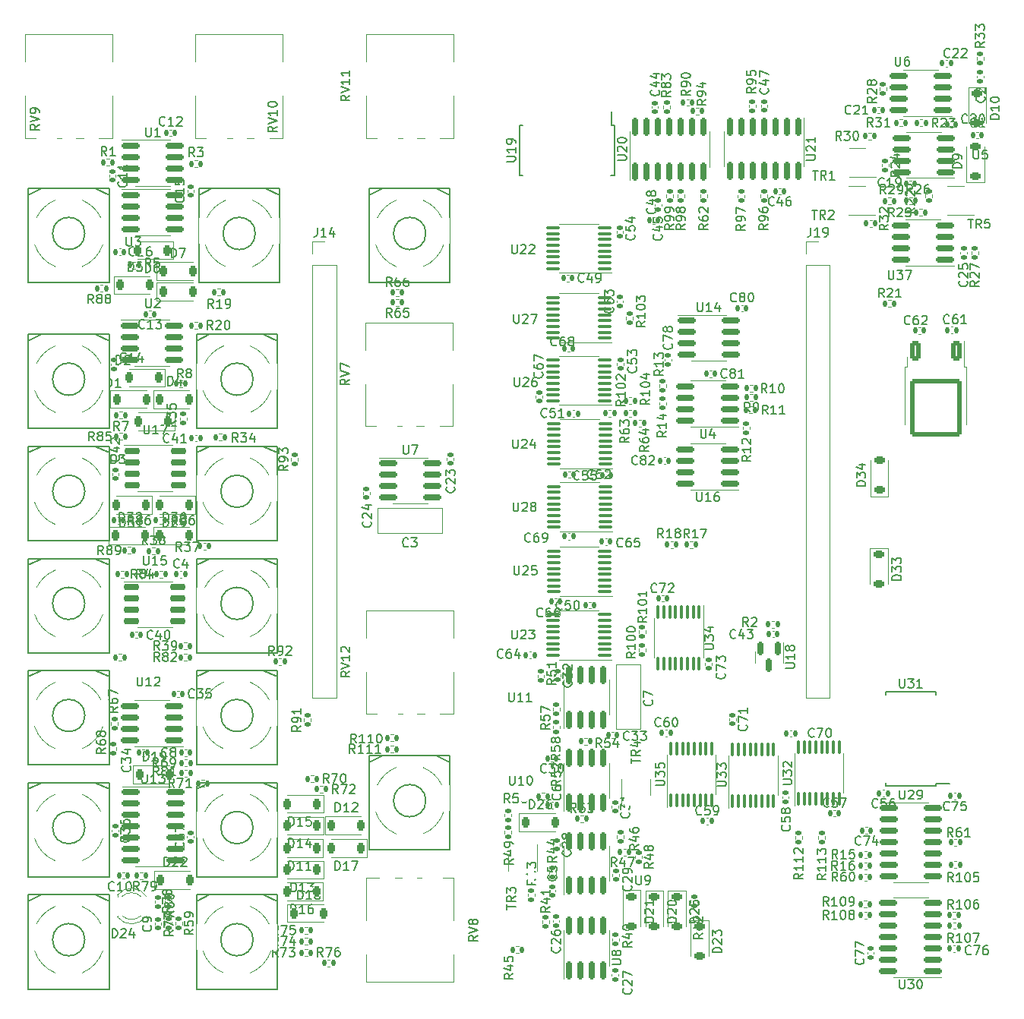
<source format=gbr>
%TF.GenerationSoftware,KiCad,Pcbnew,7.0.10*%
%TF.CreationDate,2024-04-12T22:08:05+02:00*%
%TF.ProjectId,L235-Analog-Processor,4c323335-2d41-46e6-916c-6f672d50726f,rev?*%
%TF.SameCoordinates,Original*%
%TF.FileFunction,Legend,Top*%
%TF.FilePolarity,Positive*%
%FSLAX46Y46*%
G04 Gerber Fmt 4.6, Leading zero omitted, Abs format (unit mm)*
G04 Created by KiCad (PCBNEW 7.0.10) date 2024-04-12 22:08:05*
%MOMM*%
%LPD*%
G01*
G04 APERTURE LIST*
G04 Aperture macros list*
%AMRoundRect*
0 Rectangle with rounded corners*
0 $1 Rounding radius*
0 $2 $3 $4 $5 $6 $7 $8 $9 X,Y pos of 4 corners*
0 Add a 4 corners polygon primitive as box body*
4,1,4,$2,$3,$4,$5,$6,$7,$8,$9,$2,$3,0*
0 Add four circle primitives for the rounded corners*
1,1,$1+$1,$2,$3*
1,1,$1+$1,$4,$5*
1,1,$1+$1,$6,$7*
1,1,$1+$1,$8,$9*
0 Add four rect primitives between the rounded corners*
20,1,$1+$1,$2,$3,$4,$5,0*
20,1,$1+$1,$4,$5,$6,$7,0*
20,1,$1+$1,$6,$7,$8,$9,0*
20,1,$1+$1,$8,$9,$2,$3,0*%
G04 Aperture macros list end*
%ADD10C,0.150000*%
%ADD11C,0.120000*%
%ADD12C,0.100000*%
%ADD13R,1.500000X3.000000*%
%ADD14R,3.000000X1.500000*%
%ADD15O,2.720000X3.240000*%
%ADD16R,1.800000X1.800000*%
%ADD17C,1.800000*%
%ADD18R,0.650000X1.560000*%
%ADD19RoundRect,0.135000X-0.185000X0.135000X-0.185000X-0.135000X0.185000X-0.135000X0.185000X0.135000X0*%
%ADD20RoundRect,0.135000X0.185000X-0.135000X0.185000X0.135000X-0.185000X0.135000X-0.185000X-0.135000X0*%
%ADD21RoundRect,0.140000X-0.170000X0.140000X-0.170000X-0.140000X0.170000X-0.140000X0.170000X0.140000X0*%
%ADD22C,3.200000*%
%ADD23RoundRect,0.150000X0.825000X0.150000X-0.825000X0.150000X-0.825000X-0.150000X0.825000X-0.150000X0*%
%ADD24RoundRect,0.140000X0.140000X0.170000X-0.140000X0.170000X-0.140000X-0.170000X0.140000X-0.170000X0*%
%ADD25RoundRect,0.135000X-0.135000X-0.185000X0.135000X-0.185000X0.135000X0.185000X-0.135000X0.185000X0*%
%ADD26RoundRect,0.140000X-0.140000X-0.170000X0.140000X-0.170000X0.140000X0.170000X-0.140000X0.170000X0*%
%ADD27RoundRect,0.100000X0.675000X0.100000X-0.675000X0.100000X-0.675000X-0.100000X0.675000X-0.100000X0*%
%ADD28R,3.000000X3.000000*%
%ADD29RoundRect,0.225000X0.225000X0.375000X-0.225000X0.375000X-0.225000X-0.375000X0.225000X-0.375000X0*%
%ADD30C,1.600000*%
%ADD31RoundRect,0.150000X-0.725000X-0.150000X0.725000X-0.150000X0.725000X0.150000X-0.725000X0.150000X0*%
%ADD32RoundRect,0.100000X0.100000X-0.675000X0.100000X0.675000X-0.100000X0.675000X-0.100000X-0.675000X0*%
%ADD33RoundRect,0.150000X0.150000X-0.825000X0.150000X0.825000X-0.150000X0.825000X-0.150000X-0.825000X0*%
%ADD34RoundRect,0.225000X-0.375000X0.225000X-0.375000X-0.225000X0.375000X-0.225000X0.375000X0.225000X0*%
%ADD35RoundRect,0.135000X0.135000X0.185000X-0.135000X0.185000X-0.135000X-0.185000X0.135000X-0.185000X0*%
%ADD36RoundRect,0.225000X-0.225000X-0.375000X0.225000X-0.375000X0.225000X0.375000X-0.225000X0.375000X0*%
%ADD37RoundRect,0.140000X0.170000X-0.140000X0.170000X0.140000X-0.170000X0.140000X-0.170000X-0.140000X0*%
%ADD38R,0.600000X1.500000*%
%ADD39RoundRect,0.150000X-0.825000X-0.150000X0.825000X-0.150000X0.825000X0.150000X-0.825000X0.150000X0*%
%ADD40RoundRect,0.150000X-0.150000X0.587500X-0.150000X-0.587500X0.150000X-0.587500X0.150000X0.587500X0*%
%ADD41RoundRect,0.100000X-0.100000X0.675000X-0.100000X-0.675000X0.100000X-0.675000X0.100000X0.675000X0*%
%ADD42R,1.700000X1.700000*%
%ADD43O,1.700000X1.700000*%
%ADD44RoundRect,0.150000X-0.150000X0.825000X-0.150000X-0.825000X0.150000X-0.825000X0.150000X0.825000X0*%
%ADD45R,1.560000X0.650000*%
%ADD46RoundRect,0.250000X-0.350000X0.850000X-0.350000X-0.850000X0.350000X-0.850000X0.350000X0.850000X0*%
%ADD47RoundRect,0.249997X-2.650003X2.950003X-2.650003X-2.950003X2.650003X-2.950003X2.650003X2.950003X0*%
%ADD48RoundRect,0.225000X0.375000X-0.225000X0.375000X0.225000X-0.375000X0.225000X-0.375000X-0.225000X0*%
%ADD49R,1.500000X0.600000*%
%ADD50C,1.200000*%
%ADD51C,1.260000*%
%ADD52C,1.700000*%
G04 APERTURE END LIST*
D10*
X152804819Y-42071428D02*
X152328628Y-42404761D01*
X152804819Y-42642856D02*
X151804819Y-42642856D01*
X151804819Y-42642856D02*
X151804819Y-42261904D01*
X151804819Y-42261904D02*
X151852438Y-42166666D01*
X151852438Y-42166666D02*
X151900057Y-42119047D01*
X151900057Y-42119047D02*
X151995295Y-42071428D01*
X151995295Y-42071428D02*
X152138152Y-42071428D01*
X152138152Y-42071428D02*
X152233390Y-42119047D01*
X152233390Y-42119047D02*
X152281009Y-42166666D01*
X152281009Y-42166666D02*
X152328628Y-42261904D01*
X152328628Y-42261904D02*
X152328628Y-42642856D01*
X151804819Y-41785713D02*
X152804819Y-41452380D01*
X152804819Y-41452380D02*
X151804819Y-41119047D01*
X152804819Y-40261904D02*
X152804819Y-40833332D01*
X152804819Y-40547618D02*
X151804819Y-40547618D01*
X151804819Y-40547618D02*
X151947676Y-40642856D01*
X151947676Y-40642856D02*
X152042914Y-40738094D01*
X152042914Y-40738094D02*
X152090533Y-40833332D01*
X151804819Y-39642856D02*
X151804819Y-39547618D01*
X151804819Y-39547618D02*
X151852438Y-39452380D01*
X151852438Y-39452380D02*
X151900057Y-39404761D01*
X151900057Y-39404761D02*
X151995295Y-39357142D01*
X151995295Y-39357142D02*
X152185771Y-39309523D01*
X152185771Y-39309523D02*
X152423866Y-39309523D01*
X152423866Y-39309523D02*
X152614342Y-39357142D01*
X152614342Y-39357142D02*
X152709580Y-39404761D01*
X152709580Y-39404761D02*
X152757200Y-39452380D01*
X152757200Y-39452380D02*
X152804819Y-39547618D01*
X152804819Y-39547618D02*
X152804819Y-39642856D01*
X152804819Y-39642856D02*
X152757200Y-39738094D01*
X152757200Y-39738094D02*
X152709580Y-39785713D01*
X152709580Y-39785713D02*
X152614342Y-39833332D01*
X152614342Y-39833332D02*
X152423866Y-39880951D01*
X152423866Y-39880951D02*
X152185771Y-39880951D01*
X152185771Y-39880951D02*
X151995295Y-39833332D01*
X151995295Y-39833332D02*
X151900057Y-39785713D01*
X151900057Y-39785713D02*
X151852438Y-39738094D01*
X151852438Y-39738094D02*
X151804819Y-39642856D01*
X192284819Y-113086904D02*
X192284819Y-112515476D01*
X193284819Y-112801190D02*
X192284819Y-112801190D01*
X193284819Y-111610714D02*
X192808628Y-111944047D01*
X193284819Y-112182142D02*
X192284819Y-112182142D01*
X192284819Y-112182142D02*
X192284819Y-111801190D01*
X192284819Y-111801190D02*
X192332438Y-111705952D01*
X192332438Y-111705952D02*
X192380057Y-111658333D01*
X192380057Y-111658333D02*
X192475295Y-111610714D01*
X192475295Y-111610714D02*
X192618152Y-111610714D01*
X192618152Y-111610714D02*
X192713390Y-111658333D01*
X192713390Y-111658333D02*
X192761009Y-111705952D01*
X192761009Y-111705952D02*
X192808628Y-111801190D01*
X192808628Y-111801190D02*
X192808628Y-112182142D01*
X192618152Y-110753571D02*
X193284819Y-110753571D01*
X192237200Y-110991666D02*
X192951485Y-111229761D01*
X192951485Y-111229761D02*
X192951485Y-110610714D01*
X196204819Y-76067857D02*
X195728628Y-76401190D01*
X196204819Y-76639285D02*
X195204819Y-76639285D01*
X195204819Y-76639285D02*
X195204819Y-76258333D01*
X195204819Y-76258333D02*
X195252438Y-76163095D01*
X195252438Y-76163095D02*
X195300057Y-76115476D01*
X195300057Y-76115476D02*
X195395295Y-76067857D01*
X195395295Y-76067857D02*
X195538152Y-76067857D01*
X195538152Y-76067857D02*
X195633390Y-76115476D01*
X195633390Y-76115476D02*
X195681009Y-76163095D01*
X195681009Y-76163095D02*
X195728628Y-76258333D01*
X195728628Y-76258333D02*
X195728628Y-76639285D01*
X196204819Y-75115476D02*
X196204819Y-75686904D01*
X196204819Y-75401190D02*
X195204819Y-75401190D01*
X195204819Y-75401190D02*
X195347676Y-75496428D01*
X195347676Y-75496428D02*
X195442914Y-75591666D01*
X195442914Y-75591666D02*
X195490533Y-75686904D01*
X195538152Y-74258333D02*
X196204819Y-74258333D01*
X195157200Y-74496428D02*
X195871485Y-74734523D01*
X195871485Y-74734523D02*
X195871485Y-74115476D01*
X200274819Y-132052857D02*
X199798628Y-132386190D01*
X200274819Y-132624285D02*
X199274819Y-132624285D01*
X199274819Y-132624285D02*
X199274819Y-132243333D01*
X199274819Y-132243333D02*
X199322438Y-132148095D01*
X199322438Y-132148095D02*
X199370057Y-132100476D01*
X199370057Y-132100476D02*
X199465295Y-132052857D01*
X199465295Y-132052857D02*
X199608152Y-132052857D01*
X199608152Y-132052857D02*
X199703390Y-132100476D01*
X199703390Y-132100476D02*
X199751009Y-132148095D01*
X199751009Y-132148095D02*
X199798628Y-132243333D01*
X199798628Y-132243333D02*
X199798628Y-132624285D01*
X199608152Y-131195714D02*
X200274819Y-131195714D01*
X199227200Y-131433809D02*
X199941485Y-131671904D01*
X199941485Y-131671904D02*
X199941485Y-131052857D01*
X199370057Y-130719523D02*
X199322438Y-130671904D01*
X199322438Y-130671904D02*
X199274819Y-130576666D01*
X199274819Y-130576666D02*
X199274819Y-130338571D01*
X199274819Y-130338571D02*
X199322438Y-130243333D01*
X199322438Y-130243333D02*
X199370057Y-130195714D01*
X199370057Y-130195714D02*
X199465295Y-130148095D01*
X199465295Y-130148095D02*
X199560533Y-130148095D01*
X199560533Y-130148095D02*
X199703390Y-130195714D01*
X199703390Y-130195714D02*
X200274819Y-130767142D01*
X200274819Y-130767142D02*
X200274819Y-130148095D01*
X229709580Y-59292857D02*
X229757200Y-59340476D01*
X229757200Y-59340476D02*
X229804819Y-59483333D01*
X229804819Y-59483333D02*
X229804819Y-59578571D01*
X229804819Y-59578571D02*
X229757200Y-59721428D01*
X229757200Y-59721428D02*
X229661961Y-59816666D01*
X229661961Y-59816666D02*
X229566723Y-59864285D01*
X229566723Y-59864285D02*
X229376247Y-59911904D01*
X229376247Y-59911904D02*
X229233390Y-59911904D01*
X229233390Y-59911904D02*
X229042914Y-59864285D01*
X229042914Y-59864285D02*
X228947676Y-59816666D01*
X228947676Y-59816666D02*
X228852438Y-59721428D01*
X228852438Y-59721428D02*
X228804819Y-59578571D01*
X228804819Y-59578571D02*
X228804819Y-59483333D01*
X228804819Y-59483333D02*
X228852438Y-59340476D01*
X228852438Y-59340476D02*
X228900057Y-59292857D01*
X228900057Y-58911904D02*
X228852438Y-58864285D01*
X228852438Y-58864285D02*
X228804819Y-58769047D01*
X228804819Y-58769047D02*
X228804819Y-58530952D01*
X228804819Y-58530952D02*
X228852438Y-58435714D01*
X228852438Y-58435714D02*
X228900057Y-58388095D01*
X228900057Y-58388095D02*
X228995295Y-58340476D01*
X228995295Y-58340476D02*
X229090533Y-58340476D01*
X229090533Y-58340476D02*
X229233390Y-58388095D01*
X229233390Y-58388095D02*
X229804819Y-58959523D01*
X229804819Y-58959523D02*
X229804819Y-58340476D01*
X228804819Y-57435714D02*
X228804819Y-57911904D01*
X228804819Y-57911904D02*
X229281009Y-57959523D01*
X229281009Y-57959523D02*
X229233390Y-57911904D01*
X229233390Y-57911904D02*
X229185771Y-57816666D01*
X229185771Y-57816666D02*
X229185771Y-57578571D01*
X229185771Y-57578571D02*
X229233390Y-57483333D01*
X229233390Y-57483333D02*
X229281009Y-57435714D01*
X229281009Y-57435714D02*
X229376247Y-57388095D01*
X229376247Y-57388095D02*
X229614342Y-57388095D01*
X229614342Y-57388095D02*
X229709580Y-57435714D01*
X229709580Y-57435714D02*
X229757200Y-57483333D01*
X229757200Y-57483333D02*
X229804819Y-57578571D01*
X229804819Y-57578571D02*
X229804819Y-57816666D01*
X229804819Y-57816666D02*
X229757200Y-57911904D01*
X229757200Y-57911904D02*
X229709580Y-57959523D01*
X193338095Y-33604819D02*
X193338095Y-32604819D01*
X193338095Y-33081009D02*
X193909523Y-33081009D01*
X193909523Y-33604819D02*
X193909523Y-32604819D01*
X194909523Y-33604819D02*
X194338095Y-33604819D01*
X194623809Y-33604819D02*
X194623809Y-32604819D01*
X194623809Y-32604819D02*
X194528571Y-32747676D01*
X194528571Y-32747676D02*
X194433333Y-32842914D01*
X194433333Y-32842914D02*
X194338095Y-32890533D01*
X221738095Y-34304819D02*
X221738095Y-35114342D01*
X221738095Y-35114342D02*
X221785714Y-35209580D01*
X221785714Y-35209580D02*
X221833333Y-35257200D01*
X221833333Y-35257200D02*
X221928571Y-35304819D01*
X221928571Y-35304819D02*
X222119047Y-35304819D01*
X222119047Y-35304819D02*
X222214285Y-35257200D01*
X222214285Y-35257200D02*
X222261904Y-35209580D01*
X222261904Y-35209580D02*
X222309523Y-35114342D01*
X222309523Y-35114342D02*
X222309523Y-34304819D01*
X223214285Y-34304819D02*
X223023809Y-34304819D01*
X223023809Y-34304819D02*
X222928571Y-34352438D01*
X222928571Y-34352438D02*
X222880952Y-34400057D01*
X222880952Y-34400057D02*
X222785714Y-34542914D01*
X222785714Y-34542914D02*
X222738095Y-34733390D01*
X222738095Y-34733390D02*
X222738095Y-35114342D01*
X222738095Y-35114342D02*
X222785714Y-35209580D01*
X222785714Y-35209580D02*
X222833333Y-35257200D01*
X222833333Y-35257200D02*
X222928571Y-35304819D01*
X222928571Y-35304819D02*
X223119047Y-35304819D01*
X223119047Y-35304819D02*
X223214285Y-35257200D01*
X223214285Y-35257200D02*
X223261904Y-35209580D01*
X223261904Y-35209580D02*
X223309523Y-35114342D01*
X223309523Y-35114342D02*
X223309523Y-34876247D01*
X223309523Y-34876247D02*
X223261904Y-34781009D01*
X223261904Y-34781009D02*
X223214285Y-34733390D01*
X223214285Y-34733390D02*
X223119047Y-34685771D01*
X223119047Y-34685771D02*
X222928571Y-34685771D01*
X222928571Y-34685771D02*
X222833333Y-34733390D01*
X222833333Y-34733390D02*
X222785714Y-34781009D01*
X222785714Y-34781009D02*
X222738095Y-34876247D01*
X143577142Y-105709580D02*
X143529523Y-105757200D01*
X143529523Y-105757200D02*
X143386666Y-105804819D01*
X143386666Y-105804819D02*
X143291428Y-105804819D01*
X143291428Y-105804819D02*
X143148571Y-105757200D01*
X143148571Y-105757200D02*
X143053333Y-105661961D01*
X143053333Y-105661961D02*
X143005714Y-105566723D01*
X143005714Y-105566723D02*
X142958095Y-105376247D01*
X142958095Y-105376247D02*
X142958095Y-105233390D01*
X142958095Y-105233390D02*
X143005714Y-105042914D01*
X143005714Y-105042914D02*
X143053333Y-104947676D01*
X143053333Y-104947676D02*
X143148571Y-104852438D01*
X143148571Y-104852438D02*
X143291428Y-104804819D01*
X143291428Y-104804819D02*
X143386666Y-104804819D01*
X143386666Y-104804819D02*
X143529523Y-104852438D01*
X143529523Y-104852438D02*
X143577142Y-104900057D01*
X143910476Y-104804819D02*
X144529523Y-104804819D01*
X144529523Y-104804819D02*
X144196190Y-105185771D01*
X144196190Y-105185771D02*
X144339047Y-105185771D01*
X144339047Y-105185771D02*
X144434285Y-105233390D01*
X144434285Y-105233390D02*
X144481904Y-105281009D01*
X144481904Y-105281009D02*
X144529523Y-105376247D01*
X144529523Y-105376247D02*
X144529523Y-105614342D01*
X144529523Y-105614342D02*
X144481904Y-105709580D01*
X144481904Y-105709580D02*
X144434285Y-105757200D01*
X144434285Y-105757200D02*
X144339047Y-105804819D01*
X144339047Y-105804819D02*
X144053333Y-105804819D01*
X144053333Y-105804819D02*
X143958095Y-105757200D01*
X143958095Y-105757200D02*
X143910476Y-105709580D01*
X145434285Y-104804819D02*
X144958095Y-104804819D01*
X144958095Y-104804819D02*
X144910476Y-105281009D01*
X144910476Y-105281009D02*
X144958095Y-105233390D01*
X144958095Y-105233390D02*
X145053333Y-105185771D01*
X145053333Y-105185771D02*
X145291428Y-105185771D01*
X145291428Y-105185771D02*
X145386666Y-105233390D01*
X145386666Y-105233390D02*
X145434285Y-105281009D01*
X145434285Y-105281009D02*
X145481904Y-105376247D01*
X145481904Y-105376247D02*
X145481904Y-105614342D01*
X145481904Y-105614342D02*
X145434285Y-105709580D01*
X145434285Y-105709580D02*
X145386666Y-105757200D01*
X145386666Y-105757200D02*
X145291428Y-105804819D01*
X145291428Y-105804819D02*
X145053333Y-105804819D01*
X145053333Y-105804819D02*
X144958095Y-105757200D01*
X144958095Y-105757200D02*
X144910476Y-105709580D01*
X140777142Y-77219580D02*
X140729523Y-77267200D01*
X140729523Y-77267200D02*
X140586666Y-77314819D01*
X140586666Y-77314819D02*
X140491428Y-77314819D01*
X140491428Y-77314819D02*
X140348571Y-77267200D01*
X140348571Y-77267200D02*
X140253333Y-77171961D01*
X140253333Y-77171961D02*
X140205714Y-77076723D01*
X140205714Y-77076723D02*
X140158095Y-76886247D01*
X140158095Y-76886247D02*
X140158095Y-76743390D01*
X140158095Y-76743390D02*
X140205714Y-76552914D01*
X140205714Y-76552914D02*
X140253333Y-76457676D01*
X140253333Y-76457676D02*
X140348571Y-76362438D01*
X140348571Y-76362438D02*
X140491428Y-76314819D01*
X140491428Y-76314819D02*
X140586666Y-76314819D01*
X140586666Y-76314819D02*
X140729523Y-76362438D01*
X140729523Y-76362438D02*
X140777142Y-76410057D01*
X141634285Y-76648152D02*
X141634285Y-77314819D01*
X141396190Y-76267200D02*
X141158095Y-76981485D01*
X141158095Y-76981485D02*
X141777142Y-76981485D01*
X142681904Y-77314819D02*
X142110476Y-77314819D01*
X142396190Y-77314819D02*
X142396190Y-76314819D01*
X142396190Y-76314819D02*
X142300952Y-76457676D01*
X142300952Y-76457676D02*
X142205714Y-76552914D01*
X142205714Y-76552914D02*
X142110476Y-76600533D01*
X179261905Y-70054819D02*
X179261905Y-70864342D01*
X179261905Y-70864342D02*
X179309524Y-70959580D01*
X179309524Y-70959580D02*
X179357143Y-71007200D01*
X179357143Y-71007200D02*
X179452381Y-71054819D01*
X179452381Y-71054819D02*
X179642857Y-71054819D01*
X179642857Y-71054819D02*
X179738095Y-71007200D01*
X179738095Y-71007200D02*
X179785714Y-70959580D01*
X179785714Y-70959580D02*
X179833333Y-70864342D01*
X179833333Y-70864342D02*
X179833333Y-70054819D01*
X180261905Y-70150057D02*
X180309524Y-70102438D01*
X180309524Y-70102438D02*
X180404762Y-70054819D01*
X180404762Y-70054819D02*
X180642857Y-70054819D01*
X180642857Y-70054819D02*
X180738095Y-70102438D01*
X180738095Y-70102438D02*
X180785714Y-70150057D01*
X180785714Y-70150057D02*
X180833333Y-70245295D01*
X180833333Y-70245295D02*
X180833333Y-70340533D01*
X180833333Y-70340533D02*
X180785714Y-70483390D01*
X180785714Y-70483390D02*
X180214286Y-71054819D01*
X180214286Y-71054819D02*
X180833333Y-71054819D01*
X181690476Y-70054819D02*
X181500000Y-70054819D01*
X181500000Y-70054819D02*
X181404762Y-70102438D01*
X181404762Y-70102438D02*
X181357143Y-70150057D01*
X181357143Y-70150057D02*
X181261905Y-70292914D01*
X181261905Y-70292914D02*
X181214286Y-70483390D01*
X181214286Y-70483390D02*
X181214286Y-70864342D01*
X181214286Y-70864342D02*
X181261905Y-70959580D01*
X181261905Y-70959580D02*
X181309524Y-71007200D01*
X181309524Y-71007200D02*
X181404762Y-71054819D01*
X181404762Y-71054819D02*
X181595238Y-71054819D01*
X181595238Y-71054819D02*
X181690476Y-71007200D01*
X181690476Y-71007200D02*
X181738095Y-70959580D01*
X181738095Y-70959580D02*
X181785714Y-70864342D01*
X181785714Y-70864342D02*
X181785714Y-70626247D01*
X181785714Y-70626247D02*
X181738095Y-70531009D01*
X181738095Y-70531009D02*
X181690476Y-70483390D01*
X181690476Y-70483390D02*
X181595238Y-70435771D01*
X181595238Y-70435771D02*
X181404762Y-70435771D01*
X181404762Y-70435771D02*
X181309524Y-70483390D01*
X181309524Y-70483390D02*
X181261905Y-70531009D01*
X181261905Y-70531009D02*
X181214286Y-70626247D01*
X159295714Y-124994819D02*
X159295714Y-123994819D01*
X159295714Y-123994819D02*
X159533809Y-123994819D01*
X159533809Y-123994819D02*
X159676666Y-124042438D01*
X159676666Y-124042438D02*
X159771904Y-124137676D01*
X159771904Y-124137676D02*
X159819523Y-124232914D01*
X159819523Y-124232914D02*
X159867142Y-124423390D01*
X159867142Y-124423390D02*
X159867142Y-124566247D01*
X159867142Y-124566247D02*
X159819523Y-124756723D01*
X159819523Y-124756723D02*
X159771904Y-124851961D01*
X159771904Y-124851961D02*
X159676666Y-124947200D01*
X159676666Y-124947200D02*
X159533809Y-124994819D01*
X159533809Y-124994819D02*
X159295714Y-124994819D01*
X160819523Y-124994819D02*
X160248095Y-124994819D01*
X160533809Y-124994819D02*
X160533809Y-123994819D01*
X160533809Y-123994819D02*
X160438571Y-124137676D01*
X160438571Y-124137676D02*
X160343333Y-124232914D01*
X160343333Y-124232914D02*
X160248095Y-124280533D01*
X161152857Y-123994819D02*
X161819523Y-123994819D01*
X161819523Y-123994819D02*
X161390952Y-124994819D01*
X230748333Y-42034580D02*
X230700714Y-42082200D01*
X230700714Y-42082200D02*
X230557857Y-42129819D01*
X230557857Y-42129819D02*
X230462619Y-42129819D01*
X230462619Y-42129819D02*
X230319762Y-42082200D01*
X230319762Y-42082200D02*
X230224524Y-41986961D01*
X230224524Y-41986961D02*
X230176905Y-41891723D01*
X230176905Y-41891723D02*
X230129286Y-41701247D01*
X230129286Y-41701247D02*
X230129286Y-41558390D01*
X230129286Y-41558390D02*
X230176905Y-41367914D01*
X230176905Y-41367914D02*
X230224524Y-41272676D01*
X230224524Y-41272676D02*
X230319762Y-41177438D01*
X230319762Y-41177438D02*
X230462619Y-41129819D01*
X230462619Y-41129819D02*
X230557857Y-41129819D01*
X230557857Y-41129819D02*
X230700714Y-41177438D01*
X230700714Y-41177438D02*
X230748333Y-41225057D01*
X231700714Y-42129819D02*
X231129286Y-42129819D01*
X231415000Y-42129819D02*
X231415000Y-41129819D01*
X231415000Y-41129819D02*
X231319762Y-41272676D01*
X231319762Y-41272676D02*
X231224524Y-41367914D01*
X231224524Y-41367914D02*
X231129286Y-41415533D01*
X204002142Y-61524580D02*
X203954523Y-61572200D01*
X203954523Y-61572200D02*
X203811666Y-61619819D01*
X203811666Y-61619819D02*
X203716428Y-61619819D01*
X203716428Y-61619819D02*
X203573571Y-61572200D01*
X203573571Y-61572200D02*
X203478333Y-61476961D01*
X203478333Y-61476961D02*
X203430714Y-61381723D01*
X203430714Y-61381723D02*
X203383095Y-61191247D01*
X203383095Y-61191247D02*
X203383095Y-61048390D01*
X203383095Y-61048390D02*
X203430714Y-60857914D01*
X203430714Y-60857914D02*
X203478333Y-60762676D01*
X203478333Y-60762676D02*
X203573571Y-60667438D01*
X203573571Y-60667438D02*
X203716428Y-60619819D01*
X203716428Y-60619819D02*
X203811666Y-60619819D01*
X203811666Y-60619819D02*
X203954523Y-60667438D01*
X203954523Y-60667438D02*
X204002142Y-60715057D01*
X204573571Y-61048390D02*
X204478333Y-61000771D01*
X204478333Y-61000771D02*
X204430714Y-60953152D01*
X204430714Y-60953152D02*
X204383095Y-60857914D01*
X204383095Y-60857914D02*
X204383095Y-60810295D01*
X204383095Y-60810295D02*
X204430714Y-60715057D01*
X204430714Y-60715057D02*
X204478333Y-60667438D01*
X204478333Y-60667438D02*
X204573571Y-60619819D01*
X204573571Y-60619819D02*
X204764047Y-60619819D01*
X204764047Y-60619819D02*
X204859285Y-60667438D01*
X204859285Y-60667438D02*
X204906904Y-60715057D01*
X204906904Y-60715057D02*
X204954523Y-60810295D01*
X204954523Y-60810295D02*
X204954523Y-60857914D01*
X204954523Y-60857914D02*
X204906904Y-60953152D01*
X204906904Y-60953152D02*
X204859285Y-61000771D01*
X204859285Y-61000771D02*
X204764047Y-61048390D01*
X204764047Y-61048390D02*
X204573571Y-61048390D01*
X204573571Y-61048390D02*
X204478333Y-61096009D01*
X204478333Y-61096009D02*
X204430714Y-61143628D01*
X204430714Y-61143628D02*
X204383095Y-61238866D01*
X204383095Y-61238866D02*
X204383095Y-61429342D01*
X204383095Y-61429342D02*
X204430714Y-61524580D01*
X204430714Y-61524580D02*
X204478333Y-61572200D01*
X204478333Y-61572200D02*
X204573571Y-61619819D01*
X204573571Y-61619819D02*
X204764047Y-61619819D01*
X204764047Y-61619819D02*
X204859285Y-61572200D01*
X204859285Y-61572200D02*
X204906904Y-61524580D01*
X204906904Y-61524580D02*
X204954523Y-61429342D01*
X204954523Y-61429342D02*
X204954523Y-61238866D01*
X204954523Y-61238866D02*
X204906904Y-61143628D01*
X204906904Y-61143628D02*
X204859285Y-61096009D01*
X204859285Y-61096009D02*
X204764047Y-61048390D01*
X205573571Y-60619819D02*
X205668809Y-60619819D01*
X205668809Y-60619819D02*
X205764047Y-60667438D01*
X205764047Y-60667438D02*
X205811666Y-60715057D01*
X205811666Y-60715057D02*
X205859285Y-60810295D01*
X205859285Y-60810295D02*
X205906904Y-61000771D01*
X205906904Y-61000771D02*
X205906904Y-61238866D01*
X205906904Y-61238866D02*
X205859285Y-61429342D01*
X205859285Y-61429342D02*
X205811666Y-61524580D01*
X205811666Y-61524580D02*
X205764047Y-61572200D01*
X205764047Y-61572200D02*
X205668809Y-61619819D01*
X205668809Y-61619819D02*
X205573571Y-61619819D01*
X205573571Y-61619819D02*
X205478333Y-61572200D01*
X205478333Y-61572200D02*
X205430714Y-61524580D01*
X205430714Y-61524580D02*
X205383095Y-61429342D01*
X205383095Y-61429342D02*
X205335476Y-61238866D01*
X205335476Y-61238866D02*
X205335476Y-61000771D01*
X205335476Y-61000771D02*
X205383095Y-60810295D01*
X205383095Y-60810295D02*
X205430714Y-60715057D01*
X205430714Y-60715057D02*
X205478333Y-60667438D01*
X205478333Y-60667438D02*
X205573571Y-60619819D01*
X194584580Y-106041666D02*
X194632200Y-106089285D01*
X194632200Y-106089285D02*
X194679819Y-106232142D01*
X194679819Y-106232142D02*
X194679819Y-106327380D01*
X194679819Y-106327380D02*
X194632200Y-106470237D01*
X194632200Y-106470237D02*
X194536961Y-106565475D01*
X194536961Y-106565475D02*
X194441723Y-106613094D01*
X194441723Y-106613094D02*
X194251247Y-106660713D01*
X194251247Y-106660713D02*
X194108390Y-106660713D01*
X194108390Y-106660713D02*
X193917914Y-106613094D01*
X193917914Y-106613094D02*
X193822676Y-106565475D01*
X193822676Y-106565475D02*
X193727438Y-106470237D01*
X193727438Y-106470237D02*
X193679819Y-106327380D01*
X193679819Y-106327380D02*
X193679819Y-106232142D01*
X193679819Y-106232142D02*
X193727438Y-106089285D01*
X193727438Y-106089285D02*
X193775057Y-106041666D01*
X193679819Y-105708332D02*
X193679819Y-105041666D01*
X193679819Y-105041666D02*
X194679819Y-105470237D01*
X141554819Y-74912857D02*
X141078628Y-75246190D01*
X141554819Y-75484285D02*
X140554819Y-75484285D01*
X140554819Y-75484285D02*
X140554819Y-75103333D01*
X140554819Y-75103333D02*
X140602438Y-75008095D01*
X140602438Y-75008095D02*
X140650057Y-74960476D01*
X140650057Y-74960476D02*
X140745295Y-74912857D01*
X140745295Y-74912857D02*
X140888152Y-74912857D01*
X140888152Y-74912857D02*
X140983390Y-74960476D01*
X140983390Y-74960476D02*
X141031009Y-75008095D01*
X141031009Y-75008095D02*
X141078628Y-75103333D01*
X141078628Y-75103333D02*
X141078628Y-75484285D01*
X140554819Y-74579523D02*
X140554819Y-73960476D01*
X140554819Y-73960476D02*
X140935771Y-74293809D01*
X140935771Y-74293809D02*
X140935771Y-74150952D01*
X140935771Y-74150952D02*
X140983390Y-74055714D01*
X140983390Y-74055714D02*
X141031009Y-74008095D01*
X141031009Y-74008095D02*
X141126247Y-73960476D01*
X141126247Y-73960476D02*
X141364342Y-73960476D01*
X141364342Y-73960476D02*
X141459580Y-74008095D01*
X141459580Y-74008095D02*
X141507200Y-74055714D01*
X141507200Y-74055714D02*
X141554819Y-74150952D01*
X141554819Y-74150952D02*
X141554819Y-74436666D01*
X141554819Y-74436666D02*
X141507200Y-74531904D01*
X141507200Y-74531904D02*
X141459580Y-74579523D01*
X140554819Y-73055714D02*
X140554819Y-73531904D01*
X140554819Y-73531904D02*
X141031009Y-73579523D01*
X141031009Y-73579523D02*
X140983390Y-73531904D01*
X140983390Y-73531904D02*
X140935771Y-73436666D01*
X140935771Y-73436666D02*
X140935771Y-73198571D01*
X140935771Y-73198571D02*
X140983390Y-73103333D01*
X140983390Y-73103333D02*
X141031009Y-73055714D01*
X141031009Y-73055714D02*
X141126247Y-73008095D01*
X141126247Y-73008095D02*
X141364342Y-73008095D01*
X141364342Y-73008095D02*
X141459580Y-73055714D01*
X141459580Y-73055714D02*
X141507200Y-73103333D01*
X141507200Y-73103333D02*
X141554819Y-73198571D01*
X141554819Y-73198571D02*
X141554819Y-73436666D01*
X141554819Y-73436666D02*
X141507200Y-73531904D01*
X141507200Y-73531904D02*
X141459580Y-73579523D01*
X132437142Y-77104819D02*
X132103809Y-76628628D01*
X131865714Y-77104819D02*
X131865714Y-76104819D01*
X131865714Y-76104819D02*
X132246666Y-76104819D01*
X132246666Y-76104819D02*
X132341904Y-76152438D01*
X132341904Y-76152438D02*
X132389523Y-76200057D01*
X132389523Y-76200057D02*
X132437142Y-76295295D01*
X132437142Y-76295295D02*
X132437142Y-76438152D01*
X132437142Y-76438152D02*
X132389523Y-76533390D01*
X132389523Y-76533390D02*
X132341904Y-76581009D01*
X132341904Y-76581009D02*
X132246666Y-76628628D01*
X132246666Y-76628628D02*
X131865714Y-76628628D01*
X133008571Y-76533390D02*
X132913333Y-76485771D01*
X132913333Y-76485771D02*
X132865714Y-76438152D01*
X132865714Y-76438152D02*
X132818095Y-76342914D01*
X132818095Y-76342914D02*
X132818095Y-76295295D01*
X132818095Y-76295295D02*
X132865714Y-76200057D01*
X132865714Y-76200057D02*
X132913333Y-76152438D01*
X132913333Y-76152438D02*
X133008571Y-76104819D01*
X133008571Y-76104819D02*
X133199047Y-76104819D01*
X133199047Y-76104819D02*
X133294285Y-76152438D01*
X133294285Y-76152438D02*
X133341904Y-76200057D01*
X133341904Y-76200057D02*
X133389523Y-76295295D01*
X133389523Y-76295295D02*
X133389523Y-76342914D01*
X133389523Y-76342914D02*
X133341904Y-76438152D01*
X133341904Y-76438152D02*
X133294285Y-76485771D01*
X133294285Y-76485771D02*
X133199047Y-76533390D01*
X133199047Y-76533390D02*
X133008571Y-76533390D01*
X133008571Y-76533390D02*
X132913333Y-76581009D01*
X132913333Y-76581009D02*
X132865714Y-76628628D01*
X132865714Y-76628628D02*
X132818095Y-76723866D01*
X132818095Y-76723866D02*
X132818095Y-76914342D01*
X132818095Y-76914342D02*
X132865714Y-77009580D01*
X132865714Y-77009580D02*
X132913333Y-77057200D01*
X132913333Y-77057200D02*
X133008571Y-77104819D01*
X133008571Y-77104819D02*
X133199047Y-77104819D01*
X133199047Y-77104819D02*
X133294285Y-77057200D01*
X133294285Y-77057200D02*
X133341904Y-77009580D01*
X133341904Y-77009580D02*
X133389523Y-76914342D01*
X133389523Y-76914342D02*
X133389523Y-76723866D01*
X133389523Y-76723866D02*
X133341904Y-76628628D01*
X133341904Y-76628628D02*
X133294285Y-76581009D01*
X133294285Y-76581009D02*
X133199047Y-76533390D01*
X134294285Y-76104819D02*
X133818095Y-76104819D01*
X133818095Y-76104819D02*
X133770476Y-76581009D01*
X133770476Y-76581009D02*
X133818095Y-76533390D01*
X133818095Y-76533390D02*
X133913333Y-76485771D01*
X133913333Y-76485771D02*
X134151428Y-76485771D01*
X134151428Y-76485771D02*
X134246666Y-76533390D01*
X134246666Y-76533390D02*
X134294285Y-76581009D01*
X134294285Y-76581009D02*
X134341904Y-76676247D01*
X134341904Y-76676247D02*
X134341904Y-76914342D01*
X134341904Y-76914342D02*
X134294285Y-77009580D01*
X134294285Y-77009580D02*
X134246666Y-77057200D01*
X134246666Y-77057200D02*
X134151428Y-77104819D01*
X134151428Y-77104819D02*
X133913333Y-77104819D01*
X133913333Y-77104819D02*
X133818095Y-77057200D01*
X133818095Y-77057200D02*
X133770476Y-77009580D01*
X182413142Y-96662580D02*
X182365523Y-96710200D01*
X182365523Y-96710200D02*
X182222666Y-96757819D01*
X182222666Y-96757819D02*
X182127428Y-96757819D01*
X182127428Y-96757819D02*
X181984571Y-96710200D01*
X181984571Y-96710200D02*
X181889333Y-96614961D01*
X181889333Y-96614961D02*
X181841714Y-96519723D01*
X181841714Y-96519723D02*
X181794095Y-96329247D01*
X181794095Y-96329247D02*
X181794095Y-96186390D01*
X181794095Y-96186390D02*
X181841714Y-95995914D01*
X181841714Y-95995914D02*
X181889333Y-95900676D01*
X181889333Y-95900676D02*
X181984571Y-95805438D01*
X181984571Y-95805438D02*
X182127428Y-95757819D01*
X182127428Y-95757819D02*
X182222666Y-95757819D01*
X182222666Y-95757819D02*
X182365523Y-95805438D01*
X182365523Y-95805438D02*
X182413142Y-95853057D01*
X183270285Y-95757819D02*
X183079809Y-95757819D01*
X183079809Y-95757819D02*
X182984571Y-95805438D01*
X182984571Y-95805438D02*
X182936952Y-95853057D01*
X182936952Y-95853057D02*
X182841714Y-95995914D01*
X182841714Y-95995914D02*
X182794095Y-96186390D01*
X182794095Y-96186390D02*
X182794095Y-96567342D01*
X182794095Y-96567342D02*
X182841714Y-96662580D01*
X182841714Y-96662580D02*
X182889333Y-96710200D01*
X182889333Y-96710200D02*
X182984571Y-96757819D01*
X182984571Y-96757819D02*
X183175047Y-96757819D01*
X183175047Y-96757819D02*
X183270285Y-96710200D01*
X183270285Y-96710200D02*
X183317904Y-96662580D01*
X183317904Y-96662580D02*
X183365523Y-96567342D01*
X183365523Y-96567342D02*
X183365523Y-96329247D01*
X183365523Y-96329247D02*
X183317904Y-96234009D01*
X183317904Y-96234009D02*
X183270285Y-96186390D01*
X183270285Y-96186390D02*
X183175047Y-96138771D01*
X183175047Y-96138771D02*
X182984571Y-96138771D01*
X182984571Y-96138771D02*
X182889333Y-96186390D01*
X182889333Y-96186390D02*
X182841714Y-96234009D01*
X182841714Y-96234009D02*
X182794095Y-96329247D01*
X184222666Y-95757819D02*
X184032190Y-95757819D01*
X184032190Y-95757819D02*
X183936952Y-95805438D01*
X183936952Y-95805438D02*
X183889333Y-95853057D01*
X183889333Y-95853057D02*
X183794095Y-95995914D01*
X183794095Y-95995914D02*
X183746476Y-96186390D01*
X183746476Y-96186390D02*
X183746476Y-96567342D01*
X183746476Y-96567342D02*
X183794095Y-96662580D01*
X183794095Y-96662580D02*
X183841714Y-96710200D01*
X183841714Y-96710200D02*
X183936952Y-96757819D01*
X183936952Y-96757819D02*
X184127428Y-96757819D01*
X184127428Y-96757819D02*
X184222666Y-96710200D01*
X184222666Y-96710200D02*
X184270285Y-96662580D01*
X184270285Y-96662580D02*
X184317904Y-96567342D01*
X184317904Y-96567342D02*
X184317904Y-96329247D01*
X184317904Y-96329247D02*
X184270285Y-96234009D01*
X184270285Y-96234009D02*
X184222666Y-96186390D01*
X184222666Y-96186390D02*
X184127428Y-96138771D01*
X184127428Y-96138771D02*
X183936952Y-96138771D01*
X183936952Y-96138771D02*
X183841714Y-96186390D01*
X183841714Y-96186390D02*
X183794095Y-96234009D01*
X183794095Y-96234009D02*
X183746476Y-96329247D01*
X137936905Y-89954819D02*
X137936905Y-90764342D01*
X137936905Y-90764342D02*
X137984524Y-90859580D01*
X137984524Y-90859580D02*
X138032143Y-90907200D01*
X138032143Y-90907200D02*
X138127381Y-90954819D01*
X138127381Y-90954819D02*
X138317857Y-90954819D01*
X138317857Y-90954819D02*
X138413095Y-90907200D01*
X138413095Y-90907200D02*
X138460714Y-90859580D01*
X138460714Y-90859580D02*
X138508333Y-90764342D01*
X138508333Y-90764342D02*
X138508333Y-89954819D01*
X139508333Y-90954819D02*
X138936905Y-90954819D01*
X139222619Y-90954819D02*
X139222619Y-89954819D01*
X139222619Y-89954819D02*
X139127381Y-90097676D01*
X139127381Y-90097676D02*
X139032143Y-90192914D01*
X139032143Y-90192914D02*
X138936905Y-90240533D01*
X140413095Y-89954819D02*
X139936905Y-89954819D01*
X139936905Y-89954819D02*
X139889286Y-90431009D01*
X139889286Y-90431009D02*
X139936905Y-90383390D01*
X139936905Y-90383390D02*
X140032143Y-90335771D01*
X140032143Y-90335771D02*
X140270238Y-90335771D01*
X140270238Y-90335771D02*
X140365476Y-90383390D01*
X140365476Y-90383390D02*
X140413095Y-90431009D01*
X140413095Y-90431009D02*
X140460714Y-90526247D01*
X140460714Y-90526247D02*
X140460714Y-90764342D01*
X140460714Y-90764342D02*
X140413095Y-90859580D01*
X140413095Y-90859580D02*
X140365476Y-90907200D01*
X140365476Y-90907200D02*
X140270238Y-90954819D01*
X140270238Y-90954819D02*
X140032143Y-90954819D01*
X140032143Y-90954819D02*
X139936905Y-90907200D01*
X139936905Y-90907200D02*
X139889286Y-90859580D01*
X201879819Y-115623094D02*
X202689342Y-115623094D01*
X202689342Y-115623094D02*
X202784580Y-115575475D01*
X202784580Y-115575475D02*
X202832200Y-115527856D01*
X202832200Y-115527856D02*
X202879819Y-115432618D01*
X202879819Y-115432618D02*
X202879819Y-115242142D01*
X202879819Y-115242142D02*
X202832200Y-115146904D01*
X202832200Y-115146904D02*
X202784580Y-115099285D01*
X202784580Y-115099285D02*
X202689342Y-115051666D01*
X202689342Y-115051666D02*
X201879819Y-115051666D01*
X201879819Y-114670713D02*
X201879819Y-114051666D01*
X201879819Y-114051666D02*
X202260771Y-114384999D01*
X202260771Y-114384999D02*
X202260771Y-114242142D01*
X202260771Y-114242142D02*
X202308390Y-114146904D01*
X202308390Y-114146904D02*
X202356009Y-114099285D01*
X202356009Y-114099285D02*
X202451247Y-114051666D01*
X202451247Y-114051666D02*
X202689342Y-114051666D01*
X202689342Y-114051666D02*
X202784580Y-114099285D01*
X202784580Y-114099285D02*
X202832200Y-114146904D01*
X202832200Y-114146904D02*
X202879819Y-114242142D01*
X202879819Y-114242142D02*
X202879819Y-114527856D01*
X202879819Y-114527856D02*
X202832200Y-114623094D01*
X202832200Y-114623094D02*
X202784580Y-114670713D01*
X201879819Y-113718332D02*
X201879819Y-113099285D01*
X201879819Y-113099285D02*
X202260771Y-113432618D01*
X202260771Y-113432618D02*
X202260771Y-113289761D01*
X202260771Y-113289761D02*
X202308390Y-113194523D01*
X202308390Y-113194523D02*
X202356009Y-113146904D01*
X202356009Y-113146904D02*
X202451247Y-113099285D01*
X202451247Y-113099285D02*
X202689342Y-113099285D01*
X202689342Y-113099285D02*
X202784580Y-113146904D01*
X202784580Y-113146904D02*
X202832200Y-113194523D01*
X202832200Y-113194523D02*
X202879819Y-113289761D01*
X202879819Y-113289761D02*
X202879819Y-113575475D01*
X202879819Y-113575475D02*
X202832200Y-113670713D01*
X202832200Y-113670713D02*
X202784580Y-113718332D01*
X184578142Y-95843980D02*
X184530523Y-95891600D01*
X184530523Y-95891600D02*
X184387666Y-95939219D01*
X184387666Y-95939219D02*
X184292428Y-95939219D01*
X184292428Y-95939219D02*
X184149571Y-95891600D01*
X184149571Y-95891600D02*
X184054333Y-95796361D01*
X184054333Y-95796361D02*
X184006714Y-95701123D01*
X184006714Y-95701123D02*
X183959095Y-95510647D01*
X183959095Y-95510647D02*
X183959095Y-95367790D01*
X183959095Y-95367790D02*
X184006714Y-95177314D01*
X184006714Y-95177314D02*
X184054333Y-95082076D01*
X184054333Y-95082076D02*
X184149571Y-94986838D01*
X184149571Y-94986838D02*
X184292428Y-94939219D01*
X184292428Y-94939219D02*
X184387666Y-94939219D01*
X184387666Y-94939219D02*
X184530523Y-94986838D01*
X184530523Y-94986838D02*
X184578142Y-95034457D01*
X185482904Y-94939219D02*
X185006714Y-94939219D01*
X185006714Y-94939219D02*
X184959095Y-95415409D01*
X184959095Y-95415409D02*
X185006714Y-95367790D01*
X185006714Y-95367790D02*
X185101952Y-95320171D01*
X185101952Y-95320171D02*
X185340047Y-95320171D01*
X185340047Y-95320171D02*
X185435285Y-95367790D01*
X185435285Y-95367790D02*
X185482904Y-95415409D01*
X185482904Y-95415409D02*
X185530523Y-95510647D01*
X185530523Y-95510647D02*
X185530523Y-95748742D01*
X185530523Y-95748742D02*
X185482904Y-95843980D01*
X185482904Y-95843980D02*
X185435285Y-95891600D01*
X185435285Y-95891600D02*
X185340047Y-95939219D01*
X185340047Y-95939219D02*
X185101952Y-95939219D01*
X185101952Y-95939219D02*
X185006714Y-95891600D01*
X185006714Y-95891600D02*
X184959095Y-95843980D01*
X186149571Y-94939219D02*
X186244809Y-94939219D01*
X186244809Y-94939219D02*
X186340047Y-94986838D01*
X186340047Y-94986838D02*
X186387666Y-95034457D01*
X186387666Y-95034457D02*
X186435285Y-95129695D01*
X186435285Y-95129695D02*
X186482904Y-95320171D01*
X186482904Y-95320171D02*
X186482904Y-95558266D01*
X186482904Y-95558266D02*
X186435285Y-95748742D01*
X186435285Y-95748742D02*
X186387666Y-95843980D01*
X186387666Y-95843980D02*
X186340047Y-95891600D01*
X186340047Y-95891600D02*
X186244809Y-95939219D01*
X186244809Y-95939219D02*
X186149571Y-95939219D01*
X186149571Y-95939219D02*
X186054333Y-95891600D01*
X186054333Y-95891600D02*
X186006714Y-95843980D01*
X186006714Y-95843980D02*
X185959095Y-95748742D01*
X185959095Y-95748742D02*
X185911476Y-95558266D01*
X185911476Y-95558266D02*
X185911476Y-95320171D01*
X185911476Y-95320171D02*
X185959095Y-95129695D01*
X185959095Y-95129695D02*
X186006714Y-95034457D01*
X186006714Y-95034457D02*
X186054333Y-94986838D01*
X186054333Y-94986838D02*
X186149571Y-94939219D01*
X192838095Y-125604819D02*
X192838095Y-126414342D01*
X192838095Y-126414342D02*
X192885714Y-126509580D01*
X192885714Y-126509580D02*
X192933333Y-126557200D01*
X192933333Y-126557200D02*
X193028571Y-126604819D01*
X193028571Y-126604819D02*
X193219047Y-126604819D01*
X193219047Y-126604819D02*
X193314285Y-126557200D01*
X193314285Y-126557200D02*
X193361904Y-126509580D01*
X193361904Y-126509580D02*
X193409523Y-126414342D01*
X193409523Y-126414342D02*
X193409523Y-125604819D01*
X193933333Y-126604819D02*
X194123809Y-126604819D01*
X194123809Y-126604819D02*
X194219047Y-126557200D01*
X194219047Y-126557200D02*
X194266666Y-126509580D01*
X194266666Y-126509580D02*
X194361904Y-126366723D01*
X194361904Y-126366723D02*
X194409523Y-126176247D01*
X194409523Y-126176247D02*
X194409523Y-125795295D01*
X194409523Y-125795295D02*
X194361904Y-125700057D01*
X194361904Y-125700057D02*
X194314285Y-125652438D01*
X194314285Y-125652438D02*
X194219047Y-125604819D01*
X194219047Y-125604819D02*
X194028571Y-125604819D01*
X194028571Y-125604819D02*
X193933333Y-125652438D01*
X193933333Y-125652438D02*
X193885714Y-125700057D01*
X193885714Y-125700057D02*
X193838095Y-125795295D01*
X193838095Y-125795295D02*
X193838095Y-126033390D01*
X193838095Y-126033390D02*
X193885714Y-126128628D01*
X193885714Y-126128628D02*
X193933333Y-126176247D01*
X193933333Y-126176247D02*
X194028571Y-126223866D01*
X194028571Y-126223866D02*
X194219047Y-126223866D01*
X194219047Y-126223866D02*
X194314285Y-126176247D01*
X194314285Y-126176247D02*
X194361904Y-126128628D01*
X194361904Y-126128628D02*
X194409523Y-126033390D01*
X220467142Y-61114819D02*
X220133809Y-60638628D01*
X219895714Y-61114819D02*
X219895714Y-60114819D01*
X219895714Y-60114819D02*
X220276666Y-60114819D01*
X220276666Y-60114819D02*
X220371904Y-60162438D01*
X220371904Y-60162438D02*
X220419523Y-60210057D01*
X220419523Y-60210057D02*
X220467142Y-60305295D01*
X220467142Y-60305295D02*
X220467142Y-60448152D01*
X220467142Y-60448152D02*
X220419523Y-60543390D01*
X220419523Y-60543390D02*
X220371904Y-60591009D01*
X220371904Y-60591009D02*
X220276666Y-60638628D01*
X220276666Y-60638628D02*
X219895714Y-60638628D01*
X220848095Y-60210057D02*
X220895714Y-60162438D01*
X220895714Y-60162438D02*
X220990952Y-60114819D01*
X220990952Y-60114819D02*
X221229047Y-60114819D01*
X221229047Y-60114819D02*
X221324285Y-60162438D01*
X221324285Y-60162438D02*
X221371904Y-60210057D01*
X221371904Y-60210057D02*
X221419523Y-60305295D01*
X221419523Y-60305295D02*
X221419523Y-60400533D01*
X221419523Y-60400533D02*
X221371904Y-60543390D01*
X221371904Y-60543390D02*
X220800476Y-61114819D01*
X220800476Y-61114819D02*
X221419523Y-61114819D01*
X222371904Y-61114819D02*
X221800476Y-61114819D01*
X222086190Y-61114819D02*
X222086190Y-60114819D01*
X222086190Y-60114819D02*
X221990952Y-60257676D01*
X221990952Y-60257676D02*
X221895714Y-60352914D01*
X221895714Y-60352914D02*
X221800476Y-60400533D01*
X194783619Y-130807085D02*
X193783619Y-130807085D01*
X193783619Y-130807085D02*
X193783619Y-130568990D01*
X193783619Y-130568990D02*
X193831238Y-130426133D01*
X193831238Y-130426133D02*
X193926476Y-130330895D01*
X193926476Y-130330895D02*
X194021714Y-130283276D01*
X194021714Y-130283276D02*
X194212190Y-130235657D01*
X194212190Y-130235657D02*
X194355047Y-130235657D01*
X194355047Y-130235657D02*
X194545523Y-130283276D01*
X194545523Y-130283276D02*
X194640761Y-130330895D01*
X194640761Y-130330895D02*
X194736000Y-130426133D01*
X194736000Y-130426133D02*
X194783619Y-130568990D01*
X194783619Y-130568990D02*
X194783619Y-130807085D01*
X193878857Y-129854704D02*
X193831238Y-129807085D01*
X193831238Y-129807085D02*
X193783619Y-129711847D01*
X193783619Y-129711847D02*
X193783619Y-129473752D01*
X193783619Y-129473752D02*
X193831238Y-129378514D01*
X193831238Y-129378514D02*
X193878857Y-129330895D01*
X193878857Y-129330895D02*
X193974095Y-129283276D01*
X193974095Y-129283276D02*
X194069333Y-129283276D01*
X194069333Y-129283276D02*
X194212190Y-129330895D01*
X194212190Y-129330895D02*
X194783619Y-129902323D01*
X194783619Y-129902323D02*
X194783619Y-129283276D01*
X194783619Y-128330895D02*
X194783619Y-128902323D01*
X194783619Y-128616609D02*
X193783619Y-128616609D01*
X193783619Y-128616609D02*
X193926476Y-128711847D01*
X193926476Y-128711847D02*
X194021714Y-128807085D01*
X194021714Y-128807085D02*
X194069333Y-128902323D01*
X179136905Y-83979819D02*
X179136905Y-84789342D01*
X179136905Y-84789342D02*
X179184524Y-84884580D01*
X179184524Y-84884580D02*
X179232143Y-84932200D01*
X179232143Y-84932200D02*
X179327381Y-84979819D01*
X179327381Y-84979819D02*
X179517857Y-84979819D01*
X179517857Y-84979819D02*
X179613095Y-84932200D01*
X179613095Y-84932200D02*
X179660714Y-84884580D01*
X179660714Y-84884580D02*
X179708333Y-84789342D01*
X179708333Y-84789342D02*
X179708333Y-83979819D01*
X180136905Y-84075057D02*
X180184524Y-84027438D01*
X180184524Y-84027438D02*
X180279762Y-83979819D01*
X180279762Y-83979819D02*
X180517857Y-83979819D01*
X180517857Y-83979819D02*
X180613095Y-84027438D01*
X180613095Y-84027438D02*
X180660714Y-84075057D01*
X180660714Y-84075057D02*
X180708333Y-84170295D01*
X180708333Y-84170295D02*
X180708333Y-84265533D01*
X180708333Y-84265533D02*
X180660714Y-84408390D01*
X180660714Y-84408390D02*
X180089286Y-84979819D01*
X180089286Y-84979819D02*
X180708333Y-84979819D01*
X181279762Y-84408390D02*
X181184524Y-84360771D01*
X181184524Y-84360771D02*
X181136905Y-84313152D01*
X181136905Y-84313152D02*
X181089286Y-84217914D01*
X181089286Y-84217914D02*
X181089286Y-84170295D01*
X181089286Y-84170295D02*
X181136905Y-84075057D01*
X181136905Y-84075057D02*
X181184524Y-84027438D01*
X181184524Y-84027438D02*
X181279762Y-83979819D01*
X181279762Y-83979819D02*
X181470238Y-83979819D01*
X181470238Y-83979819D02*
X181565476Y-84027438D01*
X181565476Y-84027438D02*
X181613095Y-84075057D01*
X181613095Y-84075057D02*
X181660714Y-84170295D01*
X181660714Y-84170295D02*
X181660714Y-84217914D01*
X181660714Y-84217914D02*
X181613095Y-84313152D01*
X181613095Y-84313152D02*
X181565476Y-84360771D01*
X181565476Y-84360771D02*
X181470238Y-84408390D01*
X181470238Y-84408390D02*
X181279762Y-84408390D01*
X181279762Y-84408390D02*
X181184524Y-84456009D01*
X181184524Y-84456009D02*
X181136905Y-84503628D01*
X181136905Y-84503628D02*
X181089286Y-84598866D01*
X181089286Y-84598866D02*
X181089286Y-84789342D01*
X181089286Y-84789342D02*
X181136905Y-84884580D01*
X181136905Y-84884580D02*
X181184524Y-84932200D01*
X181184524Y-84932200D02*
X181279762Y-84979819D01*
X181279762Y-84979819D02*
X181470238Y-84979819D01*
X181470238Y-84979819D02*
X181565476Y-84932200D01*
X181565476Y-84932200D02*
X181613095Y-84884580D01*
X181613095Y-84884580D02*
X181660714Y-84789342D01*
X181660714Y-84789342D02*
X181660714Y-84598866D01*
X181660714Y-84598866D02*
X181613095Y-84503628D01*
X181613095Y-84503628D02*
X181565476Y-84456009D01*
X181565476Y-84456009D02*
X181470238Y-84408390D01*
X159601142Y-116432819D02*
X159267809Y-115956628D01*
X159029714Y-116432819D02*
X159029714Y-115432819D01*
X159029714Y-115432819D02*
X159410666Y-115432819D01*
X159410666Y-115432819D02*
X159505904Y-115480438D01*
X159505904Y-115480438D02*
X159553523Y-115528057D01*
X159553523Y-115528057D02*
X159601142Y-115623295D01*
X159601142Y-115623295D02*
X159601142Y-115766152D01*
X159601142Y-115766152D02*
X159553523Y-115861390D01*
X159553523Y-115861390D02*
X159505904Y-115909009D01*
X159505904Y-115909009D02*
X159410666Y-115956628D01*
X159410666Y-115956628D02*
X159029714Y-115956628D01*
X159934476Y-115432819D02*
X160601142Y-115432819D01*
X160601142Y-115432819D02*
X160172571Y-116432819D01*
X160934476Y-115528057D02*
X160982095Y-115480438D01*
X160982095Y-115480438D02*
X161077333Y-115432819D01*
X161077333Y-115432819D02*
X161315428Y-115432819D01*
X161315428Y-115432819D02*
X161410666Y-115480438D01*
X161410666Y-115480438D02*
X161458285Y-115528057D01*
X161458285Y-115528057D02*
X161505904Y-115623295D01*
X161505904Y-115623295D02*
X161505904Y-115718533D01*
X161505904Y-115718533D02*
X161458285Y-115861390D01*
X161458285Y-115861390D02*
X160886857Y-116432819D01*
X160886857Y-116432819D02*
X161505904Y-116432819D01*
X184364580Y-116516666D02*
X184412200Y-116564285D01*
X184412200Y-116564285D02*
X184459819Y-116707142D01*
X184459819Y-116707142D02*
X184459819Y-116802380D01*
X184459819Y-116802380D02*
X184412200Y-116945237D01*
X184412200Y-116945237D02*
X184316961Y-117040475D01*
X184316961Y-117040475D02*
X184221723Y-117088094D01*
X184221723Y-117088094D02*
X184031247Y-117135713D01*
X184031247Y-117135713D02*
X183888390Y-117135713D01*
X183888390Y-117135713D02*
X183697914Y-117088094D01*
X183697914Y-117088094D02*
X183602676Y-117040475D01*
X183602676Y-117040475D02*
X183507438Y-116945237D01*
X183507438Y-116945237D02*
X183459819Y-116802380D01*
X183459819Y-116802380D02*
X183459819Y-116707142D01*
X183459819Y-116707142D02*
X183507438Y-116564285D01*
X183507438Y-116564285D02*
X183555057Y-116516666D01*
X183459819Y-115659523D02*
X183459819Y-115849999D01*
X183459819Y-115849999D02*
X183507438Y-115945237D01*
X183507438Y-115945237D02*
X183555057Y-115992856D01*
X183555057Y-115992856D02*
X183697914Y-116088094D01*
X183697914Y-116088094D02*
X183888390Y-116135713D01*
X183888390Y-116135713D02*
X184269342Y-116135713D01*
X184269342Y-116135713D02*
X184364580Y-116088094D01*
X184364580Y-116088094D02*
X184412200Y-116040475D01*
X184412200Y-116040475D02*
X184459819Y-115945237D01*
X184459819Y-115945237D02*
X184459819Y-115754761D01*
X184459819Y-115754761D02*
X184412200Y-115659523D01*
X184412200Y-115659523D02*
X184364580Y-115611904D01*
X184364580Y-115611904D02*
X184269342Y-115564285D01*
X184269342Y-115564285D02*
X184031247Y-115564285D01*
X184031247Y-115564285D02*
X183936009Y-115611904D01*
X183936009Y-115611904D02*
X183888390Y-115659523D01*
X183888390Y-115659523D02*
X183840771Y-115754761D01*
X183840771Y-115754761D02*
X183840771Y-115945237D01*
X183840771Y-115945237D02*
X183888390Y-116040475D01*
X183888390Y-116040475D02*
X183936009Y-116088094D01*
X183936009Y-116088094D02*
X184031247Y-116135713D01*
X181057142Y-88309580D02*
X181009523Y-88357200D01*
X181009523Y-88357200D02*
X180866666Y-88404819D01*
X180866666Y-88404819D02*
X180771428Y-88404819D01*
X180771428Y-88404819D02*
X180628571Y-88357200D01*
X180628571Y-88357200D02*
X180533333Y-88261961D01*
X180533333Y-88261961D02*
X180485714Y-88166723D01*
X180485714Y-88166723D02*
X180438095Y-87976247D01*
X180438095Y-87976247D02*
X180438095Y-87833390D01*
X180438095Y-87833390D02*
X180485714Y-87642914D01*
X180485714Y-87642914D02*
X180533333Y-87547676D01*
X180533333Y-87547676D02*
X180628571Y-87452438D01*
X180628571Y-87452438D02*
X180771428Y-87404819D01*
X180771428Y-87404819D02*
X180866666Y-87404819D01*
X180866666Y-87404819D02*
X181009523Y-87452438D01*
X181009523Y-87452438D02*
X181057142Y-87500057D01*
X181914285Y-87404819D02*
X181723809Y-87404819D01*
X181723809Y-87404819D02*
X181628571Y-87452438D01*
X181628571Y-87452438D02*
X181580952Y-87500057D01*
X181580952Y-87500057D02*
X181485714Y-87642914D01*
X181485714Y-87642914D02*
X181438095Y-87833390D01*
X181438095Y-87833390D02*
X181438095Y-88214342D01*
X181438095Y-88214342D02*
X181485714Y-88309580D01*
X181485714Y-88309580D02*
X181533333Y-88357200D01*
X181533333Y-88357200D02*
X181628571Y-88404819D01*
X181628571Y-88404819D02*
X181819047Y-88404819D01*
X181819047Y-88404819D02*
X181914285Y-88357200D01*
X181914285Y-88357200D02*
X181961904Y-88309580D01*
X181961904Y-88309580D02*
X182009523Y-88214342D01*
X182009523Y-88214342D02*
X182009523Y-87976247D01*
X182009523Y-87976247D02*
X181961904Y-87881009D01*
X181961904Y-87881009D02*
X181914285Y-87833390D01*
X181914285Y-87833390D02*
X181819047Y-87785771D01*
X181819047Y-87785771D02*
X181628571Y-87785771D01*
X181628571Y-87785771D02*
X181533333Y-87833390D01*
X181533333Y-87833390D02*
X181485714Y-87881009D01*
X181485714Y-87881009D02*
X181438095Y-87976247D01*
X182485714Y-88404819D02*
X182676190Y-88404819D01*
X182676190Y-88404819D02*
X182771428Y-88357200D01*
X182771428Y-88357200D02*
X182819047Y-88309580D01*
X182819047Y-88309580D02*
X182914285Y-88166723D01*
X182914285Y-88166723D02*
X182961904Y-87976247D01*
X182961904Y-87976247D02*
X182961904Y-87595295D01*
X182961904Y-87595295D02*
X182914285Y-87500057D01*
X182914285Y-87500057D02*
X182866666Y-87452438D01*
X182866666Y-87452438D02*
X182771428Y-87404819D01*
X182771428Y-87404819D02*
X182580952Y-87404819D01*
X182580952Y-87404819D02*
X182485714Y-87452438D01*
X182485714Y-87452438D02*
X182438095Y-87500057D01*
X182438095Y-87500057D02*
X182390476Y-87595295D01*
X182390476Y-87595295D02*
X182390476Y-87833390D01*
X182390476Y-87833390D02*
X182438095Y-87928628D01*
X182438095Y-87928628D02*
X182485714Y-87976247D01*
X182485714Y-87976247D02*
X182580952Y-88023866D01*
X182580952Y-88023866D02*
X182771428Y-88023866D01*
X182771428Y-88023866D02*
X182866666Y-87976247D01*
X182866666Y-87976247D02*
X182914285Y-87928628D01*
X182914285Y-87928628D02*
X182961904Y-87833390D01*
X178736905Y-114479819D02*
X178736905Y-115289342D01*
X178736905Y-115289342D02*
X178784524Y-115384580D01*
X178784524Y-115384580D02*
X178832143Y-115432200D01*
X178832143Y-115432200D02*
X178927381Y-115479819D01*
X178927381Y-115479819D02*
X179117857Y-115479819D01*
X179117857Y-115479819D02*
X179213095Y-115432200D01*
X179213095Y-115432200D02*
X179260714Y-115384580D01*
X179260714Y-115384580D02*
X179308333Y-115289342D01*
X179308333Y-115289342D02*
X179308333Y-114479819D01*
X180308333Y-115479819D02*
X179736905Y-115479819D01*
X180022619Y-115479819D02*
X180022619Y-114479819D01*
X180022619Y-114479819D02*
X179927381Y-114622676D01*
X179927381Y-114622676D02*
X179832143Y-114717914D01*
X179832143Y-114717914D02*
X179736905Y-114765533D01*
X180927381Y-114479819D02*
X181022619Y-114479819D01*
X181022619Y-114479819D02*
X181117857Y-114527438D01*
X181117857Y-114527438D02*
X181165476Y-114575057D01*
X181165476Y-114575057D02*
X181213095Y-114670295D01*
X181213095Y-114670295D02*
X181260714Y-114860771D01*
X181260714Y-114860771D02*
X181260714Y-115098866D01*
X181260714Y-115098866D02*
X181213095Y-115289342D01*
X181213095Y-115289342D02*
X181165476Y-115384580D01*
X181165476Y-115384580D02*
X181117857Y-115432200D01*
X181117857Y-115432200D02*
X181022619Y-115479819D01*
X181022619Y-115479819D02*
X180927381Y-115479819D01*
X180927381Y-115479819D02*
X180832143Y-115432200D01*
X180832143Y-115432200D02*
X180784524Y-115384580D01*
X180784524Y-115384580D02*
X180736905Y-115289342D01*
X180736905Y-115289342D02*
X180689286Y-115098866D01*
X180689286Y-115098866D02*
X180689286Y-114860771D01*
X180689286Y-114860771D02*
X180736905Y-114670295D01*
X180736905Y-114670295D02*
X180784524Y-114575057D01*
X180784524Y-114575057D02*
X180832143Y-114527438D01*
X180832143Y-114527438D02*
X180927381Y-114479819D01*
X132349642Y-61784819D02*
X132016309Y-61308628D01*
X131778214Y-61784819D02*
X131778214Y-60784819D01*
X131778214Y-60784819D02*
X132159166Y-60784819D01*
X132159166Y-60784819D02*
X132254404Y-60832438D01*
X132254404Y-60832438D02*
X132302023Y-60880057D01*
X132302023Y-60880057D02*
X132349642Y-60975295D01*
X132349642Y-60975295D02*
X132349642Y-61118152D01*
X132349642Y-61118152D02*
X132302023Y-61213390D01*
X132302023Y-61213390D02*
X132254404Y-61261009D01*
X132254404Y-61261009D02*
X132159166Y-61308628D01*
X132159166Y-61308628D02*
X131778214Y-61308628D01*
X132921071Y-61213390D02*
X132825833Y-61165771D01*
X132825833Y-61165771D02*
X132778214Y-61118152D01*
X132778214Y-61118152D02*
X132730595Y-61022914D01*
X132730595Y-61022914D02*
X132730595Y-60975295D01*
X132730595Y-60975295D02*
X132778214Y-60880057D01*
X132778214Y-60880057D02*
X132825833Y-60832438D01*
X132825833Y-60832438D02*
X132921071Y-60784819D01*
X132921071Y-60784819D02*
X133111547Y-60784819D01*
X133111547Y-60784819D02*
X133206785Y-60832438D01*
X133206785Y-60832438D02*
X133254404Y-60880057D01*
X133254404Y-60880057D02*
X133302023Y-60975295D01*
X133302023Y-60975295D02*
X133302023Y-61022914D01*
X133302023Y-61022914D02*
X133254404Y-61118152D01*
X133254404Y-61118152D02*
X133206785Y-61165771D01*
X133206785Y-61165771D02*
X133111547Y-61213390D01*
X133111547Y-61213390D02*
X132921071Y-61213390D01*
X132921071Y-61213390D02*
X132825833Y-61261009D01*
X132825833Y-61261009D02*
X132778214Y-61308628D01*
X132778214Y-61308628D02*
X132730595Y-61403866D01*
X132730595Y-61403866D02*
X132730595Y-61594342D01*
X132730595Y-61594342D02*
X132778214Y-61689580D01*
X132778214Y-61689580D02*
X132825833Y-61737200D01*
X132825833Y-61737200D02*
X132921071Y-61784819D01*
X132921071Y-61784819D02*
X133111547Y-61784819D01*
X133111547Y-61784819D02*
X133206785Y-61737200D01*
X133206785Y-61737200D02*
X133254404Y-61689580D01*
X133254404Y-61689580D02*
X133302023Y-61594342D01*
X133302023Y-61594342D02*
X133302023Y-61403866D01*
X133302023Y-61403866D02*
X133254404Y-61308628D01*
X133254404Y-61308628D02*
X133206785Y-61261009D01*
X133206785Y-61261009D02*
X133111547Y-61213390D01*
X133873452Y-61213390D02*
X133778214Y-61165771D01*
X133778214Y-61165771D02*
X133730595Y-61118152D01*
X133730595Y-61118152D02*
X133682976Y-61022914D01*
X133682976Y-61022914D02*
X133682976Y-60975295D01*
X133682976Y-60975295D02*
X133730595Y-60880057D01*
X133730595Y-60880057D02*
X133778214Y-60832438D01*
X133778214Y-60832438D02*
X133873452Y-60784819D01*
X133873452Y-60784819D02*
X134063928Y-60784819D01*
X134063928Y-60784819D02*
X134159166Y-60832438D01*
X134159166Y-60832438D02*
X134206785Y-60880057D01*
X134206785Y-60880057D02*
X134254404Y-60975295D01*
X134254404Y-60975295D02*
X134254404Y-61022914D01*
X134254404Y-61022914D02*
X134206785Y-61118152D01*
X134206785Y-61118152D02*
X134159166Y-61165771D01*
X134159166Y-61165771D02*
X134063928Y-61213390D01*
X134063928Y-61213390D02*
X133873452Y-61213390D01*
X133873452Y-61213390D02*
X133778214Y-61261009D01*
X133778214Y-61261009D02*
X133730595Y-61308628D01*
X133730595Y-61308628D02*
X133682976Y-61403866D01*
X133682976Y-61403866D02*
X133682976Y-61594342D01*
X133682976Y-61594342D02*
X133730595Y-61689580D01*
X133730595Y-61689580D02*
X133778214Y-61737200D01*
X133778214Y-61737200D02*
X133873452Y-61784819D01*
X133873452Y-61784819D02*
X134063928Y-61784819D01*
X134063928Y-61784819D02*
X134159166Y-61737200D01*
X134159166Y-61737200D02*
X134206785Y-61689580D01*
X134206785Y-61689580D02*
X134254404Y-61594342D01*
X134254404Y-61594342D02*
X134254404Y-61403866D01*
X134254404Y-61403866D02*
X134206785Y-61308628D01*
X134206785Y-61308628D02*
X134159166Y-61261009D01*
X134159166Y-61261009D02*
X134063928Y-61213390D01*
X233304819Y-41264285D02*
X232304819Y-41264285D01*
X232304819Y-41264285D02*
X232304819Y-41026190D01*
X232304819Y-41026190D02*
X232352438Y-40883333D01*
X232352438Y-40883333D02*
X232447676Y-40788095D01*
X232447676Y-40788095D02*
X232542914Y-40740476D01*
X232542914Y-40740476D02*
X232733390Y-40692857D01*
X232733390Y-40692857D02*
X232876247Y-40692857D01*
X232876247Y-40692857D02*
X233066723Y-40740476D01*
X233066723Y-40740476D02*
X233161961Y-40788095D01*
X233161961Y-40788095D02*
X233257200Y-40883333D01*
X233257200Y-40883333D02*
X233304819Y-41026190D01*
X233304819Y-41026190D02*
X233304819Y-41264285D01*
X233304819Y-39740476D02*
X233304819Y-40311904D01*
X233304819Y-40026190D02*
X232304819Y-40026190D01*
X232304819Y-40026190D02*
X232447676Y-40121428D01*
X232447676Y-40121428D02*
X232542914Y-40216666D01*
X232542914Y-40216666D02*
X232590533Y-40311904D01*
X232304819Y-39121428D02*
X232304819Y-39026190D01*
X232304819Y-39026190D02*
X232352438Y-38930952D01*
X232352438Y-38930952D02*
X232400057Y-38883333D01*
X232400057Y-38883333D02*
X232495295Y-38835714D01*
X232495295Y-38835714D02*
X232685771Y-38788095D01*
X232685771Y-38788095D02*
X232923866Y-38788095D01*
X232923866Y-38788095D02*
X233114342Y-38835714D01*
X233114342Y-38835714D02*
X233209580Y-38883333D01*
X233209580Y-38883333D02*
X233257200Y-38930952D01*
X233257200Y-38930952D02*
X233304819Y-39026190D01*
X233304819Y-39026190D02*
X233304819Y-39121428D01*
X233304819Y-39121428D02*
X233257200Y-39216666D01*
X233257200Y-39216666D02*
X233209580Y-39264285D01*
X233209580Y-39264285D02*
X233114342Y-39311904D01*
X233114342Y-39311904D02*
X232923866Y-39359523D01*
X232923866Y-39359523D02*
X232685771Y-39359523D01*
X232685771Y-39359523D02*
X232495295Y-39311904D01*
X232495295Y-39311904D02*
X232400057Y-39264285D01*
X232400057Y-39264285D02*
X232352438Y-39216666D01*
X232352438Y-39216666D02*
X232304819Y-39121428D01*
X222224819Y-47032857D02*
X221748628Y-47366190D01*
X222224819Y-47604285D02*
X221224819Y-47604285D01*
X221224819Y-47604285D02*
X221224819Y-47223333D01*
X221224819Y-47223333D02*
X221272438Y-47128095D01*
X221272438Y-47128095D02*
X221320057Y-47080476D01*
X221320057Y-47080476D02*
X221415295Y-47032857D01*
X221415295Y-47032857D02*
X221558152Y-47032857D01*
X221558152Y-47032857D02*
X221653390Y-47080476D01*
X221653390Y-47080476D02*
X221701009Y-47128095D01*
X221701009Y-47128095D02*
X221748628Y-47223333D01*
X221748628Y-47223333D02*
X221748628Y-47604285D01*
X221320057Y-46651904D02*
X221272438Y-46604285D01*
X221272438Y-46604285D02*
X221224819Y-46509047D01*
X221224819Y-46509047D02*
X221224819Y-46270952D01*
X221224819Y-46270952D02*
X221272438Y-46175714D01*
X221272438Y-46175714D02*
X221320057Y-46128095D01*
X221320057Y-46128095D02*
X221415295Y-46080476D01*
X221415295Y-46080476D02*
X221510533Y-46080476D01*
X221510533Y-46080476D02*
X221653390Y-46128095D01*
X221653390Y-46128095D02*
X222224819Y-46699523D01*
X222224819Y-46699523D02*
X222224819Y-46080476D01*
X221558152Y-45223333D02*
X222224819Y-45223333D01*
X221177200Y-45461428D02*
X221891485Y-45699523D01*
X221891485Y-45699523D02*
X221891485Y-45080476D01*
X157927142Y-134614819D02*
X157593809Y-134138628D01*
X157355714Y-134614819D02*
X157355714Y-133614819D01*
X157355714Y-133614819D02*
X157736666Y-133614819D01*
X157736666Y-133614819D02*
X157831904Y-133662438D01*
X157831904Y-133662438D02*
X157879523Y-133710057D01*
X157879523Y-133710057D02*
X157927142Y-133805295D01*
X157927142Y-133805295D02*
X157927142Y-133948152D01*
X157927142Y-133948152D02*
X157879523Y-134043390D01*
X157879523Y-134043390D02*
X157831904Y-134091009D01*
X157831904Y-134091009D02*
X157736666Y-134138628D01*
X157736666Y-134138628D02*
X157355714Y-134138628D01*
X158260476Y-133614819D02*
X158927142Y-133614819D01*
X158927142Y-133614819D02*
X158498571Y-134614819D01*
X159736666Y-133614819D02*
X159546190Y-133614819D01*
X159546190Y-133614819D02*
X159450952Y-133662438D01*
X159450952Y-133662438D02*
X159403333Y-133710057D01*
X159403333Y-133710057D02*
X159308095Y-133852914D01*
X159308095Y-133852914D02*
X159260476Y-134043390D01*
X159260476Y-134043390D02*
X159260476Y-134424342D01*
X159260476Y-134424342D02*
X159308095Y-134519580D01*
X159308095Y-134519580D02*
X159355714Y-134567200D01*
X159355714Y-134567200D02*
X159450952Y-134614819D01*
X159450952Y-134614819D02*
X159641428Y-134614819D01*
X159641428Y-134614819D02*
X159736666Y-134567200D01*
X159736666Y-134567200D02*
X159784285Y-134519580D01*
X159784285Y-134519580D02*
X159831904Y-134424342D01*
X159831904Y-134424342D02*
X159831904Y-134186247D01*
X159831904Y-134186247D02*
X159784285Y-134091009D01*
X159784285Y-134091009D02*
X159736666Y-134043390D01*
X159736666Y-134043390D02*
X159641428Y-133995771D01*
X159641428Y-133995771D02*
X159450952Y-133995771D01*
X159450952Y-133995771D02*
X159355714Y-134043390D01*
X159355714Y-134043390D02*
X159308095Y-134091009D01*
X159308095Y-134091009D02*
X159260476Y-134186247D01*
X223632142Y-49554819D02*
X223298809Y-49078628D01*
X223060714Y-49554819D02*
X223060714Y-48554819D01*
X223060714Y-48554819D02*
X223441666Y-48554819D01*
X223441666Y-48554819D02*
X223536904Y-48602438D01*
X223536904Y-48602438D02*
X223584523Y-48650057D01*
X223584523Y-48650057D02*
X223632142Y-48745295D01*
X223632142Y-48745295D02*
X223632142Y-48888152D01*
X223632142Y-48888152D02*
X223584523Y-48983390D01*
X223584523Y-48983390D02*
X223536904Y-49031009D01*
X223536904Y-49031009D02*
X223441666Y-49078628D01*
X223441666Y-49078628D02*
X223060714Y-49078628D01*
X224013095Y-48650057D02*
X224060714Y-48602438D01*
X224060714Y-48602438D02*
X224155952Y-48554819D01*
X224155952Y-48554819D02*
X224394047Y-48554819D01*
X224394047Y-48554819D02*
X224489285Y-48602438D01*
X224489285Y-48602438D02*
X224536904Y-48650057D01*
X224536904Y-48650057D02*
X224584523Y-48745295D01*
X224584523Y-48745295D02*
X224584523Y-48840533D01*
X224584523Y-48840533D02*
X224536904Y-48983390D01*
X224536904Y-48983390D02*
X223965476Y-49554819D01*
X223965476Y-49554819D02*
X224584523Y-49554819D01*
X225441666Y-48554819D02*
X225251190Y-48554819D01*
X225251190Y-48554819D02*
X225155952Y-48602438D01*
X225155952Y-48602438D02*
X225108333Y-48650057D01*
X225108333Y-48650057D02*
X225013095Y-48792914D01*
X225013095Y-48792914D02*
X224965476Y-48983390D01*
X224965476Y-48983390D02*
X224965476Y-49364342D01*
X224965476Y-49364342D02*
X225013095Y-49459580D01*
X225013095Y-49459580D02*
X225060714Y-49507200D01*
X225060714Y-49507200D02*
X225155952Y-49554819D01*
X225155952Y-49554819D02*
X225346428Y-49554819D01*
X225346428Y-49554819D02*
X225441666Y-49507200D01*
X225441666Y-49507200D02*
X225489285Y-49459580D01*
X225489285Y-49459580D02*
X225536904Y-49364342D01*
X225536904Y-49364342D02*
X225536904Y-49126247D01*
X225536904Y-49126247D02*
X225489285Y-49031009D01*
X225489285Y-49031009D02*
X225441666Y-48983390D01*
X225441666Y-48983390D02*
X225346428Y-48935771D01*
X225346428Y-48935771D02*
X225155952Y-48935771D01*
X225155952Y-48935771D02*
X225060714Y-48983390D01*
X225060714Y-48983390D02*
X225013095Y-49031009D01*
X225013095Y-49031009D02*
X224965476Y-49126247D01*
X194934580Y-51167857D02*
X194982200Y-51215476D01*
X194982200Y-51215476D02*
X195029819Y-51358333D01*
X195029819Y-51358333D02*
X195029819Y-51453571D01*
X195029819Y-51453571D02*
X194982200Y-51596428D01*
X194982200Y-51596428D02*
X194886961Y-51691666D01*
X194886961Y-51691666D02*
X194791723Y-51739285D01*
X194791723Y-51739285D02*
X194601247Y-51786904D01*
X194601247Y-51786904D02*
X194458390Y-51786904D01*
X194458390Y-51786904D02*
X194267914Y-51739285D01*
X194267914Y-51739285D02*
X194172676Y-51691666D01*
X194172676Y-51691666D02*
X194077438Y-51596428D01*
X194077438Y-51596428D02*
X194029819Y-51453571D01*
X194029819Y-51453571D02*
X194029819Y-51358333D01*
X194029819Y-51358333D02*
X194077438Y-51215476D01*
X194077438Y-51215476D02*
X194125057Y-51167857D01*
X194363152Y-50310714D02*
X195029819Y-50310714D01*
X193982200Y-50548809D02*
X194696485Y-50786904D01*
X194696485Y-50786904D02*
X194696485Y-50167857D01*
X194458390Y-49644047D02*
X194410771Y-49739285D01*
X194410771Y-49739285D02*
X194363152Y-49786904D01*
X194363152Y-49786904D02*
X194267914Y-49834523D01*
X194267914Y-49834523D02*
X194220295Y-49834523D01*
X194220295Y-49834523D02*
X194125057Y-49786904D01*
X194125057Y-49786904D02*
X194077438Y-49739285D01*
X194077438Y-49739285D02*
X194029819Y-49644047D01*
X194029819Y-49644047D02*
X194029819Y-49453571D01*
X194029819Y-49453571D02*
X194077438Y-49358333D01*
X194077438Y-49358333D02*
X194125057Y-49310714D01*
X194125057Y-49310714D02*
X194220295Y-49263095D01*
X194220295Y-49263095D02*
X194267914Y-49263095D01*
X194267914Y-49263095D02*
X194363152Y-49310714D01*
X194363152Y-49310714D02*
X194410771Y-49358333D01*
X194410771Y-49358333D02*
X194458390Y-49453571D01*
X194458390Y-49453571D02*
X194458390Y-49644047D01*
X194458390Y-49644047D02*
X194506009Y-49739285D01*
X194506009Y-49739285D02*
X194553628Y-49786904D01*
X194553628Y-49786904D02*
X194648866Y-49834523D01*
X194648866Y-49834523D02*
X194839342Y-49834523D01*
X194839342Y-49834523D02*
X194934580Y-49786904D01*
X194934580Y-49786904D02*
X194982200Y-49739285D01*
X194982200Y-49739285D02*
X195029819Y-49644047D01*
X195029819Y-49644047D02*
X195029819Y-49453571D01*
X195029819Y-49453571D02*
X194982200Y-49358333D01*
X194982200Y-49358333D02*
X194934580Y-49310714D01*
X194934580Y-49310714D02*
X194839342Y-49263095D01*
X194839342Y-49263095D02*
X194648866Y-49263095D01*
X194648866Y-49263095D02*
X194553628Y-49310714D01*
X194553628Y-49310714D02*
X194506009Y-49358333D01*
X194506009Y-49358333D02*
X194458390Y-49453571D01*
X138733333Y-57779819D02*
X138400000Y-57303628D01*
X138161905Y-57779819D02*
X138161905Y-56779819D01*
X138161905Y-56779819D02*
X138542857Y-56779819D01*
X138542857Y-56779819D02*
X138638095Y-56827438D01*
X138638095Y-56827438D02*
X138685714Y-56875057D01*
X138685714Y-56875057D02*
X138733333Y-56970295D01*
X138733333Y-56970295D02*
X138733333Y-57113152D01*
X138733333Y-57113152D02*
X138685714Y-57208390D01*
X138685714Y-57208390D02*
X138638095Y-57256009D01*
X138638095Y-57256009D02*
X138542857Y-57303628D01*
X138542857Y-57303628D02*
X138161905Y-57303628D01*
X139638095Y-56779819D02*
X139161905Y-56779819D01*
X139161905Y-56779819D02*
X139114286Y-57256009D01*
X139114286Y-57256009D02*
X139161905Y-57208390D01*
X139161905Y-57208390D02*
X139257143Y-57160771D01*
X139257143Y-57160771D02*
X139495238Y-57160771D01*
X139495238Y-57160771D02*
X139590476Y-57208390D01*
X139590476Y-57208390D02*
X139638095Y-57256009D01*
X139638095Y-57256009D02*
X139685714Y-57351247D01*
X139685714Y-57351247D02*
X139685714Y-57589342D01*
X139685714Y-57589342D02*
X139638095Y-57684580D01*
X139638095Y-57684580D02*
X139590476Y-57732200D01*
X139590476Y-57732200D02*
X139495238Y-57779819D01*
X139495238Y-57779819D02*
X139257143Y-57779819D01*
X139257143Y-57779819D02*
X139161905Y-57732200D01*
X139161905Y-57732200D02*
X139114286Y-57684580D01*
X228173912Y-129274819D02*
X227840579Y-128798628D01*
X227602484Y-129274819D02*
X227602484Y-128274819D01*
X227602484Y-128274819D02*
X227983436Y-128274819D01*
X227983436Y-128274819D02*
X228078674Y-128322438D01*
X228078674Y-128322438D02*
X228126293Y-128370057D01*
X228126293Y-128370057D02*
X228173912Y-128465295D01*
X228173912Y-128465295D02*
X228173912Y-128608152D01*
X228173912Y-128608152D02*
X228126293Y-128703390D01*
X228126293Y-128703390D02*
X228078674Y-128751009D01*
X228078674Y-128751009D02*
X227983436Y-128798628D01*
X227983436Y-128798628D02*
X227602484Y-128798628D01*
X229126293Y-129274819D02*
X228554865Y-129274819D01*
X228840579Y-129274819D02*
X228840579Y-128274819D01*
X228840579Y-128274819D02*
X228745341Y-128417676D01*
X228745341Y-128417676D02*
X228650103Y-128512914D01*
X228650103Y-128512914D02*
X228554865Y-128560533D01*
X229745341Y-128274819D02*
X229840579Y-128274819D01*
X229840579Y-128274819D02*
X229935817Y-128322438D01*
X229935817Y-128322438D02*
X229983436Y-128370057D01*
X229983436Y-128370057D02*
X230031055Y-128465295D01*
X230031055Y-128465295D02*
X230078674Y-128655771D01*
X230078674Y-128655771D02*
X230078674Y-128893866D01*
X230078674Y-128893866D02*
X230031055Y-129084342D01*
X230031055Y-129084342D02*
X229983436Y-129179580D01*
X229983436Y-129179580D02*
X229935817Y-129227200D01*
X229935817Y-129227200D02*
X229840579Y-129274819D01*
X229840579Y-129274819D02*
X229745341Y-129274819D01*
X229745341Y-129274819D02*
X229650103Y-129227200D01*
X229650103Y-129227200D02*
X229602484Y-129179580D01*
X229602484Y-129179580D02*
X229554865Y-129084342D01*
X229554865Y-129084342D02*
X229507246Y-128893866D01*
X229507246Y-128893866D02*
X229507246Y-128655771D01*
X229507246Y-128655771D02*
X229554865Y-128465295D01*
X229554865Y-128465295D02*
X229602484Y-128370057D01*
X229602484Y-128370057D02*
X229650103Y-128322438D01*
X229650103Y-128322438D02*
X229745341Y-128274819D01*
X230935817Y-128274819D02*
X230745341Y-128274819D01*
X230745341Y-128274819D02*
X230650103Y-128322438D01*
X230650103Y-128322438D02*
X230602484Y-128370057D01*
X230602484Y-128370057D02*
X230507246Y-128512914D01*
X230507246Y-128512914D02*
X230459627Y-128703390D01*
X230459627Y-128703390D02*
X230459627Y-129084342D01*
X230459627Y-129084342D02*
X230507246Y-129179580D01*
X230507246Y-129179580D02*
X230554865Y-129227200D01*
X230554865Y-129227200D02*
X230650103Y-129274819D01*
X230650103Y-129274819D02*
X230840579Y-129274819D01*
X230840579Y-129274819D02*
X230935817Y-129227200D01*
X230935817Y-129227200D02*
X230983436Y-129179580D01*
X230983436Y-129179580D02*
X231031055Y-129084342D01*
X231031055Y-129084342D02*
X231031055Y-128846247D01*
X231031055Y-128846247D02*
X230983436Y-128751009D01*
X230983436Y-128751009D02*
X230935817Y-128703390D01*
X230935817Y-128703390D02*
X230840579Y-128655771D01*
X230840579Y-128655771D02*
X230650103Y-128655771D01*
X230650103Y-128655771D02*
X230554865Y-128703390D01*
X230554865Y-128703390D02*
X230507246Y-128751009D01*
X230507246Y-128751009D02*
X230459627Y-128846247D01*
X152507142Y-101009819D02*
X152173809Y-100533628D01*
X151935714Y-101009819D02*
X151935714Y-100009819D01*
X151935714Y-100009819D02*
X152316666Y-100009819D01*
X152316666Y-100009819D02*
X152411904Y-100057438D01*
X152411904Y-100057438D02*
X152459523Y-100105057D01*
X152459523Y-100105057D02*
X152507142Y-100200295D01*
X152507142Y-100200295D02*
X152507142Y-100343152D01*
X152507142Y-100343152D02*
X152459523Y-100438390D01*
X152459523Y-100438390D02*
X152411904Y-100486009D01*
X152411904Y-100486009D02*
X152316666Y-100533628D01*
X152316666Y-100533628D02*
X151935714Y-100533628D01*
X152983333Y-101009819D02*
X153173809Y-101009819D01*
X153173809Y-101009819D02*
X153269047Y-100962200D01*
X153269047Y-100962200D02*
X153316666Y-100914580D01*
X153316666Y-100914580D02*
X153411904Y-100771723D01*
X153411904Y-100771723D02*
X153459523Y-100581247D01*
X153459523Y-100581247D02*
X153459523Y-100200295D01*
X153459523Y-100200295D02*
X153411904Y-100105057D01*
X153411904Y-100105057D02*
X153364285Y-100057438D01*
X153364285Y-100057438D02*
X153269047Y-100009819D01*
X153269047Y-100009819D02*
X153078571Y-100009819D01*
X153078571Y-100009819D02*
X152983333Y-100057438D01*
X152983333Y-100057438D02*
X152935714Y-100105057D01*
X152935714Y-100105057D02*
X152888095Y-100200295D01*
X152888095Y-100200295D02*
X152888095Y-100438390D01*
X152888095Y-100438390D02*
X152935714Y-100533628D01*
X152935714Y-100533628D02*
X152983333Y-100581247D01*
X152983333Y-100581247D02*
X153078571Y-100628866D01*
X153078571Y-100628866D02*
X153269047Y-100628866D01*
X153269047Y-100628866D02*
X153364285Y-100581247D01*
X153364285Y-100581247D02*
X153411904Y-100533628D01*
X153411904Y-100533628D02*
X153459523Y-100438390D01*
X153840476Y-100105057D02*
X153888095Y-100057438D01*
X153888095Y-100057438D02*
X153983333Y-100009819D01*
X153983333Y-100009819D02*
X154221428Y-100009819D01*
X154221428Y-100009819D02*
X154316666Y-100057438D01*
X154316666Y-100057438D02*
X154364285Y-100105057D01*
X154364285Y-100105057D02*
X154411904Y-100200295D01*
X154411904Y-100200295D02*
X154411904Y-100295533D01*
X154411904Y-100295533D02*
X154364285Y-100438390D01*
X154364285Y-100438390D02*
X153792857Y-101009819D01*
X153792857Y-101009819D02*
X154411904Y-101009819D01*
X142167142Y-89414819D02*
X141833809Y-88938628D01*
X141595714Y-89414819D02*
X141595714Y-88414819D01*
X141595714Y-88414819D02*
X141976666Y-88414819D01*
X141976666Y-88414819D02*
X142071904Y-88462438D01*
X142071904Y-88462438D02*
X142119523Y-88510057D01*
X142119523Y-88510057D02*
X142167142Y-88605295D01*
X142167142Y-88605295D02*
X142167142Y-88748152D01*
X142167142Y-88748152D02*
X142119523Y-88843390D01*
X142119523Y-88843390D02*
X142071904Y-88891009D01*
X142071904Y-88891009D02*
X141976666Y-88938628D01*
X141976666Y-88938628D02*
X141595714Y-88938628D01*
X142500476Y-88414819D02*
X143119523Y-88414819D01*
X143119523Y-88414819D02*
X142786190Y-88795771D01*
X142786190Y-88795771D02*
X142929047Y-88795771D01*
X142929047Y-88795771D02*
X143024285Y-88843390D01*
X143024285Y-88843390D02*
X143071904Y-88891009D01*
X143071904Y-88891009D02*
X143119523Y-88986247D01*
X143119523Y-88986247D02*
X143119523Y-89224342D01*
X143119523Y-89224342D02*
X143071904Y-89319580D01*
X143071904Y-89319580D02*
X143024285Y-89367200D01*
X143024285Y-89367200D02*
X142929047Y-89414819D01*
X142929047Y-89414819D02*
X142643333Y-89414819D01*
X142643333Y-89414819D02*
X142548095Y-89367200D01*
X142548095Y-89367200D02*
X142500476Y-89319580D01*
X143452857Y-88414819D02*
X144119523Y-88414819D01*
X144119523Y-88414819D02*
X143690952Y-89414819D01*
X185499980Y-122820857D02*
X185547600Y-122868476D01*
X185547600Y-122868476D02*
X185595219Y-123011333D01*
X185595219Y-123011333D02*
X185595219Y-123106571D01*
X185595219Y-123106571D02*
X185547600Y-123249428D01*
X185547600Y-123249428D02*
X185452361Y-123344666D01*
X185452361Y-123344666D02*
X185357123Y-123392285D01*
X185357123Y-123392285D02*
X185166647Y-123439904D01*
X185166647Y-123439904D02*
X185023790Y-123439904D01*
X185023790Y-123439904D02*
X184833314Y-123392285D01*
X184833314Y-123392285D02*
X184738076Y-123344666D01*
X184738076Y-123344666D02*
X184642838Y-123249428D01*
X184642838Y-123249428D02*
X184595219Y-123106571D01*
X184595219Y-123106571D02*
X184595219Y-123011333D01*
X184595219Y-123011333D02*
X184642838Y-122868476D01*
X184642838Y-122868476D02*
X184690457Y-122820857D01*
X184690457Y-122439904D02*
X184642838Y-122392285D01*
X184642838Y-122392285D02*
X184595219Y-122297047D01*
X184595219Y-122297047D02*
X184595219Y-122058952D01*
X184595219Y-122058952D02*
X184642838Y-121963714D01*
X184642838Y-121963714D02*
X184690457Y-121916095D01*
X184690457Y-121916095D02*
X184785695Y-121868476D01*
X184785695Y-121868476D02*
X184880933Y-121868476D01*
X184880933Y-121868476D02*
X185023790Y-121916095D01*
X185023790Y-121916095D02*
X185595219Y-122487523D01*
X185595219Y-122487523D02*
X185595219Y-121868476D01*
X185023790Y-121297047D02*
X184976171Y-121392285D01*
X184976171Y-121392285D02*
X184928552Y-121439904D01*
X184928552Y-121439904D02*
X184833314Y-121487523D01*
X184833314Y-121487523D02*
X184785695Y-121487523D01*
X184785695Y-121487523D02*
X184690457Y-121439904D01*
X184690457Y-121439904D02*
X184642838Y-121392285D01*
X184642838Y-121392285D02*
X184595219Y-121297047D01*
X184595219Y-121297047D02*
X184595219Y-121106571D01*
X184595219Y-121106571D02*
X184642838Y-121011333D01*
X184642838Y-121011333D02*
X184690457Y-120963714D01*
X184690457Y-120963714D02*
X184785695Y-120916095D01*
X184785695Y-120916095D02*
X184833314Y-120916095D01*
X184833314Y-120916095D02*
X184928552Y-120963714D01*
X184928552Y-120963714D02*
X184976171Y-121011333D01*
X184976171Y-121011333D02*
X185023790Y-121106571D01*
X185023790Y-121106571D02*
X185023790Y-121297047D01*
X185023790Y-121297047D02*
X185071409Y-121392285D01*
X185071409Y-121392285D02*
X185119028Y-121439904D01*
X185119028Y-121439904D02*
X185214266Y-121487523D01*
X185214266Y-121487523D02*
X185404742Y-121487523D01*
X185404742Y-121487523D02*
X185499980Y-121439904D01*
X185499980Y-121439904D02*
X185547600Y-121392285D01*
X185547600Y-121392285D02*
X185595219Y-121297047D01*
X185595219Y-121297047D02*
X185595219Y-121106571D01*
X185595219Y-121106571D02*
X185547600Y-121011333D01*
X185547600Y-121011333D02*
X185499980Y-120963714D01*
X185499980Y-120963714D02*
X185404742Y-120916095D01*
X185404742Y-120916095D02*
X185214266Y-120916095D01*
X185214266Y-120916095D02*
X185119028Y-120963714D01*
X185119028Y-120963714D02*
X185071409Y-121011333D01*
X185071409Y-121011333D02*
X185023790Y-121106571D01*
X141913333Y-91199580D02*
X141865714Y-91247200D01*
X141865714Y-91247200D02*
X141722857Y-91294819D01*
X141722857Y-91294819D02*
X141627619Y-91294819D01*
X141627619Y-91294819D02*
X141484762Y-91247200D01*
X141484762Y-91247200D02*
X141389524Y-91151961D01*
X141389524Y-91151961D02*
X141341905Y-91056723D01*
X141341905Y-91056723D02*
X141294286Y-90866247D01*
X141294286Y-90866247D02*
X141294286Y-90723390D01*
X141294286Y-90723390D02*
X141341905Y-90532914D01*
X141341905Y-90532914D02*
X141389524Y-90437676D01*
X141389524Y-90437676D02*
X141484762Y-90342438D01*
X141484762Y-90342438D02*
X141627619Y-90294819D01*
X141627619Y-90294819D02*
X141722857Y-90294819D01*
X141722857Y-90294819D02*
X141865714Y-90342438D01*
X141865714Y-90342438D02*
X141913333Y-90390057D01*
X142770476Y-90628152D02*
X142770476Y-91294819D01*
X142532381Y-90247200D02*
X142294286Y-90961485D01*
X142294286Y-90961485D02*
X142913333Y-90961485D01*
X203927142Y-99059580D02*
X203879523Y-99107200D01*
X203879523Y-99107200D02*
X203736666Y-99154819D01*
X203736666Y-99154819D02*
X203641428Y-99154819D01*
X203641428Y-99154819D02*
X203498571Y-99107200D01*
X203498571Y-99107200D02*
X203403333Y-99011961D01*
X203403333Y-99011961D02*
X203355714Y-98916723D01*
X203355714Y-98916723D02*
X203308095Y-98726247D01*
X203308095Y-98726247D02*
X203308095Y-98583390D01*
X203308095Y-98583390D02*
X203355714Y-98392914D01*
X203355714Y-98392914D02*
X203403333Y-98297676D01*
X203403333Y-98297676D02*
X203498571Y-98202438D01*
X203498571Y-98202438D02*
X203641428Y-98154819D01*
X203641428Y-98154819D02*
X203736666Y-98154819D01*
X203736666Y-98154819D02*
X203879523Y-98202438D01*
X203879523Y-98202438D02*
X203927142Y-98250057D01*
X204784285Y-98488152D02*
X204784285Y-99154819D01*
X204546190Y-98107200D02*
X204308095Y-98821485D01*
X204308095Y-98821485D02*
X204927142Y-98821485D01*
X205212857Y-98154819D02*
X205831904Y-98154819D01*
X205831904Y-98154819D02*
X205498571Y-98535771D01*
X205498571Y-98535771D02*
X205641428Y-98535771D01*
X205641428Y-98535771D02*
X205736666Y-98583390D01*
X205736666Y-98583390D02*
X205784285Y-98631009D01*
X205784285Y-98631009D02*
X205831904Y-98726247D01*
X205831904Y-98726247D02*
X205831904Y-98964342D01*
X205831904Y-98964342D02*
X205784285Y-99059580D01*
X205784285Y-99059580D02*
X205736666Y-99107200D01*
X205736666Y-99107200D02*
X205641428Y-99154819D01*
X205641428Y-99154819D02*
X205355714Y-99154819D01*
X205355714Y-99154819D02*
X205260476Y-99107200D01*
X205260476Y-99107200D02*
X205212857Y-99059580D01*
X192601180Y-54095057D02*
X192648800Y-54142676D01*
X192648800Y-54142676D02*
X192696419Y-54285533D01*
X192696419Y-54285533D02*
X192696419Y-54380771D01*
X192696419Y-54380771D02*
X192648800Y-54523628D01*
X192648800Y-54523628D02*
X192553561Y-54618866D01*
X192553561Y-54618866D02*
X192458323Y-54666485D01*
X192458323Y-54666485D02*
X192267847Y-54714104D01*
X192267847Y-54714104D02*
X192124990Y-54714104D01*
X192124990Y-54714104D02*
X191934514Y-54666485D01*
X191934514Y-54666485D02*
X191839276Y-54618866D01*
X191839276Y-54618866D02*
X191744038Y-54523628D01*
X191744038Y-54523628D02*
X191696419Y-54380771D01*
X191696419Y-54380771D02*
X191696419Y-54285533D01*
X191696419Y-54285533D02*
X191744038Y-54142676D01*
X191744038Y-54142676D02*
X191791657Y-54095057D01*
X191696419Y-53190295D02*
X191696419Y-53666485D01*
X191696419Y-53666485D02*
X192172609Y-53714104D01*
X192172609Y-53714104D02*
X192124990Y-53666485D01*
X192124990Y-53666485D02*
X192077371Y-53571247D01*
X192077371Y-53571247D02*
X192077371Y-53333152D01*
X192077371Y-53333152D02*
X192124990Y-53237914D01*
X192124990Y-53237914D02*
X192172609Y-53190295D01*
X192172609Y-53190295D02*
X192267847Y-53142676D01*
X192267847Y-53142676D02*
X192505942Y-53142676D01*
X192505942Y-53142676D02*
X192601180Y-53190295D01*
X192601180Y-53190295D02*
X192648800Y-53237914D01*
X192648800Y-53237914D02*
X192696419Y-53333152D01*
X192696419Y-53333152D02*
X192696419Y-53571247D01*
X192696419Y-53571247D02*
X192648800Y-53666485D01*
X192648800Y-53666485D02*
X192601180Y-53714104D01*
X192029752Y-52285533D02*
X192696419Y-52285533D01*
X191648800Y-52523628D02*
X192363085Y-52761723D01*
X192363085Y-52761723D02*
X192363085Y-52142676D01*
X143600833Y-45432320D02*
X143267500Y-44956129D01*
X143029405Y-45432320D02*
X143029405Y-44432320D01*
X143029405Y-44432320D02*
X143410357Y-44432320D01*
X143410357Y-44432320D02*
X143505595Y-44479939D01*
X143505595Y-44479939D02*
X143553214Y-44527558D01*
X143553214Y-44527558D02*
X143600833Y-44622796D01*
X143600833Y-44622796D02*
X143600833Y-44765653D01*
X143600833Y-44765653D02*
X143553214Y-44860891D01*
X143553214Y-44860891D02*
X143505595Y-44908510D01*
X143505595Y-44908510D02*
X143410357Y-44956129D01*
X143410357Y-44956129D02*
X143029405Y-44956129D01*
X143934167Y-44432320D02*
X144553214Y-44432320D01*
X144553214Y-44432320D02*
X144219881Y-44813272D01*
X144219881Y-44813272D02*
X144362738Y-44813272D01*
X144362738Y-44813272D02*
X144457976Y-44860891D01*
X144457976Y-44860891D02*
X144505595Y-44908510D01*
X144505595Y-44908510D02*
X144553214Y-45003748D01*
X144553214Y-45003748D02*
X144553214Y-45241843D01*
X144553214Y-45241843D02*
X144505595Y-45337081D01*
X144505595Y-45337081D02*
X144457976Y-45384701D01*
X144457976Y-45384701D02*
X144362738Y-45432320D01*
X144362738Y-45432320D02*
X144077024Y-45432320D01*
X144077024Y-45432320D02*
X143981786Y-45384701D01*
X143981786Y-45384701D02*
X143934167Y-45337081D01*
X226449116Y-42139819D02*
X226115783Y-41663628D01*
X225877688Y-42139819D02*
X225877688Y-41139819D01*
X225877688Y-41139819D02*
X226258640Y-41139819D01*
X226258640Y-41139819D02*
X226353878Y-41187438D01*
X226353878Y-41187438D02*
X226401497Y-41235057D01*
X226401497Y-41235057D02*
X226449116Y-41330295D01*
X226449116Y-41330295D02*
X226449116Y-41473152D01*
X226449116Y-41473152D02*
X226401497Y-41568390D01*
X226401497Y-41568390D02*
X226353878Y-41616009D01*
X226353878Y-41616009D02*
X226258640Y-41663628D01*
X226258640Y-41663628D02*
X225877688Y-41663628D01*
X226830069Y-41235057D02*
X226877688Y-41187438D01*
X226877688Y-41187438D02*
X226972926Y-41139819D01*
X226972926Y-41139819D02*
X227211021Y-41139819D01*
X227211021Y-41139819D02*
X227306259Y-41187438D01*
X227306259Y-41187438D02*
X227353878Y-41235057D01*
X227353878Y-41235057D02*
X227401497Y-41330295D01*
X227401497Y-41330295D02*
X227401497Y-41425533D01*
X227401497Y-41425533D02*
X227353878Y-41568390D01*
X227353878Y-41568390D02*
X226782450Y-42139819D01*
X226782450Y-42139819D02*
X227401497Y-42139819D01*
X227734831Y-41139819D02*
X228353878Y-41139819D01*
X228353878Y-41139819D02*
X228020545Y-41520771D01*
X228020545Y-41520771D02*
X228163402Y-41520771D01*
X228163402Y-41520771D02*
X228258640Y-41568390D01*
X228258640Y-41568390D02*
X228306259Y-41616009D01*
X228306259Y-41616009D02*
X228353878Y-41711247D01*
X228353878Y-41711247D02*
X228353878Y-41949342D01*
X228353878Y-41949342D02*
X228306259Y-42044580D01*
X228306259Y-42044580D02*
X228258640Y-42092200D01*
X228258640Y-42092200D02*
X228163402Y-42139819D01*
X228163402Y-42139819D02*
X227877688Y-42139819D01*
X227877688Y-42139819D02*
X227782450Y-42092200D01*
X227782450Y-42092200D02*
X227734831Y-42044580D01*
X143483819Y-131581857D02*
X143007628Y-131915190D01*
X143483819Y-132153285D02*
X142483819Y-132153285D01*
X142483819Y-132153285D02*
X142483819Y-131772333D01*
X142483819Y-131772333D02*
X142531438Y-131677095D01*
X142531438Y-131677095D02*
X142579057Y-131629476D01*
X142579057Y-131629476D02*
X142674295Y-131581857D01*
X142674295Y-131581857D02*
X142817152Y-131581857D01*
X142817152Y-131581857D02*
X142912390Y-131629476D01*
X142912390Y-131629476D02*
X142960009Y-131677095D01*
X142960009Y-131677095D02*
X143007628Y-131772333D01*
X143007628Y-131772333D02*
X143007628Y-132153285D01*
X142483819Y-130677095D02*
X142483819Y-131153285D01*
X142483819Y-131153285D02*
X142960009Y-131200904D01*
X142960009Y-131200904D02*
X142912390Y-131153285D01*
X142912390Y-131153285D02*
X142864771Y-131058047D01*
X142864771Y-131058047D02*
X142864771Y-130819952D01*
X142864771Y-130819952D02*
X142912390Y-130724714D01*
X142912390Y-130724714D02*
X142960009Y-130677095D01*
X142960009Y-130677095D02*
X143055247Y-130629476D01*
X143055247Y-130629476D02*
X143293342Y-130629476D01*
X143293342Y-130629476D02*
X143388580Y-130677095D01*
X143388580Y-130677095D02*
X143436200Y-130724714D01*
X143436200Y-130724714D02*
X143483819Y-130819952D01*
X143483819Y-130819952D02*
X143483819Y-131058047D01*
X143483819Y-131058047D02*
X143436200Y-131153285D01*
X143436200Y-131153285D02*
X143388580Y-131200904D01*
X143483819Y-130153285D02*
X143483819Y-129962809D01*
X143483819Y-129962809D02*
X143436200Y-129867571D01*
X143436200Y-129867571D02*
X143388580Y-129819952D01*
X143388580Y-129819952D02*
X143245723Y-129724714D01*
X143245723Y-129724714D02*
X143055247Y-129677095D01*
X143055247Y-129677095D02*
X142674295Y-129677095D01*
X142674295Y-129677095D02*
X142579057Y-129724714D01*
X142579057Y-129724714D02*
X142531438Y-129772333D01*
X142531438Y-129772333D02*
X142483819Y-129867571D01*
X142483819Y-129867571D02*
X142483819Y-130058047D01*
X142483819Y-130058047D02*
X142531438Y-130153285D01*
X142531438Y-130153285D02*
X142579057Y-130200904D01*
X142579057Y-130200904D02*
X142674295Y-130248523D01*
X142674295Y-130248523D02*
X142912390Y-130248523D01*
X142912390Y-130248523D02*
X143007628Y-130200904D01*
X143007628Y-130200904D02*
X143055247Y-130153285D01*
X143055247Y-130153285D02*
X143102866Y-130058047D01*
X143102866Y-130058047D02*
X143102866Y-129867571D01*
X143102866Y-129867571D02*
X143055247Y-129772333D01*
X143055247Y-129772333D02*
X143007628Y-129724714D01*
X143007628Y-129724714D02*
X142912390Y-129677095D01*
X205119580Y-108812857D02*
X205167200Y-108860476D01*
X205167200Y-108860476D02*
X205214819Y-109003333D01*
X205214819Y-109003333D02*
X205214819Y-109098571D01*
X205214819Y-109098571D02*
X205167200Y-109241428D01*
X205167200Y-109241428D02*
X205071961Y-109336666D01*
X205071961Y-109336666D02*
X204976723Y-109384285D01*
X204976723Y-109384285D02*
X204786247Y-109431904D01*
X204786247Y-109431904D02*
X204643390Y-109431904D01*
X204643390Y-109431904D02*
X204452914Y-109384285D01*
X204452914Y-109384285D02*
X204357676Y-109336666D01*
X204357676Y-109336666D02*
X204262438Y-109241428D01*
X204262438Y-109241428D02*
X204214819Y-109098571D01*
X204214819Y-109098571D02*
X204214819Y-109003333D01*
X204214819Y-109003333D02*
X204262438Y-108860476D01*
X204262438Y-108860476D02*
X204310057Y-108812857D01*
X204214819Y-108479523D02*
X204214819Y-107812857D01*
X204214819Y-107812857D02*
X205214819Y-108241428D01*
X205214819Y-106908095D02*
X205214819Y-107479523D01*
X205214819Y-107193809D02*
X204214819Y-107193809D01*
X204214819Y-107193809D02*
X204357676Y-107289047D01*
X204357676Y-107289047D02*
X204452914Y-107384285D01*
X204452914Y-107384285D02*
X204500533Y-107479523D01*
X152940142Y-132153819D02*
X152606809Y-131677628D01*
X152368714Y-132153819D02*
X152368714Y-131153819D01*
X152368714Y-131153819D02*
X152749666Y-131153819D01*
X152749666Y-131153819D02*
X152844904Y-131201438D01*
X152844904Y-131201438D02*
X152892523Y-131249057D01*
X152892523Y-131249057D02*
X152940142Y-131344295D01*
X152940142Y-131344295D02*
X152940142Y-131487152D01*
X152940142Y-131487152D02*
X152892523Y-131582390D01*
X152892523Y-131582390D02*
X152844904Y-131630009D01*
X152844904Y-131630009D02*
X152749666Y-131677628D01*
X152749666Y-131677628D02*
X152368714Y-131677628D01*
X153273476Y-131153819D02*
X153940142Y-131153819D01*
X153940142Y-131153819D02*
X153511571Y-132153819D01*
X154797285Y-131153819D02*
X154321095Y-131153819D01*
X154321095Y-131153819D02*
X154273476Y-131630009D01*
X154273476Y-131630009D02*
X154321095Y-131582390D01*
X154321095Y-131582390D02*
X154416333Y-131534771D01*
X154416333Y-131534771D02*
X154654428Y-131534771D01*
X154654428Y-131534771D02*
X154749666Y-131582390D01*
X154749666Y-131582390D02*
X154797285Y-131630009D01*
X154797285Y-131630009D02*
X154844904Y-131725247D01*
X154844904Y-131725247D02*
X154844904Y-131963342D01*
X154844904Y-131963342D02*
X154797285Y-132058580D01*
X154797285Y-132058580D02*
X154749666Y-132106200D01*
X154749666Y-132106200D02*
X154654428Y-132153819D01*
X154654428Y-132153819D02*
X154416333Y-132153819D01*
X154416333Y-132153819D02*
X154321095Y-132106200D01*
X154321095Y-132106200D02*
X154273476Y-132058580D01*
X179141819Y-123754457D02*
X178665628Y-124087790D01*
X179141819Y-124325885D02*
X178141819Y-124325885D01*
X178141819Y-124325885D02*
X178141819Y-123944933D01*
X178141819Y-123944933D02*
X178189438Y-123849695D01*
X178189438Y-123849695D02*
X178237057Y-123802076D01*
X178237057Y-123802076D02*
X178332295Y-123754457D01*
X178332295Y-123754457D02*
X178475152Y-123754457D01*
X178475152Y-123754457D02*
X178570390Y-123802076D01*
X178570390Y-123802076D02*
X178618009Y-123849695D01*
X178618009Y-123849695D02*
X178665628Y-123944933D01*
X178665628Y-123944933D02*
X178665628Y-124325885D01*
X178475152Y-122897314D02*
X179141819Y-122897314D01*
X178094200Y-123135409D02*
X178808485Y-123373504D01*
X178808485Y-123373504D02*
X178808485Y-122754457D01*
X179141819Y-122325885D02*
X179141819Y-122135409D01*
X179141819Y-122135409D02*
X179094200Y-122040171D01*
X179094200Y-122040171D02*
X179046580Y-121992552D01*
X179046580Y-121992552D02*
X178903723Y-121897314D01*
X178903723Y-121897314D02*
X178713247Y-121849695D01*
X178713247Y-121849695D02*
X178332295Y-121849695D01*
X178332295Y-121849695D02*
X178237057Y-121897314D01*
X178237057Y-121897314D02*
X178189438Y-121944933D01*
X178189438Y-121944933D02*
X178141819Y-122040171D01*
X178141819Y-122040171D02*
X178141819Y-122230647D01*
X178141819Y-122230647D02*
X178189438Y-122325885D01*
X178189438Y-122325885D02*
X178237057Y-122373504D01*
X178237057Y-122373504D02*
X178332295Y-122421123D01*
X178332295Y-122421123D02*
X178570390Y-122421123D01*
X178570390Y-122421123D02*
X178665628Y-122373504D01*
X178665628Y-122373504D02*
X178713247Y-122325885D01*
X178713247Y-122325885D02*
X178760866Y-122230647D01*
X178760866Y-122230647D02*
X178760866Y-122040171D01*
X178760866Y-122040171D02*
X178713247Y-121944933D01*
X178713247Y-121944933D02*
X178665628Y-121897314D01*
X178665628Y-121897314D02*
X178570390Y-121849695D01*
X138732580Y-131161666D02*
X138780200Y-131209285D01*
X138780200Y-131209285D02*
X138827819Y-131352142D01*
X138827819Y-131352142D02*
X138827819Y-131447380D01*
X138827819Y-131447380D02*
X138780200Y-131590237D01*
X138780200Y-131590237D02*
X138684961Y-131685475D01*
X138684961Y-131685475D02*
X138589723Y-131733094D01*
X138589723Y-131733094D02*
X138399247Y-131780713D01*
X138399247Y-131780713D02*
X138256390Y-131780713D01*
X138256390Y-131780713D02*
X138065914Y-131733094D01*
X138065914Y-131733094D02*
X137970676Y-131685475D01*
X137970676Y-131685475D02*
X137875438Y-131590237D01*
X137875438Y-131590237D02*
X137827819Y-131447380D01*
X137827819Y-131447380D02*
X137827819Y-131352142D01*
X137827819Y-131352142D02*
X137875438Y-131209285D01*
X137875438Y-131209285D02*
X137923057Y-131161666D01*
X138827819Y-130685475D02*
X138827819Y-130494999D01*
X138827819Y-130494999D02*
X138780200Y-130399761D01*
X138780200Y-130399761D02*
X138732580Y-130352142D01*
X138732580Y-130352142D02*
X138589723Y-130256904D01*
X138589723Y-130256904D02*
X138399247Y-130209285D01*
X138399247Y-130209285D02*
X138018295Y-130209285D01*
X138018295Y-130209285D02*
X137923057Y-130256904D01*
X137923057Y-130256904D02*
X137875438Y-130304523D01*
X137875438Y-130304523D02*
X137827819Y-130399761D01*
X137827819Y-130399761D02*
X137827819Y-130590237D01*
X137827819Y-130590237D02*
X137875438Y-130685475D01*
X137875438Y-130685475D02*
X137923057Y-130733094D01*
X137923057Y-130733094D02*
X138018295Y-130780713D01*
X138018295Y-130780713D02*
X138256390Y-130780713D01*
X138256390Y-130780713D02*
X138351628Y-130733094D01*
X138351628Y-130733094D02*
X138399247Y-130685475D01*
X138399247Y-130685475D02*
X138446866Y-130590237D01*
X138446866Y-130590237D02*
X138446866Y-130399761D01*
X138446866Y-130399761D02*
X138399247Y-130304523D01*
X138399247Y-130304523D02*
X138351628Y-130256904D01*
X138351628Y-130256904D02*
X138256390Y-130209285D01*
X209939580Y-119992857D02*
X209987200Y-120040476D01*
X209987200Y-120040476D02*
X210034819Y-120183333D01*
X210034819Y-120183333D02*
X210034819Y-120278571D01*
X210034819Y-120278571D02*
X209987200Y-120421428D01*
X209987200Y-120421428D02*
X209891961Y-120516666D01*
X209891961Y-120516666D02*
X209796723Y-120564285D01*
X209796723Y-120564285D02*
X209606247Y-120611904D01*
X209606247Y-120611904D02*
X209463390Y-120611904D01*
X209463390Y-120611904D02*
X209272914Y-120564285D01*
X209272914Y-120564285D02*
X209177676Y-120516666D01*
X209177676Y-120516666D02*
X209082438Y-120421428D01*
X209082438Y-120421428D02*
X209034819Y-120278571D01*
X209034819Y-120278571D02*
X209034819Y-120183333D01*
X209034819Y-120183333D02*
X209082438Y-120040476D01*
X209082438Y-120040476D02*
X209130057Y-119992857D01*
X209034819Y-119088095D02*
X209034819Y-119564285D01*
X209034819Y-119564285D02*
X209511009Y-119611904D01*
X209511009Y-119611904D02*
X209463390Y-119564285D01*
X209463390Y-119564285D02*
X209415771Y-119469047D01*
X209415771Y-119469047D02*
X209415771Y-119230952D01*
X209415771Y-119230952D02*
X209463390Y-119135714D01*
X209463390Y-119135714D02*
X209511009Y-119088095D01*
X209511009Y-119088095D02*
X209606247Y-119040476D01*
X209606247Y-119040476D02*
X209844342Y-119040476D01*
X209844342Y-119040476D02*
X209939580Y-119088095D01*
X209939580Y-119088095D02*
X209987200Y-119135714D01*
X209987200Y-119135714D02*
X210034819Y-119230952D01*
X210034819Y-119230952D02*
X210034819Y-119469047D01*
X210034819Y-119469047D02*
X209987200Y-119564285D01*
X209987200Y-119564285D02*
X209939580Y-119611904D01*
X209463390Y-118469047D02*
X209415771Y-118564285D01*
X209415771Y-118564285D02*
X209368152Y-118611904D01*
X209368152Y-118611904D02*
X209272914Y-118659523D01*
X209272914Y-118659523D02*
X209225295Y-118659523D01*
X209225295Y-118659523D02*
X209130057Y-118611904D01*
X209130057Y-118611904D02*
X209082438Y-118564285D01*
X209082438Y-118564285D02*
X209034819Y-118469047D01*
X209034819Y-118469047D02*
X209034819Y-118278571D01*
X209034819Y-118278571D02*
X209082438Y-118183333D01*
X209082438Y-118183333D02*
X209130057Y-118135714D01*
X209130057Y-118135714D02*
X209225295Y-118088095D01*
X209225295Y-118088095D02*
X209272914Y-118088095D01*
X209272914Y-118088095D02*
X209368152Y-118135714D01*
X209368152Y-118135714D02*
X209415771Y-118183333D01*
X209415771Y-118183333D02*
X209463390Y-118278571D01*
X209463390Y-118278571D02*
X209463390Y-118469047D01*
X209463390Y-118469047D02*
X209511009Y-118564285D01*
X209511009Y-118564285D02*
X209558628Y-118611904D01*
X209558628Y-118611904D02*
X209653866Y-118659523D01*
X209653866Y-118659523D02*
X209844342Y-118659523D01*
X209844342Y-118659523D02*
X209939580Y-118611904D01*
X209939580Y-118611904D02*
X209987200Y-118564285D01*
X209987200Y-118564285D02*
X210034819Y-118469047D01*
X210034819Y-118469047D02*
X210034819Y-118278571D01*
X210034819Y-118278571D02*
X209987200Y-118183333D01*
X209987200Y-118183333D02*
X209939580Y-118135714D01*
X209939580Y-118135714D02*
X209844342Y-118088095D01*
X209844342Y-118088095D02*
X209653866Y-118088095D01*
X209653866Y-118088095D02*
X209558628Y-118135714D01*
X209558628Y-118135714D02*
X209511009Y-118183333D01*
X209511009Y-118183333D02*
X209463390Y-118278571D01*
X192054819Y-76717857D02*
X191578628Y-77051190D01*
X192054819Y-77289285D02*
X191054819Y-77289285D01*
X191054819Y-77289285D02*
X191054819Y-76908333D01*
X191054819Y-76908333D02*
X191102438Y-76813095D01*
X191102438Y-76813095D02*
X191150057Y-76765476D01*
X191150057Y-76765476D02*
X191245295Y-76717857D01*
X191245295Y-76717857D02*
X191388152Y-76717857D01*
X191388152Y-76717857D02*
X191483390Y-76765476D01*
X191483390Y-76765476D02*
X191531009Y-76813095D01*
X191531009Y-76813095D02*
X191578628Y-76908333D01*
X191578628Y-76908333D02*
X191578628Y-77289285D01*
X191054819Y-75860714D02*
X191054819Y-76051190D01*
X191054819Y-76051190D02*
X191102438Y-76146428D01*
X191102438Y-76146428D02*
X191150057Y-76194047D01*
X191150057Y-76194047D02*
X191292914Y-76289285D01*
X191292914Y-76289285D02*
X191483390Y-76336904D01*
X191483390Y-76336904D02*
X191864342Y-76336904D01*
X191864342Y-76336904D02*
X191959580Y-76289285D01*
X191959580Y-76289285D02*
X192007200Y-76241666D01*
X192007200Y-76241666D02*
X192054819Y-76146428D01*
X192054819Y-76146428D02*
X192054819Y-75955952D01*
X192054819Y-75955952D02*
X192007200Y-75860714D01*
X192007200Y-75860714D02*
X191959580Y-75813095D01*
X191959580Y-75813095D02*
X191864342Y-75765476D01*
X191864342Y-75765476D02*
X191626247Y-75765476D01*
X191626247Y-75765476D02*
X191531009Y-75813095D01*
X191531009Y-75813095D02*
X191483390Y-75860714D01*
X191483390Y-75860714D02*
X191435771Y-75955952D01*
X191435771Y-75955952D02*
X191435771Y-76146428D01*
X191435771Y-76146428D02*
X191483390Y-76241666D01*
X191483390Y-76241666D02*
X191531009Y-76289285D01*
X191531009Y-76289285D02*
X191626247Y-76336904D01*
X191054819Y-75432142D02*
X191054819Y-74813095D01*
X191054819Y-74813095D02*
X191435771Y-75146428D01*
X191435771Y-75146428D02*
X191435771Y-75003571D01*
X191435771Y-75003571D02*
X191483390Y-74908333D01*
X191483390Y-74908333D02*
X191531009Y-74860714D01*
X191531009Y-74860714D02*
X191626247Y-74813095D01*
X191626247Y-74813095D02*
X191864342Y-74813095D01*
X191864342Y-74813095D02*
X191959580Y-74860714D01*
X191959580Y-74860714D02*
X192007200Y-74908333D01*
X192007200Y-74908333D02*
X192054819Y-75003571D01*
X192054819Y-75003571D02*
X192054819Y-75289285D01*
X192054819Y-75289285D02*
X192007200Y-75384523D01*
X192007200Y-75384523D02*
X191959580Y-75432142D01*
X214280952Y-130474819D02*
X213947619Y-129998628D01*
X213709524Y-130474819D02*
X213709524Y-129474819D01*
X213709524Y-129474819D02*
X214090476Y-129474819D01*
X214090476Y-129474819D02*
X214185714Y-129522438D01*
X214185714Y-129522438D02*
X214233333Y-129570057D01*
X214233333Y-129570057D02*
X214280952Y-129665295D01*
X214280952Y-129665295D02*
X214280952Y-129808152D01*
X214280952Y-129808152D02*
X214233333Y-129903390D01*
X214233333Y-129903390D02*
X214185714Y-129951009D01*
X214185714Y-129951009D02*
X214090476Y-129998628D01*
X214090476Y-129998628D02*
X213709524Y-129998628D01*
X215233333Y-130474819D02*
X214661905Y-130474819D01*
X214947619Y-130474819D02*
X214947619Y-129474819D01*
X214947619Y-129474819D02*
X214852381Y-129617676D01*
X214852381Y-129617676D02*
X214757143Y-129712914D01*
X214757143Y-129712914D02*
X214661905Y-129760533D01*
X215852381Y-129474819D02*
X215947619Y-129474819D01*
X215947619Y-129474819D02*
X216042857Y-129522438D01*
X216042857Y-129522438D02*
X216090476Y-129570057D01*
X216090476Y-129570057D02*
X216138095Y-129665295D01*
X216138095Y-129665295D02*
X216185714Y-129855771D01*
X216185714Y-129855771D02*
X216185714Y-130093866D01*
X216185714Y-130093866D02*
X216138095Y-130284342D01*
X216138095Y-130284342D02*
X216090476Y-130379580D01*
X216090476Y-130379580D02*
X216042857Y-130427200D01*
X216042857Y-130427200D02*
X215947619Y-130474819D01*
X215947619Y-130474819D02*
X215852381Y-130474819D01*
X215852381Y-130474819D02*
X215757143Y-130427200D01*
X215757143Y-130427200D02*
X215709524Y-130379580D01*
X215709524Y-130379580D02*
X215661905Y-130284342D01*
X215661905Y-130284342D02*
X215614286Y-130093866D01*
X215614286Y-130093866D02*
X215614286Y-129855771D01*
X215614286Y-129855771D02*
X215661905Y-129665295D01*
X215661905Y-129665295D02*
X215709524Y-129570057D01*
X215709524Y-129570057D02*
X215757143Y-129522438D01*
X215757143Y-129522438D02*
X215852381Y-129474819D01*
X216757143Y-129903390D02*
X216661905Y-129855771D01*
X216661905Y-129855771D02*
X216614286Y-129808152D01*
X216614286Y-129808152D02*
X216566667Y-129712914D01*
X216566667Y-129712914D02*
X216566667Y-129665295D01*
X216566667Y-129665295D02*
X216614286Y-129570057D01*
X216614286Y-129570057D02*
X216661905Y-129522438D01*
X216661905Y-129522438D02*
X216757143Y-129474819D01*
X216757143Y-129474819D02*
X216947619Y-129474819D01*
X216947619Y-129474819D02*
X217042857Y-129522438D01*
X217042857Y-129522438D02*
X217090476Y-129570057D01*
X217090476Y-129570057D02*
X217138095Y-129665295D01*
X217138095Y-129665295D02*
X217138095Y-129712914D01*
X217138095Y-129712914D02*
X217090476Y-129808152D01*
X217090476Y-129808152D02*
X217042857Y-129855771D01*
X217042857Y-129855771D02*
X216947619Y-129903390D01*
X216947619Y-129903390D02*
X216757143Y-129903390D01*
X216757143Y-129903390D02*
X216661905Y-129951009D01*
X216661905Y-129951009D02*
X216614286Y-129998628D01*
X216614286Y-129998628D02*
X216566667Y-130093866D01*
X216566667Y-130093866D02*
X216566667Y-130284342D01*
X216566667Y-130284342D02*
X216614286Y-130379580D01*
X216614286Y-130379580D02*
X216661905Y-130427200D01*
X216661905Y-130427200D02*
X216757143Y-130474819D01*
X216757143Y-130474819D02*
X216947619Y-130474819D01*
X216947619Y-130474819D02*
X217042857Y-130427200D01*
X217042857Y-130427200D02*
X217090476Y-130379580D01*
X217090476Y-130379580D02*
X217138095Y-130284342D01*
X217138095Y-130284342D02*
X217138095Y-130093866D01*
X217138095Y-130093866D02*
X217090476Y-129998628D01*
X217090476Y-129998628D02*
X217042857Y-129951009D01*
X217042857Y-129951009D02*
X216947619Y-129903390D01*
X192259580Y-138192857D02*
X192307200Y-138240476D01*
X192307200Y-138240476D02*
X192354819Y-138383333D01*
X192354819Y-138383333D02*
X192354819Y-138478571D01*
X192354819Y-138478571D02*
X192307200Y-138621428D01*
X192307200Y-138621428D02*
X192211961Y-138716666D01*
X192211961Y-138716666D02*
X192116723Y-138764285D01*
X192116723Y-138764285D02*
X191926247Y-138811904D01*
X191926247Y-138811904D02*
X191783390Y-138811904D01*
X191783390Y-138811904D02*
X191592914Y-138764285D01*
X191592914Y-138764285D02*
X191497676Y-138716666D01*
X191497676Y-138716666D02*
X191402438Y-138621428D01*
X191402438Y-138621428D02*
X191354819Y-138478571D01*
X191354819Y-138478571D02*
X191354819Y-138383333D01*
X191354819Y-138383333D02*
X191402438Y-138240476D01*
X191402438Y-138240476D02*
X191450057Y-138192857D01*
X191450057Y-137811904D02*
X191402438Y-137764285D01*
X191402438Y-137764285D02*
X191354819Y-137669047D01*
X191354819Y-137669047D02*
X191354819Y-137430952D01*
X191354819Y-137430952D02*
X191402438Y-137335714D01*
X191402438Y-137335714D02*
X191450057Y-137288095D01*
X191450057Y-137288095D02*
X191545295Y-137240476D01*
X191545295Y-137240476D02*
X191640533Y-137240476D01*
X191640533Y-137240476D02*
X191783390Y-137288095D01*
X191783390Y-137288095D02*
X192354819Y-137859523D01*
X192354819Y-137859523D02*
X192354819Y-137240476D01*
X191354819Y-136907142D02*
X191354819Y-136240476D01*
X191354819Y-136240476D02*
X192354819Y-136669047D01*
X126304819Y-41845238D02*
X125828628Y-42178571D01*
X126304819Y-42416666D02*
X125304819Y-42416666D01*
X125304819Y-42416666D02*
X125304819Y-42035714D01*
X125304819Y-42035714D02*
X125352438Y-41940476D01*
X125352438Y-41940476D02*
X125400057Y-41892857D01*
X125400057Y-41892857D02*
X125495295Y-41845238D01*
X125495295Y-41845238D02*
X125638152Y-41845238D01*
X125638152Y-41845238D02*
X125733390Y-41892857D01*
X125733390Y-41892857D02*
X125781009Y-41940476D01*
X125781009Y-41940476D02*
X125828628Y-42035714D01*
X125828628Y-42035714D02*
X125828628Y-42416666D01*
X125304819Y-41559523D02*
X126304819Y-41226190D01*
X126304819Y-41226190D02*
X125304819Y-40892857D01*
X126304819Y-40511904D02*
X126304819Y-40321428D01*
X126304819Y-40321428D02*
X126257200Y-40226190D01*
X126257200Y-40226190D02*
X126209580Y-40178571D01*
X126209580Y-40178571D02*
X126066723Y-40083333D01*
X126066723Y-40083333D02*
X125876247Y-40035714D01*
X125876247Y-40035714D02*
X125495295Y-40035714D01*
X125495295Y-40035714D02*
X125400057Y-40083333D01*
X125400057Y-40083333D02*
X125352438Y-40130952D01*
X125352438Y-40130952D02*
X125304819Y-40226190D01*
X125304819Y-40226190D02*
X125304819Y-40416666D01*
X125304819Y-40416666D02*
X125352438Y-40511904D01*
X125352438Y-40511904D02*
X125400057Y-40559523D01*
X125400057Y-40559523D02*
X125495295Y-40607142D01*
X125495295Y-40607142D02*
X125733390Y-40607142D01*
X125733390Y-40607142D02*
X125828628Y-40559523D01*
X125828628Y-40559523D02*
X125876247Y-40511904D01*
X125876247Y-40511904D02*
X125923866Y-40416666D01*
X125923866Y-40416666D02*
X125923866Y-40226190D01*
X125923866Y-40226190D02*
X125876247Y-40130952D01*
X125876247Y-40130952D02*
X125828628Y-40083333D01*
X125828628Y-40083333D02*
X125733390Y-40035714D01*
X227737142Y-118244580D02*
X227689523Y-118292200D01*
X227689523Y-118292200D02*
X227546666Y-118339819D01*
X227546666Y-118339819D02*
X227451428Y-118339819D01*
X227451428Y-118339819D02*
X227308571Y-118292200D01*
X227308571Y-118292200D02*
X227213333Y-118196961D01*
X227213333Y-118196961D02*
X227165714Y-118101723D01*
X227165714Y-118101723D02*
X227118095Y-117911247D01*
X227118095Y-117911247D02*
X227118095Y-117768390D01*
X227118095Y-117768390D02*
X227165714Y-117577914D01*
X227165714Y-117577914D02*
X227213333Y-117482676D01*
X227213333Y-117482676D02*
X227308571Y-117387438D01*
X227308571Y-117387438D02*
X227451428Y-117339819D01*
X227451428Y-117339819D02*
X227546666Y-117339819D01*
X227546666Y-117339819D02*
X227689523Y-117387438D01*
X227689523Y-117387438D02*
X227737142Y-117435057D01*
X228070476Y-117339819D02*
X228737142Y-117339819D01*
X228737142Y-117339819D02*
X228308571Y-118339819D01*
X229594285Y-117339819D02*
X229118095Y-117339819D01*
X229118095Y-117339819D02*
X229070476Y-117816009D01*
X229070476Y-117816009D02*
X229118095Y-117768390D01*
X229118095Y-117768390D02*
X229213333Y-117720771D01*
X229213333Y-117720771D02*
X229451428Y-117720771D01*
X229451428Y-117720771D02*
X229546666Y-117768390D01*
X229546666Y-117768390D02*
X229594285Y-117816009D01*
X229594285Y-117816009D02*
X229641904Y-117911247D01*
X229641904Y-117911247D02*
X229641904Y-118149342D01*
X229641904Y-118149342D02*
X229594285Y-118244580D01*
X229594285Y-118244580D02*
X229546666Y-118292200D01*
X229546666Y-118292200D02*
X229451428Y-118339819D01*
X229451428Y-118339819D02*
X229213333Y-118339819D01*
X229213333Y-118339819D02*
X229118095Y-118292200D01*
X229118095Y-118292200D02*
X229070476Y-118244580D01*
X209202319Y-115423094D02*
X210011842Y-115423094D01*
X210011842Y-115423094D02*
X210107080Y-115375475D01*
X210107080Y-115375475D02*
X210154700Y-115327856D01*
X210154700Y-115327856D02*
X210202319Y-115232618D01*
X210202319Y-115232618D02*
X210202319Y-115042142D01*
X210202319Y-115042142D02*
X210154700Y-114946904D01*
X210154700Y-114946904D02*
X210107080Y-114899285D01*
X210107080Y-114899285D02*
X210011842Y-114851666D01*
X210011842Y-114851666D02*
X209202319Y-114851666D01*
X209202319Y-114470713D02*
X209202319Y-113851666D01*
X209202319Y-113851666D02*
X209583271Y-114184999D01*
X209583271Y-114184999D02*
X209583271Y-114042142D01*
X209583271Y-114042142D02*
X209630890Y-113946904D01*
X209630890Y-113946904D02*
X209678509Y-113899285D01*
X209678509Y-113899285D02*
X209773747Y-113851666D01*
X209773747Y-113851666D02*
X210011842Y-113851666D01*
X210011842Y-113851666D02*
X210107080Y-113899285D01*
X210107080Y-113899285D02*
X210154700Y-113946904D01*
X210154700Y-113946904D02*
X210202319Y-114042142D01*
X210202319Y-114042142D02*
X210202319Y-114327856D01*
X210202319Y-114327856D02*
X210154700Y-114423094D01*
X210154700Y-114423094D02*
X210107080Y-114470713D01*
X209297557Y-113470713D02*
X209249938Y-113423094D01*
X209249938Y-113423094D02*
X209202319Y-113327856D01*
X209202319Y-113327856D02*
X209202319Y-113089761D01*
X209202319Y-113089761D02*
X209249938Y-112994523D01*
X209249938Y-112994523D02*
X209297557Y-112946904D01*
X209297557Y-112946904D02*
X209392795Y-112899285D01*
X209392795Y-112899285D02*
X209488033Y-112899285D01*
X209488033Y-112899285D02*
X209630890Y-112946904D01*
X209630890Y-112946904D02*
X210202319Y-113518332D01*
X210202319Y-113518332D02*
X210202319Y-112899285D01*
X230157142Y-134309580D02*
X230109523Y-134357200D01*
X230109523Y-134357200D02*
X229966666Y-134404819D01*
X229966666Y-134404819D02*
X229871428Y-134404819D01*
X229871428Y-134404819D02*
X229728571Y-134357200D01*
X229728571Y-134357200D02*
X229633333Y-134261961D01*
X229633333Y-134261961D02*
X229585714Y-134166723D01*
X229585714Y-134166723D02*
X229538095Y-133976247D01*
X229538095Y-133976247D02*
X229538095Y-133833390D01*
X229538095Y-133833390D02*
X229585714Y-133642914D01*
X229585714Y-133642914D02*
X229633333Y-133547676D01*
X229633333Y-133547676D02*
X229728571Y-133452438D01*
X229728571Y-133452438D02*
X229871428Y-133404819D01*
X229871428Y-133404819D02*
X229966666Y-133404819D01*
X229966666Y-133404819D02*
X230109523Y-133452438D01*
X230109523Y-133452438D02*
X230157142Y-133500057D01*
X230490476Y-133404819D02*
X231157142Y-133404819D01*
X231157142Y-133404819D02*
X230728571Y-134404819D01*
X231966666Y-133404819D02*
X231776190Y-133404819D01*
X231776190Y-133404819D02*
X231680952Y-133452438D01*
X231680952Y-133452438D02*
X231633333Y-133500057D01*
X231633333Y-133500057D02*
X231538095Y-133642914D01*
X231538095Y-133642914D02*
X231490476Y-133833390D01*
X231490476Y-133833390D02*
X231490476Y-134214342D01*
X231490476Y-134214342D02*
X231538095Y-134309580D01*
X231538095Y-134309580D02*
X231585714Y-134357200D01*
X231585714Y-134357200D02*
X231680952Y-134404819D01*
X231680952Y-134404819D02*
X231871428Y-134404819D01*
X231871428Y-134404819D02*
X231966666Y-134357200D01*
X231966666Y-134357200D02*
X232014285Y-134309580D01*
X232014285Y-134309580D02*
X232061904Y-134214342D01*
X232061904Y-134214342D02*
X232061904Y-133976247D01*
X232061904Y-133976247D02*
X232014285Y-133881009D01*
X232014285Y-133881009D02*
X231966666Y-133833390D01*
X231966666Y-133833390D02*
X231871428Y-133785771D01*
X231871428Y-133785771D02*
X231680952Y-133785771D01*
X231680952Y-133785771D02*
X231585714Y-133833390D01*
X231585714Y-133833390D02*
X231538095Y-133881009D01*
X231538095Y-133881009D02*
X231490476Y-133976247D01*
X163234580Y-86117857D02*
X163282200Y-86165476D01*
X163282200Y-86165476D02*
X163329819Y-86308333D01*
X163329819Y-86308333D02*
X163329819Y-86403571D01*
X163329819Y-86403571D02*
X163282200Y-86546428D01*
X163282200Y-86546428D02*
X163186961Y-86641666D01*
X163186961Y-86641666D02*
X163091723Y-86689285D01*
X163091723Y-86689285D02*
X162901247Y-86736904D01*
X162901247Y-86736904D02*
X162758390Y-86736904D01*
X162758390Y-86736904D02*
X162567914Y-86689285D01*
X162567914Y-86689285D02*
X162472676Y-86641666D01*
X162472676Y-86641666D02*
X162377438Y-86546428D01*
X162377438Y-86546428D02*
X162329819Y-86403571D01*
X162329819Y-86403571D02*
X162329819Y-86308333D01*
X162329819Y-86308333D02*
X162377438Y-86165476D01*
X162377438Y-86165476D02*
X162425057Y-86117857D01*
X162425057Y-85736904D02*
X162377438Y-85689285D01*
X162377438Y-85689285D02*
X162329819Y-85594047D01*
X162329819Y-85594047D02*
X162329819Y-85355952D01*
X162329819Y-85355952D02*
X162377438Y-85260714D01*
X162377438Y-85260714D02*
X162425057Y-85213095D01*
X162425057Y-85213095D02*
X162520295Y-85165476D01*
X162520295Y-85165476D02*
X162615533Y-85165476D01*
X162615533Y-85165476D02*
X162758390Y-85213095D01*
X162758390Y-85213095D02*
X163329819Y-85784523D01*
X163329819Y-85784523D02*
X163329819Y-85165476D01*
X162663152Y-84308333D02*
X163329819Y-84308333D01*
X162282200Y-84546428D02*
X162996485Y-84784523D01*
X162996485Y-84784523D02*
X162996485Y-84165476D01*
X178389819Y-45973094D02*
X179199342Y-45973094D01*
X179199342Y-45973094D02*
X179294580Y-45925475D01*
X179294580Y-45925475D02*
X179342200Y-45877856D01*
X179342200Y-45877856D02*
X179389819Y-45782618D01*
X179389819Y-45782618D02*
X179389819Y-45592142D01*
X179389819Y-45592142D02*
X179342200Y-45496904D01*
X179342200Y-45496904D02*
X179294580Y-45449285D01*
X179294580Y-45449285D02*
X179199342Y-45401666D01*
X179199342Y-45401666D02*
X178389819Y-45401666D01*
X179389819Y-44401666D02*
X179389819Y-44973094D01*
X179389819Y-44687380D02*
X178389819Y-44687380D01*
X178389819Y-44687380D02*
X178532676Y-44782618D01*
X178532676Y-44782618D02*
X178627914Y-44877856D01*
X178627914Y-44877856D02*
X178675533Y-44973094D01*
X179389819Y-43925475D02*
X179389819Y-43734999D01*
X179389819Y-43734999D02*
X179342200Y-43639761D01*
X179342200Y-43639761D02*
X179294580Y-43592142D01*
X179294580Y-43592142D02*
X179151723Y-43496904D01*
X179151723Y-43496904D02*
X178961247Y-43449285D01*
X178961247Y-43449285D02*
X178580295Y-43449285D01*
X178580295Y-43449285D02*
X178485057Y-43496904D01*
X178485057Y-43496904D02*
X178437438Y-43544523D01*
X178437438Y-43544523D02*
X178389819Y-43639761D01*
X178389819Y-43639761D02*
X178389819Y-43830237D01*
X178389819Y-43830237D02*
X178437438Y-43925475D01*
X178437438Y-43925475D02*
X178485057Y-43973094D01*
X178485057Y-43973094D02*
X178580295Y-44020713D01*
X178580295Y-44020713D02*
X178818390Y-44020713D01*
X178818390Y-44020713D02*
X178913628Y-43973094D01*
X178913628Y-43973094D02*
X178961247Y-43925475D01*
X178961247Y-43925475D02*
X179008866Y-43830237D01*
X179008866Y-43830237D02*
X179008866Y-43639761D01*
X179008866Y-43639761D02*
X178961247Y-43544523D01*
X178961247Y-43544523D02*
X178913628Y-43496904D01*
X178913628Y-43496904D02*
X178818390Y-43449285D01*
X178429819Y-129361904D02*
X178429819Y-128790476D01*
X179429819Y-129076190D02*
X178429819Y-129076190D01*
X179429819Y-127885714D02*
X178953628Y-128219047D01*
X179429819Y-128457142D02*
X178429819Y-128457142D01*
X178429819Y-128457142D02*
X178429819Y-128076190D01*
X178429819Y-128076190D02*
X178477438Y-127980952D01*
X178477438Y-127980952D02*
X178525057Y-127933333D01*
X178525057Y-127933333D02*
X178620295Y-127885714D01*
X178620295Y-127885714D02*
X178763152Y-127885714D01*
X178763152Y-127885714D02*
X178858390Y-127933333D01*
X178858390Y-127933333D02*
X178906009Y-127980952D01*
X178906009Y-127980952D02*
X178953628Y-128076190D01*
X178953628Y-128076190D02*
X178953628Y-128457142D01*
X178429819Y-127552380D02*
X178429819Y-126933333D01*
X178429819Y-126933333D02*
X178810771Y-127266666D01*
X178810771Y-127266666D02*
X178810771Y-127123809D01*
X178810771Y-127123809D02*
X178858390Y-127028571D01*
X178858390Y-127028571D02*
X178906009Y-126980952D01*
X178906009Y-126980952D02*
X179001247Y-126933333D01*
X179001247Y-126933333D02*
X179239342Y-126933333D01*
X179239342Y-126933333D02*
X179334580Y-126980952D01*
X179334580Y-126980952D02*
X179382200Y-127028571D01*
X179382200Y-127028571D02*
X179429819Y-127123809D01*
X179429819Y-127123809D02*
X179429819Y-127409523D01*
X179429819Y-127409523D02*
X179382200Y-127504761D01*
X179382200Y-127504761D02*
X179334580Y-127552380D01*
X179086905Y-76954819D02*
X179086905Y-77764342D01*
X179086905Y-77764342D02*
X179134524Y-77859580D01*
X179134524Y-77859580D02*
X179182143Y-77907200D01*
X179182143Y-77907200D02*
X179277381Y-77954819D01*
X179277381Y-77954819D02*
X179467857Y-77954819D01*
X179467857Y-77954819D02*
X179563095Y-77907200D01*
X179563095Y-77907200D02*
X179610714Y-77859580D01*
X179610714Y-77859580D02*
X179658333Y-77764342D01*
X179658333Y-77764342D02*
X179658333Y-76954819D01*
X180086905Y-77050057D02*
X180134524Y-77002438D01*
X180134524Y-77002438D02*
X180229762Y-76954819D01*
X180229762Y-76954819D02*
X180467857Y-76954819D01*
X180467857Y-76954819D02*
X180563095Y-77002438D01*
X180563095Y-77002438D02*
X180610714Y-77050057D01*
X180610714Y-77050057D02*
X180658333Y-77145295D01*
X180658333Y-77145295D02*
X180658333Y-77240533D01*
X180658333Y-77240533D02*
X180610714Y-77383390D01*
X180610714Y-77383390D02*
X180039286Y-77954819D01*
X180039286Y-77954819D02*
X180658333Y-77954819D01*
X181515476Y-77288152D02*
X181515476Y-77954819D01*
X181277381Y-76907200D02*
X181039286Y-77621485D01*
X181039286Y-77621485D02*
X181658333Y-77621485D01*
X197323619Y-130832485D02*
X196323619Y-130832485D01*
X196323619Y-130832485D02*
X196323619Y-130594390D01*
X196323619Y-130594390D02*
X196371238Y-130451533D01*
X196371238Y-130451533D02*
X196466476Y-130356295D01*
X196466476Y-130356295D02*
X196561714Y-130308676D01*
X196561714Y-130308676D02*
X196752190Y-130261057D01*
X196752190Y-130261057D02*
X196895047Y-130261057D01*
X196895047Y-130261057D02*
X197085523Y-130308676D01*
X197085523Y-130308676D02*
X197180761Y-130356295D01*
X197180761Y-130356295D02*
X197276000Y-130451533D01*
X197276000Y-130451533D02*
X197323619Y-130594390D01*
X197323619Y-130594390D02*
X197323619Y-130832485D01*
X196418857Y-129880104D02*
X196371238Y-129832485D01*
X196371238Y-129832485D02*
X196323619Y-129737247D01*
X196323619Y-129737247D02*
X196323619Y-129499152D01*
X196323619Y-129499152D02*
X196371238Y-129403914D01*
X196371238Y-129403914D02*
X196418857Y-129356295D01*
X196418857Y-129356295D02*
X196514095Y-129308676D01*
X196514095Y-129308676D02*
X196609333Y-129308676D01*
X196609333Y-129308676D02*
X196752190Y-129356295D01*
X196752190Y-129356295D02*
X197323619Y-129927723D01*
X197323619Y-129927723D02*
X197323619Y-129308676D01*
X196323619Y-128689628D02*
X196323619Y-128594390D01*
X196323619Y-128594390D02*
X196371238Y-128499152D01*
X196371238Y-128499152D02*
X196418857Y-128451533D01*
X196418857Y-128451533D02*
X196514095Y-128403914D01*
X196514095Y-128403914D02*
X196704571Y-128356295D01*
X196704571Y-128356295D02*
X196942666Y-128356295D01*
X196942666Y-128356295D02*
X197133142Y-128403914D01*
X197133142Y-128403914D02*
X197228380Y-128451533D01*
X197228380Y-128451533D02*
X197276000Y-128499152D01*
X197276000Y-128499152D02*
X197323619Y-128594390D01*
X197323619Y-128594390D02*
X197323619Y-128689628D01*
X197323619Y-128689628D02*
X197276000Y-128784866D01*
X197276000Y-128784866D02*
X197228380Y-128832485D01*
X197228380Y-128832485D02*
X197133142Y-128880104D01*
X197133142Y-128880104D02*
X196942666Y-128927723D01*
X196942666Y-128927723D02*
X196704571Y-128927723D01*
X196704571Y-128927723D02*
X196514095Y-128880104D01*
X196514095Y-128880104D02*
X196418857Y-128832485D01*
X196418857Y-128832485D02*
X196371238Y-128784866D01*
X196371238Y-128784866D02*
X196323619Y-128689628D01*
X142369580Y-121932857D02*
X142417200Y-121980476D01*
X142417200Y-121980476D02*
X142464819Y-122123333D01*
X142464819Y-122123333D02*
X142464819Y-122218571D01*
X142464819Y-122218571D02*
X142417200Y-122361428D01*
X142417200Y-122361428D02*
X142321961Y-122456666D01*
X142321961Y-122456666D02*
X142226723Y-122504285D01*
X142226723Y-122504285D02*
X142036247Y-122551904D01*
X142036247Y-122551904D02*
X141893390Y-122551904D01*
X141893390Y-122551904D02*
X141702914Y-122504285D01*
X141702914Y-122504285D02*
X141607676Y-122456666D01*
X141607676Y-122456666D02*
X141512438Y-122361428D01*
X141512438Y-122361428D02*
X141464819Y-122218571D01*
X141464819Y-122218571D02*
X141464819Y-122123333D01*
X141464819Y-122123333D02*
X141512438Y-121980476D01*
X141512438Y-121980476D02*
X141560057Y-121932857D01*
X141464819Y-121599523D02*
X141464819Y-120980476D01*
X141464819Y-120980476D02*
X141845771Y-121313809D01*
X141845771Y-121313809D02*
X141845771Y-121170952D01*
X141845771Y-121170952D02*
X141893390Y-121075714D01*
X141893390Y-121075714D02*
X141941009Y-121028095D01*
X141941009Y-121028095D02*
X142036247Y-120980476D01*
X142036247Y-120980476D02*
X142274342Y-120980476D01*
X142274342Y-120980476D02*
X142369580Y-121028095D01*
X142369580Y-121028095D02*
X142417200Y-121075714D01*
X142417200Y-121075714D02*
X142464819Y-121170952D01*
X142464819Y-121170952D02*
X142464819Y-121456666D01*
X142464819Y-121456666D02*
X142417200Y-121551904D01*
X142417200Y-121551904D02*
X142369580Y-121599523D01*
X141464819Y-120647142D02*
X141464819Y-119980476D01*
X141464819Y-119980476D02*
X142464819Y-120409047D01*
X188047142Y-81249580D02*
X187999523Y-81297200D01*
X187999523Y-81297200D02*
X187856666Y-81344819D01*
X187856666Y-81344819D02*
X187761428Y-81344819D01*
X187761428Y-81344819D02*
X187618571Y-81297200D01*
X187618571Y-81297200D02*
X187523333Y-81201961D01*
X187523333Y-81201961D02*
X187475714Y-81106723D01*
X187475714Y-81106723D02*
X187428095Y-80916247D01*
X187428095Y-80916247D02*
X187428095Y-80773390D01*
X187428095Y-80773390D02*
X187475714Y-80582914D01*
X187475714Y-80582914D02*
X187523333Y-80487676D01*
X187523333Y-80487676D02*
X187618571Y-80392438D01*
X187618571Y-80392438D02*
X187761428Y-80344819D01*
X187761428Y-80344819D02*
X187856666Y-80344819D01*
X187856666Y-80344819D02*
X187999523Y-80392438D01*
X187999523Y-80392438D02*
X188047142Y-80440057D01*
X188951904Y-80344819D02*
X188475714Y-80344819D01*
X188475714Y-80344819D02*
X188428095Y-80821009D01*
X188428095Y-80821009D02*
X188475714Y-80773390D01*
X188475714Y-80773390D02*
X188570952Y-80725771D01*
X188570952Y-80725771D02*
X188809047Y-80725771D01*
X188809047Y-80725771D02*
X188904285Y-80773390D01*
X188904285Y-80773390D02*
X188951904Y-80821009D01*
X188951904Y-80821009D02*
X188999523Y-80916247D01*
X188999523Y-80916247D02*
X188999523Y-81154342D01*
X188999523Y-81154342D02*
X188951904Y-81249580D01*
X188951904Y-81249580D02*
X188904285Y-81297200D01*
X188904285Y-81297200D02*
X188809047Y-81344819D01*
X188809047Y-81344819D02*
X188570952Y-81344819D01*
X188570952Y-81344819D02*
X188475714Y-81297200D01*
X188475714Y-81297200D02*
X188428095Y-81249580D01*
X189380476Y-80440057D02*
X189428095Y-80392438D01*
X189428095Y-80392438D02*
X189523333Y-80344819D01*
X189523333Y-80344819D02*
X189761428Y-80344819D01*
X189761428Y-80344819D02*
X189856666Y-80392438D01*
X189856666Y-80392438D02*
X189904285Y-80440057D01*
X189904285Y-80440057D02*
X189951904Y-80535295D01*
X189951904Y-80535295D02*
X189951904Y-80630533D01*
X189951904Y-80630533D02*
X189904285Y-80773390D01*
X189904285Y-80773390D02*
X189332857Y-81344819D01*
X189332857Y-81344819D02*
X189951904Y-81344819D01*
X136937142Y-56409580D02*
X136889523Y-56457200D01*
X136889523Y-56457200D02*
X136746666Y-56504819D01*
X136746666Y-56504819D02*
X136651428Y-56504819D01*
X136651428Y-56504819D02*
X136508571Y-56457200D01*
X136508571Y-56457200D02*
X136413333Y-56361961D01*
X136413333Y-56361961D02*
X136365714Y-56266723D01*
X136365714Y-56266723D02*
X136318095Y-56076247D01*
X136318095Y-56076247D02*
X136318095Y-55933390D01*
X136318095Y-55933390D02*
X136365714Y-55742914D01*
X136365714Y-55742914D02*
X136413333Y-55647676D01*
X136413333Y-55647676D02*
X136508571Y-55552438D01*
X136508571Y-55552438D02*
X136651428Y-55504819D01*
X136651428Y-55504819D02*
X136746666Y-55504819D01*
X136746666Y-55504819D02*
X136889523Y-55552438D01*
X136889523Y-55552438D02*
X136937142Y-55600057D01*
X137889523Y-56504819D02*
X137318095Y-56504819D01*
X137603809Y-56504819D02*
X137603809Y-55504819D01*
X137603809Y-55504819D02*
X137508571Y-55647676D01*
X137508571Y-55647676D02*
X137413333Y-55742914D01*
X137413333Y-55742914D02*
X137318095Y-55790533D01*
X138746666Y-55504819D02*
X138556190Y-55504819D01*
X138556190Y-55504819D02*
X138460952Y-55552438D01*
X138460952Y-55552438D02*
X138413333Y-55600057D01*
X138413333Y-55600057D02*
X138318095Y-55742914D01*
X138318095Y-55742914D02*
X138270476Y-55933390D01*
X138270476Y-55933390D02*
X138270476Y-56314342D01*
X138270476Y-56314342D02*
X138318095Y-56409580D01*
X138318095Y-56409580D02*
X138365714Y-56457200D01*
X138365714Y-56457200D02*
X138460952Y-56504819D01*
X138460952Y-56504819D02*
X138651428Y-56504819D01*
X138651428Y-56504819D02*
X138746666Y-56457200D01*
X138746666Y-56457200D02*
X138794285Y-56409580D01*
X138794285Y-56409580D02*
X138841904Y-56314342D01*
X138841904Y-56314342D02*
X138841904Y-56076247D01*
X138841904Y-56076247D02*
X138794285Y-55981009D01*
X138794285Y-55981009D02*
X138746666Y-55933390D01*
X138746666Y-55933390D02*
X138651428Y-55885771D01*
X138651428Y-55885771D02*
X138460952Y-55885771D01*
X138460952Y-55885771D02*
X138365714Y-55933390D01*
X138365714Y-55933390D02*
X138318095Y-55981009D01*
X138318095Y-55981009D02*
X138270476Y-56076247D01*
X194029819Y-96744047D02*
X193553628Y-97077380D01*
X194029819Y-97315475D02*
X193029819Y-97315475D01*
X193029819Y-97315475D02*
X193029819Y-96934523D01*
X193029819Y-96934523D02*
X193077438Y-96839285D01*
X193077438Y-96839285D02*
X193125057Y-96791666D01*
X193125057Y-96791666D02*
X193220295Y-96744047D01*
X193220295Y-96744047D02*
X193363152Y-96744047D01*
X193363152Y-96744047D02*
X193458390Y-96791666D01*
X193458390Y-96791666D02*
X193506009Y-96839285D01*
X193506009Y-96839285D02*
X193553628Y-96934523D01*
X193553628Y-96934523D02*
X193553628Y-97315475D01*
X194029819Y-95791666D02*
X194029819Y-96363094D01*
X194029819Y-96077380D02*
X193029819Y-96077380D01*
X193029819Y-96077380D02*
X193172676Y-96172618D01*
X193172676Y-96172618D02*
X193267914Y-96267856D01*
X193267914Y-96267856D02*
X193315533Y-96363094D01*
X193029819Y-95172618D02*
X193029819Y-95077380D01*
X193029819Y-95077380D02*
X193077438Y-94982142D01*
X193077438Y-94982142D02*
X193125057Y-94934523D01*
X193125057Y-94934523D02*
X193220295Y-94886904D01*
X193220295Y-94886904D02*
X193410771Y-94839285D01*
X193410771Y-94839285D02*
X193648866Y-94839285D01*
X193648866Y-94839285D02*
X193839342Y-94886904D01*
X193839342Y-94886904D02*
X193934580Y-94934523D01*
X193934580Y-94934523D02*
X193982200Y-94982142D01*
X193982200Y-94982142D02*
X194029819Y-95077380D01*
X194029819Y-95077380D02*
X194029819Y-95172618D01*
X194029819Y-95172618D02*
X193982200Y-95267856D01*
X193982200Y-95267856D02*
X193934580Y-95315475D01*
X193934580Y-95315475D02*
X193839342Y-95363094D01*
X193839342Y-95363094D02*
X193648866Y-95410713D01*
X193648866Y-95410713D02*
X193410771Y-95410713D01*
X193410771Y-95410713D02*
X193220295Y-95363094D01*
X193220295Y-95363094D02*
X193125057Y-95315475D01*
X193125057Y-95315475D02*
X193077438Y-95267856D01*
X193077438Y-95267856D02*
X193029819Y-95172618D01*
X194029819Y-93886904D02*
X194029819Y-94458332D01*
X194029819Y-94172618D02*
X193029819Y-94172618D01*
X193029819Y-94172618D02*
X193172676Y-94267856D01*
X193172676Y-94267856D02*
X193267914Y-94363094D01*
X193267914Y-94363094D02*
X193315533Y-94458332D01*
X227787142Y-34279580D02*
X227739523Y-34327200D01*
X227739523Y-34327200D02*
X227596666Y-34374819D01*
X227596666Y-34374819D02*
X227501428Y-34374819D01*
X227501428Y-34374819D02*
X227358571Y-34327200D01*
X227358571Y-34327200D02*
X227263333Y-34231961D01*
X227263333Y-34231961D02*
X227215714Y-34136723D01*
X227215714Y-34136723D02*
X227168095Y-33946247D01*
X227168095Y-33946247D02*
X227168095Y-33803390D01*
X227168095Y-33803390D02*
X227215714Y-33612914D01*
X227215714Y-33612914D02*
X227263333Y-33517676D01*
X227263333Y-33517676D02*
X227358571Y-33422438D01*
X227358571Y-33422438D02*
X227501428Y-33374819D01*
X227501428Y-33374819D02*
X227596666Y-33374819D01*
X227596666Y-33374819D02*
X227739523Y-33422438D01*
X227739523Y-33422438D02*
X227787142Y-33470057D01*
X228168095Y-33470057D02*
X228215714Y-33422438D01*
X228215714Y-33422438D02*
X228310952Y-33374819D01*
X228310952Y-33374819D02*
X228549047Y-33374819D01*
X228549047Y-33374819D02*
X228644285Y-33422438D01*
X228644285Y-33422438D02*
X228691904Y-33470057D01*
X228691904Y-33470057D02*
X228739523Y-33565295D01*
X228739523Y-33565295D02*
X228739523Y-33660533D01*
X228739523Y-33660533D02*
X228691904Y-33803390D01*
X228691904Y-33803390D02*
X228120476Y-34374819D01*
X228120476Y-34374819D02*
X228739523Y-34374819D01*
X229120476Y-33470057D02*
X229168095Y-33422438D01*
X229168095Y-33422438D02*
X229263333Y-33374819D01*
X229263333Y-33374819D02*
X229501428Y-33374819D01*
X229501428Y-33374819D02*
X229596666Y-33422438D01*
X229596666Y-33422438D02*
X229644285Y-33470057D01*
X229644285Y-33470057D02*
X229691904Y-33565295D01*
X229691904Y-33565295D02*
X229691904Y-33660533D01*
X229691904Y-33660533D02*
X229644285Y-33803390D01*
X229644285Y-33803390D02*
X229072857Y-34374819D01*
X229072857Y-34374819D02*
X229691904Y-34374819D01*
X195562142Y-108899580D02*
X195514523Y-108947200D01*
X195514523Y-108947200D02*
X195371666Y-108994819D01*
X195371666Y-108994819D02*
X195276428Y-108994819D01*
X195276428Y-108994819D02*
X195133571Y-108947200D01*
X195133571Y-108947200D02*
X195038333Y-108851961D01*
X195038333Y-108851961D02*
X194990714Y-108756723D01*
X194990714Y-108756723D02*
X194943095Y-108566247D01*
X194943095Y-108566247D02*
X194943095Y-108423390D01*
X194943095Y-108423390D02*
X194990714Y-108232914D01*
X194990714Y-108232914D02*
X195038333Y-108137676D01*
X195038333Y-108137676D02*
X195133571Y-108042438D01*
X195133571Y-108042438D02*
X195276428Y-107994819D01*
X195276428Y-107994819D02*
X195371666Y-107994819D01*
X195371666Y-107994819D02*
X195514523Y-108042438D01*
X195514523Y-108042438D02*
X195562142Y-108090057D01*
X196419285Y-107994819D02*
X196228809Y-107994819D01*
X196228809Y-107994819D02*
X196133571Y-108042438D01*
X196133571Y-108042438D02*
X196085952Y-108090057D01*
X196085952Y-108090057D02*
X195990714Y-108232914D01*
X195990714Y-108232914D02*
X195943095Y-108423390D01*
X195943095Y-108423390D02*
X195943095Y-108804342D01*
X195943095Y-108804342D02*
X195990714Y-108899580D01*
X195990714Y-108899580D02*
X196038333Y-108947200D01*
X196038333Y-108947200D02*
X196133571Y-108994819D01*
X196133571Y-108994819D02*
X196324047Y-108994819D01*
X196324047Y-108994819D02*
X196419285Y-108947200D01*
X196419285Y-108947200D02*
X196466904Y-108899580D01*
X196466904Y-108899580D02*
X196514523Y-108804342D01*
X196514523Y-108804342D02*
X196514523Y-108566247D01*
X196514523Y-108566247D02*
X196466904Y-108471009D01*
X196466904Y-108471009D02*
X196419285Y-108423390D01*
X196419285Y-108423390D02*
X196324047Y-108375771D01*
X196324047Y-108375771D02*
X196133571Y-108375771D01*
X196133571Y-108375771D02*
X196038333Y-108423390D01*
X196038333Y-108423390D02*
X195990714Y-108471009D01*
X195990714Y-108471009D02*
X195943095Y-108566247D01*
X197133571Y-107994819D02*
X197228809Y-107994819D01*
X197228809Y-107994819D02*
X197324047Y-108042438D01*
X197324047Y-108042438D02*
X197371666Y-108090057D01*
X197371666Y-108090057D02*
X197419285Y-108185295D01*
X197419285Y-108185295D02*
X197466904Y-108375771D01*
X197466904Y-108375771D02*
X197466904Y-108613866D01*
X197466904Y-108613866D02*
X197419285Y-108804342D01*
X197419285Y-108804342D02*
X197371666Y-108899580D01*
X197371666Y-108899580D02*
X197324047Y-108947200D01*
X197324047Y-108947200D02*
X197228809Y-108994819D01*
X197228809Y-108994819D02*
X197133571Y-108994819D01*
X197133571Y-108994819D02*
X197038333Y-108947200D01*
X197038333Y-108947200D02*
X196990714Y-108899580D01*
X196990714Y-108899580D02*
X196943095Y-108804342D01*
X196943095Y-108804342D02*
X196895476Y-108613866D01*
X196895476Y-108613866D02*
X196895476Y-108375771D01*
X196895476Y-108375771D02*
X196943095Y-108185295D01*
X196943095Y-108185295D02*
X196990714Y-108090057D01*
X196990714Y-108090057D02*
X197038333Y-108042438D01*
X197038333Y-108042438D02*
X197133571Y-107994819D01*
X135957142Y-68234580D02*
X135909523Y-68282200D01*
X135909523Y-68282200D02*
X135766666Y-68329819D01*
X135766666Y-68329819D02*
X135671428Y-68329819D01*
X135671428Y-68329819D02*
X135528571Y-68282200D01*
X135528571Y-68282200D02*
X135433333Y-68186961D01*
X135433333Y-68186961D02*
X135385714Y-68091723D01*
X135385714Y-68091723D02*
X135338095Y-67901247D01*
X135338095Y-67901247D02*
X135338095Y-67758390D01*
X135338095Y-67758390D02*
X135385714Y-67567914D01*
X135385714Y-67567914D02*
X135433333Y-67472676D01*
X135433333Y-67472676D02*
X135528571Y-67377438D01*
X135528571Y-67377438D02*
X135671428Y-67329819D01*
X135671428Y-67329819D02*
X135766666Y-67329819D01*
X135766666Y-67329819D02*
X135909523Y-67377438D01*
X135909523Y-67377438D02*
X135957142Y-67425057D01*
X136909523Y-68329819D02*
X136338095Y-68329819D01*
X136623809Y-68329819D02*
X136623809Y-67329819D01*
X136623809Y-67329819D02*
X136528571Y-67472676D01*
X136528571Y-67472676D02*
X136433333Y-67567914D01*
X136433333Y-67567914D02*
X136338095Y-67615533D01*
X137766666Y-67663152D02*
X137766666Y-68329819D01*
X137528571Y-67282200D02*
X137290476Y-67996485D01*
X137290476Y-67996485D02*
X137909523Y-67996485D01*
X218149580Y-134872857D02*
X218197200Y-134920476D01*
X218197200Y-134920476D02*
X218244819Y-135063333D01*
X218244819Y-135063333D02*
X218244819Y-135158571D01*
X218244819Y-135158571D02*
X218197200Y-135301428D01*
X218197200Y-135301428D02*
X218101961Y-135396666D01*
X218101961Y-135396666D02*
X218006723Y-135444285D01*
X218006723Y-135444285D02*
X217816247Y-135491904D01*
X217816247Y-135491904D02*
X217673390Y-135491904D01*
X217673390Y-135491904D02*
X217482914Y-135444285D01*
X217482914Y-135444285D02*
X217387676Y-135396666D01*
X217387676Y-135396666D02*
X217292438Y-135301428D01*
X217292438Y-135301428D02*
X217244819Y-135158571D01*
X217244819Y-135158571D02*
X217244819Y-135063333D01*
X217244819Y-135063333D02*
X217292438Y-134920476D01*
X217292438Y-134920476D02*
X217340057Y-134872857D01*
X217244819Y-134539523D02*
X217244819Y-133872857D01*
X217244819Y-133872857D02*
X218244819Y-134301428D01*
X217244819Y-133587142D02*
X217244819Y-132920476D01*
X217244819Y-132920476D02*
X218244819Y-133349047D01*
X228173912Y-133024819D02*
X227840579Y-132548628D01*
X227602484Y-133024819D02*
X227602484Y-132024819D01*
X227602484Y-132024819D02*
X227983436Y-132024819D01*
X227983436Y-132024819D02*
X228078674Y-132072438D01*
X228078674Y-132072438D02*
X228126293Y-132120057D01*
X228126293Y-132120057D02*
X228173912Y-132215295D01*
X228173912Y-132215295D02*
X228173912Y-132358152D01*
X228173912Y-132358152D02*
X228126293Y-132453390D01*
X228126293Y-132453390D02*
X228078674Y-132501009D01*
X228078674Y-132501009D02*
X227983436Y-132548628D01*
X227983436Y-132548628D02*
X227602484Y-132548628D01*
X229126293Y-133024819D02*
X228554865Y-133024819D01*
X228840579Y-133024819D02*
X228840579Y-132024819D01*
X228840579Y-132024819D02*
X228745341Y-132167676D01*
X228745341Y-132167676D02*
X228650103Y-132262914D01*
X228650103Y-132262914D02*
X228554865Y-132310533D01*
X229745341Y-132024819D02*
X229840579Y-132024819D01*
X229840579Y-132024819D02*
X229935817Y-132072438D01*
X229935817Y-132072438D02*
X229983436Y-132120057D01*
X229983436Y-132120057D02*
X230031055Y-132215295D01*
X230031055Y-132215295D02*
X230078674Y-132405771D01*
X230078674Y-132405771D02*
X230078674Y-132643866D01*
X230078674Y-132643866D02*
X230031055Y-132834342D01*
X230031055Y-132834342D02*
X229983436Y-132929580D01*
X229983436Y-132929580D02*
X229935817Y-132977200D01*
X229935817Y-132977200D02*
X229840579Y-133024819D01*
X229840579Y-133024819D02*
X229745341Y-133024819D01*
X229745341Y-133024819D02*
X229650103Y-132977200D01*
X229650103Y-132977200D02*
X229602484Y-132929580D01*
X229602484Y-132929580D02*
X229554865Y-132834342D01*
X229554865Y-132834342D02*
X229507246Y-132643866D01*
X229507246Y-132643866D02*
X229507246Y-132405771D01*
X229507246Y-132405771D02*
X229554865Y-132215295D01*
X229554865Y-132215295D02*
X229602484Y-132120057D01*
X229602484Y-132120057D02*
X229650103Y-132072438D01*
X229650103Y-132072438D02*
X229745341Y-132024819D01*
X230412008Y-132024819D02*
X231078674Y-132024819D01*
X231078674Y-132024819D02*
X230650103Y-133024819D01*
X222211905Y-116079819D02*
X222211905Y-116889342D01*
X222211905Y-116889342D02*
X222259524Y-116984580D01*
X222259524Y-116984580D02*
X222307143Y-117032200D01*
X222307143Y-117032200D02*
X222402381Y-117079819D01*
X222402381Y-117079819D02*
X222592857Y-117079819D01*
X222592857Y-117079819D02*
X222688095Y-117032200D01*
X222688095Y-117032200D02*
X222735714Y-116984580D01*
X222735714Y-116984580D02*
X222783333Y-116889342D01*
X222783333Y-116889342D02*
X222783333Y-116079819D01*
X223211905Y-116175057D02*
X223259524Y-116127438D01*
X223259524Y-116127438D02*
X223354762Y-116079819D01*
X223354762Y-116079819D02*
X223592857Y-116079819D01*
X223592857Y-116079819D02*
X223688095Y-116127438D01*
X223688095Y-116127438D02*
X223735714Y-116175057D01*
X223735714Y-116175057D02*
X223783333Y-116270295D01*
X223783333Y-116270295D02*
X223783333Y-116365533D01*
X223783333Y-116365533D02*
X223735714Y-116508390D01*
X223735714Y-116508390D02*
X223164286Y-117079819D01*
X223164286Y-117079819D02*
X223783333Y-117079819D01*
X224259524Y-117079819D02*
X224450000Y-117079819D01*
X224450000Y-117079819D02*
X224545238Y-117032200D01*
X224545238Y-117032200D02*
X224592857Y-116984580D01*
X224592857Y-116984580D02*
X224688095Y-116841723D01*
X224688095Y-116841723D02*
X224735714Y-116651247D01*
X224735714Y-116651247D02*
X224735714Y-116270295D01*
X224735714Y-116270295D02*
X224688095Y-116175057D01*
X224688095Y-116175057D02*
X224640476Y-116127438D01*
X224640476Y-116127438D02*
X224545238Y-116079819D01*
X224545238Y-116079819D02*
X224354762Y-116079819D01*
X224354762Y-116079819D02*
X224259524Y-116127438D01*
X224259524Y-116127438D02*
X224211905Y-116175057D01*
X224211905Y-116175057D02*
X224164286Y-116270295D01*
X224164286Y-116270295D02*
X224164286Y-116508390D01*
X224164286Y-116508390D02*
X224211905Y-116603628D01*
X224211905Y-116603628D02*
X224259524Y-116651247D01*
X224259524Y-116651247D02*
X224354762Y-116698866D01*
X224354762Y-116698866D02*
X224545238Y-116698866D01*
X224545238Y-116698866D02*
X224640476Y-116651247D01*
X224640476Y-116651247D02*
X224688095Y-116603628D01*
X224688095Y-116603628D02*
X224735714Y-116508390D01*
X223904819Y-51137857D02*
X223428628Y-51471190D01*
X223904819Y-51709285D02*
X222904819Y-51709285D01*
X222904819Y-51709285D02*
X222904819Y-51328333D01*
X222904819Y-51328333D02*
X222952438Y-51233095D01*
X222952438Y-51233095D02*
X223000057Y-51185476D01*
X223000057Y-51185476D02*
X223095295Y-51137857D01*
X223095295Y-51137857D02*
X223238152Y-51137857D01*
X223238152Y-51137857D02*
X223333390Y-51185476D01*
X223333390Y-51185476D02*
X223381009Y-51233095D01*
X223381009Y-51233095D02*
X223428628Y-51328333D01*
X223428628Y-51328333D02*
X223428628Y-51709285D01*
X223000057Y-50756904D02*
X222952438Y-50709285D01*
X222952438Y-50709285D02*
X222904819Y-50614047D01*
X222904819Y-50614047D02*
X222904819Y-50375952D01*
X222904819Y-50375952D02*
X222952438Y-50280714D01*
X222952438Y-50280714D02*
X223000057Y-50233095D01*
X223000057Y-50233095D02*
X223095295Y-50185476D01*
X223095295Y-50185476D02*
X223190533Y-50185476D01*
X223190533Y-50185476D02*
X223333390Y-50233095D01*
X223333390Y-50233095D02*
X223904819Y-50804523D01*
X223904819Y-50804523D02*
X223904819Y-50185476D01*
X223000057Y-49804523D02*
X222952438Y-49756904D01*
X222952438Y-49756904D02*
X222904819Y-49661666D01*
X222904819Y-49661666D02*
X222904819Y-49423571D01*
X222904819Y-49423571D02*
X222952438Y-49328333D01*
X222952438Y-49328333D02*
X223000057Y-49280714D01*
X223000057Y-49280714D02*
X223095295Y-49233095D01*
X223095295Y-49233095D02*
X223190533Y-49233095D01*
X223190533Y-49233095D02*
X223333390Y-49280714D01*
X223333390Y-49280714D02*
X223904819Y-49852142D01*
X223904819Y-49852142D02*
X223904819Y-49233095D01*
X200629819Y-39067857D02*
X200153628Y-39401190D01*
X200629819Y-39639285D02*
X199629819Y-39639285D01*
X199629819Y-39639285D02*
X199629819Y-39258333D01*
X199629819Y-39258333D02*
X199677438Y-39163095D01*
X199677438Y-39163095D02*
X199725057Y-39115476D01*
X199725057Y-39115476D02*
X199820295Y-39067857D01*
X199820295Y-39067857D02*
X199963152Y-39067857D01*
X199963152Y-39067857D02*
X200058390Y-39115476D01*
X200058390Y-39115476D02*
X200106009Y-39163095D01*
X200106009Y-39163095D02*
X200153628Y-39258333D01*
X200153628Y-39258333D02*
X200153628Y-39639285D01*
X200629819Y-38591666D02*
X200629819Y-38401190D01*
X200629819Y-38401190D02*
X200582200Y-38305952D01*
X200582200Y-38305952D02*
X200534580Y-38258333D01*
X200534580Y-38258333D02*
X200391723Y-38163095D01*
X200391723Y-38163095D02*
X200201247Y-38115476D01*
X200201247Y-38115476D02*
X199820295Y-38115476D01*
X199820295Y-38115476D02*
X199725057Y-38163095D01*
X199725057Y-38163095D02*
X199677438Y-38210714D01*
X199677438Y-38210714D02*
X199629819Y-38305952D01*
X199629819Y-38305952D02*
X199629819Y-38496428D01*
X199629819Y-38496428D02*
X199677438Y-38591666D01*
X199677438Y-38591666D02*
X199725057Y-38639285D01*
X199725057Y-38639285D02*
X199820295Y-38686904D01*
X199820295Y-38686904D02*
X200058390Y-38686904D01*
X200058390Y-38686904D02*
X200153628Y-38639285D01*
X200153628Y-38639285D02*
X200201247Y-38591666D01*
X200201247Y-38591666D02*
X200248866Y-38496428D01*
X200248866Y-38496428D02*
X200248866Y-38305952D01*
X200248866Y-38305952D02*
X200201247Y-38210714D01*
X200201247Y-38210714D02*
X200153628Y-38163095D01*
X200153628Y-38163095D02*
X200058390Y-38115476D01*
X199963152Y-37258333D02*
X200629819Y-37258333D01*
X199582200Y-37496428D02*
X200296485Y-37734523D01*
X200296485Y-37734523D02*
X200296485Y-37115476D01*
X133820833Y-45334819D02*
X133487500Y-44858628D01*
X133249405Y-45334819D02*
X133249405Y-44334819D01*
X133249405Y-44334819D02*
X133630357Y-44334819D01*
X133630357Y-44334819D02*
X133725595Y-44382438D01*
X133725595Y-44382438D02*
X133773214Y-44430057D01*
X133773214Y-44430057D02*
X133820833Y-44525295D01*
X133820833Y-44525295D02*
X133820833Y-44668152D01*
X133820833Y-44668152D02*
X133773214Y-44763390D01*
X133773214Y-44763390D02*
X133725595Y-44811009D01*
X133725595Y-44811009D02*
X133630357Y-44858628D01*
X133630357Y-44858628D02*
X133249405Y-44858628D01*
X134773214Y-45334819D02*
X134201786Y-45334819D01*
X134487500Y-45334819D02*
X134487500Y-44334819D01*
X134487500Y-44334819D02*
X134392262Y-44477676D01*
X134392262Y-44477676D02*
X134297024Y-44572914D01*
X134297024Y-44572914D02*
X134201786Y-44620533D01*
X136289580Y-121242857D02*
X136337200Y-121290476D01*
X136337200Y-121290476D02*
X136384819Y-121433333D01*
X136384819Y-121433333D02*
X136384819Y-121528571D01*
X136384819Y-121528571D02*
X136337200Y-121671428D01*
X136337200Y-121671428D02*
X136241961Y-121766666D01*
X136241961Y-121766666D02*
X136146723Y-121814285D01*
X136146723Y-121814285D02*
X135956247Y-121861904D01*
X135956247Y-121861904D02*
X135813390Y-121861904D01*
X135813390Y-121861904D02*
X135622914Y-121814285D01*
X135622914Y-121814285D02*
X135527676Y-121766666D01*
X135527676Y-121766666D02*
X135432438Y-121671428D01*
X135432438Y-121671428D02*
X135384819Y-121528571D01*
X135384819Y-121528571D02*
X135384819Y-121433333D01*
X135384819Y-121433333D02*
X135432438Y-121290476D01*
X135432438Y-121290476D02*
X135480057Y-121242857D01*
X135384819Y-120909523D02*
X135384819Y-120290476D01*
X135384819Y-120290476D02*
X135765771Y-120623809D01*
X135765771Y-120623809D02*
X135765771Y-120480952D01*
X135765771Y-120480952D02*
X135813390Y-120385714D01*
X135813390Y-120385714D02*
X135861009Y-120338095D01*
X135861009Y-120338095D02*
X135956247Y-120290476D01*
X135956247Y-120290476D02*
X136194342Y-120290476D01*
X136194342Y-120290476D02*
X136289580Y-120338095D01*
X136289580Y-120338095D02*
X136337200Y-120385714D01*
X136337200Y-120385714D02*
X136384819Y-120480952D01*
X136384819Y-120480952D02*
X136384819Y-120766666D01*
X136384819Y-120766666D02*
X136337200Y-120861904D01*
X136337200Y-120861904D02*
X136289580Y-120909523D01*
X135384819Y-119433333D02*
X135384819Y-119623809D01*
X135384819Y-119623809D02*
X135432438Y-119719047D01*
X135432438Y-119719047D02*
X135480057Y-119766666D01*
X135480057Y-119766666D02*
X135622914Y-119861904D01*
X135622914Y-119861904D02*
X135813390Y-119909523D01*
X135813390Y-119909523D02*
X136194342Y-119909523D01*
X136194342Y-119909523D02*
X136289580Y-119861904D01*
X136289580Y-119861904D02*
X136337200Y-119814285D01*
X136337200Y-119814285D02*
X136384819Y-119719047D01*
X136384819Y-119719047D02*
X136384819Y-119528571D01*
X136384819Y-119528571D02*
X136337200Y-119433333D01*
X136337200Y-119433333D02*
X136289580Y-119385714D01*
X136289580Y-119385714D02*
X136194342Y-119338095D01*
X136194342Y-119338095D02*
X135956247Y-119338095D01*
X135956247Y-119338095D02*
X135861009Y-119385714D01*
X135861009Y-119385714D02*
X135813390Y-119433333D01*
X135813390Y-119433333D02*
X135765771Y-119528571D01*
X135765771Y-119528571D02*
X135765771Y-119719047D01*
X135765771Y-119719047D02*
X135813390Y-119814285D01*
X135813390Y-119814285D02*
X135861009Y-119861904D01*
X135861009Y-119861904D02*
X135956247Y-119909523D01*
X209504819Y-102475594D02*
X210314342Y-102475594D01*
X210314342Y-102475594D02*
X210409580Y-102427975D01*
X210409580Y-102427975D02*
X210457200Y-102380356D01*
X210457200Y-102380356D02*
X210504819Y-102285118D01*
X210504819Y-102285118D02*
X210504819Y-102094642D01*
X210504819Y-102094642D02*
X210457200Y-101999404D01*
X210457200Y-101999404D02*
X210409580Y-101951785D01*
X210409580Y-101951785D02*
X210314342Y-101904166D01*
X210314342Y-101904166D02*
X209504819Y-101904166D01*
X210504819Y-100904166D02*
X210504819Y-101475594D01*
X210504819Y-101189880D02*
X209504819Y-101189880D01*
X209504819Y-101189880D02*
X209647676Y-101285118D01*
X209647676Y-101285118D02*
X209742914Y-101380356D01*
X209742914Y-101380356D02*
X209790533Y-101475594D01*
X209933390Y-100332737D02*
X209885771Y-100427975D01*
X209885771Y-100427975D02*
X209838152Y-100475594D01*
X209838152Y-100475594D02*
X209742914Y-100523213D01*
X209742914Y-100523213D02*
X209695295Y-100523213D01*
X209695295Y-100523213D02*
X209600057Y-100475594D01*
X209600057Y-100475594D02*
X209552438Y-100427975D01*
X209552438Y-100427975D02*
X209504819Y-100332737D01*
X209504819Y-100332737D02*
X209504819Y-100142261D01*
X209504819Y-100142261D02*
X209552438Y-100047023D01*
X209552438Y-100047023D02*
X209600057Y-99999404D01*
X209600057Y-99999404D02*
X209695295Y-99951785D01*
X209695295Y-99951785D02*
X209742914Y-99951785D01*
X209742914Y-99951785D02*
X209838152Y-99999404D01*
X209838152Y-99999404D02*
X209885771Y-100047023D01*
X209885771Y-100047023D02*
X209933390Y-100142261D01*
X209933390Y-100142261D02*
X209933390Y-100332737D01*
X209933390Y-100332737D02*
X209981009Y-100427975D01*
X209981009Y-100427975D02*
X210028628Y-100475594D01*
X210028628Y-100475594D02*
X210123866Y-100523213D01*
X210123866Y-100523213D02*
X210314342Y-100523213D01*
X210314342Y-100523213D02*
X210409580Y-100475594D01*
X210409580Y-100475594D02*
X210457200Y-100427975D01*
X210457200Y-100427975D02*
X210504819Y-100332737D01*
X210504819Y-100332737D02*
X210504819Y-100142261D01*
X210504819Y-100142261D02*
X210457200Y-100047023D01*
X210457200Y-100047023D02*
X210409580Y-99999404D01*
X210409580Y-99999404D02*
X210314342Y-99951785D01*
X210314342Y-99951785D02*
X210123866Y-99951785D01*
X210123866Y-99951785D02*
X210028628Y-99999404D01*
X210028628Y-99999404D02*
X209981009Y-100047023D01*
X209981009Y-100047023D02*
X209933390Y-100142261D01*
X228173912Y-126274819D02*
X227840579Y-125798628D01*
X227602484Y-126274819D02*
X227602484Y-125274819D01*
X227602484Y-125274819D02*
X227983436Y-125274819D01*
X227983436Y-125274819D02*
X228078674Y-125322438D01*
X228078674Y-125322438D02*
X228126293Y-125370057D01*
X228126293Y-125370057D02*
X228173912Y-125465295D01*
X228173912Y-125465295D02*
X228173912Y-125608152D01*
X228173912Y-125608152D02*
X228126293Y-125703390D01*
X228126293Y-125703390D02*
X228078674Y-125751009D01*
X228078674Y-125751009D02*
X227983436Y-125798628D01*
X227983436Y-125798628D02*
X227602484Y-125798628D01*
X229126293Y-126274819D02*
X228554865Y-126274819D01*
X228840579Y-126274819D02*
X228840579Y-125274819D01*
X228840579Y-125274819D02*
X228745341Y-125417676D01*
X228745341Y-125417676D02*
X228650103Y-125512914D01*
X228650103Y-125512914D02*
X228554865Y-125560533D01*
X229745341Y-125274819D02*
X229840579Y-125274819D01*
X229840579Y-125274819D02*
X229935817Y-125322438D01*
X229935817Y-125322438D02*
X229983436Y-125370057D01*
X229983436Y-125370057D02*
X230031055Y-125465295D01*
X230031055Y-125465295D02*
X230078674Y-125655771D01*
X230078674Y-125655771D02*
X230078674Y-125893866D01*
X230078674Y-125893866D02*
X230031055Y-126084342D01*
X230031055Y-126084342D02*
X229983436Y-126179580D01*
X229983436Y-126179580D02*
X229935817Y-126227200D01*
X229935817Y-126227200D02*
X229840579Y-126274819D01*
X229840579Y-126274819D02*
X229745341Y-126274819D01*
X229745341Y-126274819D02*
X229650103Y-126227200D01*
X229650103Y-126227200D02*
X229602484Y-126179580D01*
X229602484Y-126179580D02*
X229554865Y-126084342D01*
X229554865Y-126084342D02*
X229507246Y-125893866D01*
X229507246Y-125893866D02*
X229507246Y-125655771D01*
X229507246Y-125655771D02*
X229554865Y-125465295D01*
X229554865Y-125465295D02*
X229602484Y-125370057D01*
X229602484Y-125370057D02*
X229650103Y-125322438D01*
X229650103Y-125322438D02*
X229745341Y-125274819D01*
X230983436Y-125274819D02*
X230507246Y-125274819D01*
X230507246Y-125274819D02*
X230459627Y-125751009D01*
X230459627Y-125751009D02*
X230507246Y-125703390D01*
X230507246Y-125703390D02*
X230602484Y-125655771D01*
X230602484Y-125655771D02*
X230840579Y-125655771D01*
X230840579Y-125655771D02*
X230935817Y-125703390D01*
X230935817Y-125703390D02*
X230983436Y-125751009D01*
X230983436Y-125751009D02*
X231031055Y-125846247D01*
X231031055Y-125846247D02*
X231031055Y-126084342D01*
X231031055Y-126084342D02*
X230983436Y-126179580D01*
X230983436Y-126179580D02*
X230935817Y-126227200D01*
X230935817Y-126227200D02*
X230840579Y-126274819D01*
X230840579Y-126274819D02*
X230602484Y-126274819D01*
X230602484Y-126274819D02*
X230507246Y-126227200D01*
X230507246Y-126227200D02*
X230459627Y-126179580D01*
X140558333Y-112259580D02*
X140510714Y-112307200D01*
X140510714Y-112307200D02*
X140367857Y-112354819D01*
X140367857Y-112354819D02*
X140272619Y-112354819D01*
X140272619Y-112354819D02*
X140129762Y-112307200D01*
X140129762Y-112307200D02*
X140034524Y-112211961D01*
X140034524Y-112211961D02*
X139986905Y-112116723D01*
X139986905Y-112116723D02*
X139939286Y-111926247D01*
X139939286Y-111926247D02*
X139939286Y-111783390D01*
X139939286Y-111783390D02*
X139986905Y-111592914D01*
X139986905Y-111592914D02*
X140034524Y-111497676D01*
X140034524Y-111497676D02*
X140129762Y-111402438D01*
X140129762Y-111402438D02*
X140272619Y-111354819D01*
X140272619Y-111354819D02*
X140367857Y-111354819D01*
X140367857Y-111354819D02*
X140510714Y-111402438D01*
X140510714Y-111402438D02*
X140558333Y-111450057D01*
X141129762Y-111783390D02*
X141034524Y-111735771D01*
X141034524Y-111735771D02*
X140986905Y-111688152D01*
X140986905Y-111688152D02*
X140939286Y-111592914D01*
X140939286Y-111592914D02*
X140939286Y-111545295D01*
X140939286Y-111545295D02*
X140986905Y-111450057D01*
X140986905Y-111450057D02*
X141034524Y-111402438D01*
X141034524Y-111402438D02*
X141129762Y-111354819D01*
X141129762Y-111354819D02*
X141320238Y-111354819D01*
X141320238Y-111354819D02*
X141415476Y-111402438D01*
X141415476Y-111402438D02*
X141463095Y-111450057D01*
X141463095Y-111450057D02*
X141510714Y-111545295D01*
X141510714Y-111545295D02*
X141510714Y-111592914D01*
X141510714Y-111592914D02*
X141463095Y-111688152D01*
X141463095Y-111688152D02*
X141415476Y-111735771D01*
X141415476Y-111735771D02*
X141320238Y-111783390D01*
X141320238Y-111783390D02*
X141129762Y-111783390D01*
X141129762Y-111783390D02*
X141034524Y-111831009D01*
X141034524Y-111831009D02*
X140986905Y-111878628D01*
X140986905Y-111878628D02*
X140939286Y-111973866D01*
X140939286Y-111973866D02*
X140939286Y-112164342D01*
X140939286Y-112164342D02*
X140986905Y-112259580D01*
X140986905Y-112259580D02*
X141034524Y-112307200D01*
X141034524Y-112307200D02*
X141129762Y-112354819D01*
X141129762Y-112354819D02*
X141320238Y-112354819D01*
X141320238Y-112354819D02*
X141415476Y-112307200D01*
X141415476Y-112307200D02*
X141463095Y-112259580D01*
X141463095Y-112259580D02*
X141510714Y-112164342D01*
X141510714Y-112164342D02*
X141510714Y-111973866D01*
X141510714Y-111973866D02*
X141463095Y-111878628D01*
X141463095Y-111878628D02*
X141415476Y-111831009D01*
X141415476Y-111831009D02*
X141320238Y-111783390D01*
X208212142Y-50819580D02*
X208164523Y-50867200D01*
X208164523Y-50867200D02*
X208021666Y-50914819D01*
X208021666Y-50914819D02*
X207926428Y-50914819D01*
X207926428Y-50914819D02*
X207783571Y-50867200D01*
X207783571Y-50867200D02*
X207688333Y-50771961D01*
X207688333Y-50771961D02*
X207640714Y-50676723D01*
X207640714Y-50676723D02*
X207593095Y-50486247D01*
X207593095Y-50486247D02*
X207593095Y-50343390D01*
X207593095Y-50343390D02*
X207640714Y-50152914D01*
X207640714Y-50152914D02*
X207688333Y-50057676D01*
X207688333Y-50057676D02*
X207783571Y-49962438D01*
X207783571Y-49962438D02*
X207926428Y-49914819D01*
X207926428Y-49914819D02*
X208021666Y-49914819D01*
X208021666Y-49914819D02*
X208164523Y-49962438D01*
X208164523Y-49962438D02*
X208212142Y-50010057D01*
X209069285Y-50248152D02*
X209069285Y-50914819D01*
X208831190Y-49867200D02*
X208593095Y-50581485D01*
X208593095Y-50581485D02*
X209212142Y-50581485D01*
X210021666Y-49914819D02*
X209831190Y-49914819D01*
X209831190Y-49914819D02*
X209735952Y-49962438D01*
X209735952Y-49962438D02*
X209688333Y-50010057D01*
X209688333Y-50010057D02*
X209593095Y-50152914D01*
X209593095Y-50152914D02*
X209545476Y-50343390D01*
X209545476Y-50343390D02*
X209545476Y-50724342D01*
X209545476Y-50724342D02*
X209593095Y-50819580D01*
X209593095Y-50819580D02*
X209640714Y-50867200D01*
X209640714Y-50867200D02*
X209735952Y-50914819D01*
X209735952Y-50914819D02*
X209926428Y-50914819D01*
X209926428Y-50914819D02*
X210021666Y-50867200D01*
X210021666Y-50867200D02*
X210069285Y-50819580D01*
X210069285Y-50819580D02*
X210116904Y-50724342D01*
X210116904Y-50724342D02*
X210116904Y-50486247D01*
X210116904Y-50486247D02*
X210069285Y-50391009D01*
X210069285Y-50391009D02*
X210021666Y-50343390D01*
X210021666Y-50343390D02*
X209926428Y-50295771D01*
X209926428Y-50295771D02*
X209735952Y-50295771D01*
X209735952Y-50295771D02*
X209640714Y-50343390D01*
X209640714Y-50343390D02*
X209593095Y-50391009D01*
X209593095Y-50391009D02*
X209545476Y-50486247D01*
X145629142Y-64716819D02*
X145295809Y-64240628D01*
X145057714Y-64716819D02*
X145057714Y-63716819D01*
X145057714Y-63716819D02*
X145438666Y-63716819D01*
X145438666Y-63716819D02*
X145533904Y-63764438D01*
X145533904Y-63764438D02*
X145581523Y-63812057D01*
X145581523Y-63812057D02*
X145629142Y-63907295D01*
X145629142Y-63907295D02*
X145629142Y-64050152D01*
X145629142Y-64050152D02*
X145581523Y-64145390D01*
X145581523Y-64145390D02*
X145533904Y-64193009D01*
X145533904Y-64193009D02*
X145438666Y-64240628D01*
X145438666Y-64240628D02*
X145057714Y-64240628D01*
X146010095Y-63812057D02*
X146057714Y-63764438D01*
X146057714Y-63764438D02*
X146152952Y-63716819D01*
X146152952Y-63716819D02*
X146391047Y-63716819D01*
X146391047Y-63716819D02*
X146486285Y-63764438D01*
X146486285Y-63764438D02*
X146533904Y-63812057D01*
X146533904Y-63812057D02*
X146581523Y-63907295D01*
X146581523Y-63907295D02*
X146581523Y-64002533D01*
X146581523Y-64002533D02*
X146533904Y-64145390D01*
X146533904Y-64145390D02*
X145962476Y-64716819D01*
X145962476Y-64716819D02*
X146581523Y-64716819D01*
X147200571Y-63716819D02*
X147295809Y-63716819D01*
X147295809Y-63716819D02*
X147391047Y-63764438D01*
X147391047Y-63764438D02*
X147438666Y-63812057D01*
X147438666Y-63812057D02*
X147486285Y-63907295D01*
X147486285Y-63907295D02*
X147533904Y-64097771D01*
X147533904Y-64097771D02*
X147533904Y-64335866D01*
X147533904Y-64335866D02*
X147486285Y-64526342D01*
X147486285Y-64526342D02*
X147438666Y-64621580D01*
X147438666Y-64621580D02*
X147391047Y-64669200D01*
X147391047Y-64669200D02*
X147295809Y-64716819D01*
X147295809Y-64716819D02*
X147200571Y-64716819D01*
X147200571Y-64716819D02*
X147105333Y-64669200D01*
X147105333Y-64669200D02*
X147057714Y-64621580D01*
X147057714Y-64621580D02*
X147010095Y-64526342D01*
X147010095Y-64526342D02*
X146962476Y-64335866D01*
X146962476Y-64335866D02*
X146962476Y-64097771D01*
X146962476Y-64097771D02*
X147010095Y-63907295D01*
X147010095Y-63907295D02*
X147057714Y-63812057D01*
X147057714Y-63812057D02*
X147105333Y-63764438D01*
X147105333Y-63764438D02*
X147200571Y-63716819D01*
X177986142Y-101256580D02*
X177938523Y-101304200D01*
X177938523Y-101304200D02*
X177795666Y-101351819D01*
X177795666Y-101351819D02*
X177700428Y-101351819D01*
X177700428Y-101351819D02*
X177557571Y-101304200D01*
X177557571Y-101304200D02*
X177462333Y-101208961D01*
X177462333Y-101208961D02*
X177414714Y-101113723D01*
X177414714Y-101113723D02*
X177367095Y-100923247D01*
X177367095Y-100923247D02*
X177367095Y-100780390D01*
X177367095Y-100780390D02*
X177414714Y-100589914D01*
X177414714Y-100589914D02*
X177462333Y-100494676D01*
X177462333Y-100494676D02*
X177557571Y-100399438D01*
X177557571Y-100399438D02*
X177700428Y-100351819D01*
X177700428Y-100351819D02*
X177795666Y-100351819D01*
X177795666Y-100351819D02*
X177938523Y-100399438D01*
X177938523Y-100399438D02*
X177986142Y-100447057D01*
X178843285Y-100351819D02*
X178652809Y-100351819D01*
X178652809Y-100351819D02*
X178557571Y-100399438D01*
X178557571Y-100399438D02*
X178509952Y-100447057D01*
X178509952Y-100447057D02*
X178414714Y-100589914D01*
X178414714Y-100589914D02*
X178367095Y-100780390D01*
X178367095Y-100780390D02*
X178367095Y-101161342D01*
X178367095Y-101161342D02*
X178414714Y-101256580D01*
X178414714Y-101256580D02*
X178462333Y-101304200D01*
X178462333Y-101304200D02*
X178557571Y-101351819D01*
X178557571Y-101351819D02*
X178748047Y-101351819D01*
X178748047Y-101351819D02*
X178843285Y-101304200D01*
X178843285Y-101304200D02*
X178890904Y-101256580D01*
X178890904Y-101256580D02*
X178938523Y-101161342D01*
X178938523Y-101161342D02*
X178938523Y-100923247D01*
X178938523Y-100923247D02*
X178890904Y-100828009D01*
X178890904Y-100828009D02*
X178843285Y-100780390D01*
X178843285Y-100780390D02*
X178748047Y-100732771D01*
X178748047Y-100732771D02*
X178557571Y-100732771D01*
X178557571Y-100732771D02*
X178462333Y-100780390D01*
X178462333Y-100780390D02*
X178414714Y-100828009D01*
X178414714Y-100828009D02*
X178367095Y-100923247D01*
X179795666Y-100685152D02*
X179795666Y-101351819D01*
X179557571Y-100304200D02*
X179319476Y-101018485D01*
X179319476Y-101018485D02*
X179938523Y-101018485D01*
X222186905Y-137194819D02*
X222186905Y-138004342D01*
X222186905Y-138004342D02*
X222234524Y-138099580D01*
X222234524Y-138099580D02*
X222282143Y-138147200D01*
X222282143Y-138147200D02*
X222377381Y-138194819D01*
X222377381Y-138194819D02*
X222567857Y-138194819D01*
X222567857Y-138194819D02*
X222663095Y-138147200D01*
X222663095Y-138147200D02*
X222710714Y-138099580D01*
X222710714Y-138099580D02*
X222758333Y-138004342D01*
X222758333Y-138004342D02*
X222758333Y-137194819D01*
X223139286Y-137194819D02*
X223758333Y-137194819D01*
X223758333Y-137194819D02*
X223425000Y-137575771D01*
X223425000Y-137575771D02*
X223567857Y-137575771D01*
X223567857Y-137575771D02*
X223663095Y-137623390D01*
X223663095Y-137623390D02*
X223710714Y-137671009D01*
X223710714Y-137671009D02*
X223758333Y-137766247D01*
X223758333Y-137766247D02*
X223758333Y-138004342D01*
X223758333Y-138004342D02*
X223710714Y-138099580D01*
X223710714Y-138099580D02*
X223663095Y-138147200D01*
X223663095Y-138147200D02*
X223567857Y-138194819D01*
X223567857Y-138194819D02*
X223282143Y-138194819D01*
X223282143Y-138194819D02*
X223186905Y-138147200D01*
X223186905Y-138147200D02*
X223139286Y-138099580D01*
X224377381Y-137194819D02*
X224472619Y-137194819D01*
X224472619Y-137194819D02*
X224567857Y-137242438D01*
X224567857Y-137242438D02*
X224615476Y-137290057D01*
X224615476Y-137290057D02*
X224663095Y-137385295D01*
X224663095Y-137385295D02*
X224710714Y-137575771D01*
X224710714Y-137575771D02*
X224710714Y-137813866D01*
X224710714Y-137813866D02*
X224663095Y-138004342D01*
X224663095Y-138004342D02*
X224615476Y-138099580D01*
X224615476Y-138099580D02*
X224567857Y-138147200D01*
X224567857Y-138147200D02*
X224472619Y-138194819D01*
X224472619Y-138194819D02*
X224377381Y-138194819D01*
X224377381Y-138194819D02*
X224282143Y-138147200D01*
X224282143Y-138147200D02*
X224234524Y-138099580D01*
X224234524Y-138099580D02*
X224186905Y-138004342D01*
X224186905Y-138004342D02*
X224139286Y-137813866D01*
X224139286Y-137813866D02*
X224139286Y-137575771D01*
X224139286Y-137575771D02*
X224186905Y-137385295D01*
X224186905Y-137385295D02*
X224234524Y-137290057D01*
X224234524Y-137290057D02*
X224282143Y-137242438D01*
X224282143Y-137242438D02*
X224377381Y-137194819D01*
X195879819Y-69217857D02*
X195403628Y-69551190D01*
X195879819Y-69789285D02*
X194879819Y-69789285D01*
X194879819Y-69789285D02*
X194879819Y-69408333D01*
X194879819Y-69408333D02*
X194927438Y-69313095D01*
X194927438Y-69313095D02*
X194975057Y-69265476D01*
X194975057Y-69265476D02*
X195070295Y-69217857D01*
X195070295Y-69217857D02*
X195213152Y-69217857D01*
X195213152Y-69217857D02*
X195308390Y-69265476D01*
X195308390Y-69265476D02*
X195356009Y-69313095D01*
X195356009Y-69313095D02*
X195403628Y-69408333D01*
X195403628Y-69408333D02*
X195403628Y-69789285D01*
X195879819Y-68265476D02*
X195879819Y-68836904D01*
X195879819Y-68551190D02*
X194879819Y-68551190D01*
X194879819Y-68551190D02*
X195022676Y-68646428D01*
X195022676Y-68646428D02*
X195117914Y-68741666D01*
X195117914Y-68741666D02*
X195165533Y-68836904D01*
X194879819Y-67932142D02*
X194879819Y-67313095D01*
X194879819Y-67313095D02*
X195260771Y-67646428D01*
X195260771Y-67646428D02*
X195260771Y-67503571D01*
X195260771Y-67503571D02*
X195308390Y-67408333D01*
X195308390Y-67408333D02*
X195356009Y-67360714D01*
X195356009Y-67360714D02*
X195451247Y-67313095D01*
X195451247Y-67313095D02*
X195689342Y-67313095D01*
X195689342Y-67313095D02*
X195784580Y-67360714D01*
X195784580Y-67360714D02*
X195832200Y-67408333D01*
X195832200Y-67408333D02*
X195879819Y-67503571D01*
X195879819Y-67503571D02*
X195879819Y-67789285D01*
X195879819Y-67789285D02*
X195832200Y-67884523D01*
X195832200Y-67884523D02*
X195784580Y-67932142D01*
X137175142Y-92434819D02*
X136841809Y-91958628D01*
X136603714Y-92434819D02*
X136603714Y-91434819D01*
X136603714Y-91434819D02*
X136984666Y-91434819D01*
X136984666Y-91434819D02*
X137079904Y-91482438D01*
X137079904Y-91482438D02*
X137127523Y-91530057D01*
X137127523Y-91530057D02*
X137175142Y-91625295D01*
X137175142Y-91625295D02*
X137175142Y-91768152D01*
X137175142Y-91768152D02*
X137127523Y-91863390D01*
X137127523Y-91863390D02*
X137079904Y-91911009D01*
X137079904Y-91911009D02*
X136984666Y-91958628D01*
X136984666Y-91958628D02*
X136603714Y-91958628D01*
X137746571Y-91863390D02*
X137651333Y-91815771D01*
X137651333Y-91815771D02*
X137603714Y-91768152D01*
X137603714Y-91768152D02*
X137556095Y-91672914D01*
X137556095Y-91672914D02*
X137556095Y-91625295D01*
X137556095Y-91625295D02*
X137603714Y-91530057D01*
X137603714Y-91530057D02*
X137651333Y-91482438D01*
X137651333Y-91482438D02*
X137746571Y-91434819D01*
X137746571Y-91434819D02*
X137937047Y-91434819D01*
X137937047Y-91434819D02*
X138032285Y-91482438D01*
X138032285Y-91482438D02*
X138079904Y-91530057D01*
X138079904Y-91530057D02*
X138127523Y-91625295D01*
X138127523Y-91625295D02*
X138127523Y-91672914D01*
X138127523Y-91672914D02*
X138079904Y-91768152D01*
X138079904Y-91768152D02*
X138032285Y-91815771D01*
X138032285Y-91815771D02*
X137937047Y-91863390D01*
X137937047Y-91863390D02*
X137746571Y-91863390D01*
X137746571Y-91863390D02*
X137651333Y-91911009D01*
X137651333Y-91911009D02*
X137603714Y-91958628D01*
X137603714Y-91958628D02*
X137556095Y-92053866D01*
X137556095Y-92053866D02*
X137556095Y-92244342D01*
X137556095Y-92244342D02*
X137603714Y-92339580D01*
X137603714Y-92339580D02*
X137651333Y-92387200D01*
X137651333Y-92387200D02*
X137746571Y-92434819D01*
X137746571Y-92434819D02*
X137937047Y-92434819D01*
X137937047Y-92434819D02*
X138032285Y-92387200D01*
X138032285Y-92387200D02*
X138079904Y-92339580D01*
X138079904Y-92339580D02*
X138127523Y-92244342D01*
X138127523Y-92244342D02*
X138127523Y-92053866D01*
X138127523Y-92053866D02*
X138079904Y-91958628D01*
X138079904Y-91958628D02*
X138032285Y-91911009D01*
X138032285Y-91911009D02*
X137937047Y-91863390D01*
X138984666Y-91768152D02*
X138984666Y-92434819D01*
X138746571Y-91387200D02*
X138508476Y-92101485D01*
X138508476Y-92101485D02*
X139127523Y-92101485D01*
X188957142Y-111304819D02*
X188623809Y-110828628D01*
X188385714Y-111304819D02*
X188385714Y-110304819D01*
X188385714Y-110304819D02*
X188766666Y-110304819D01*
X188766666Y-110304819D02*
X188861904Y-110352438D01*
X188861904Y-110352438D02*
X188909523Y-110400057D01*
X188909523Y-110400057D02*
X188957142Y-110495295D01*
X188957142Y-110495295D02*
X188957142Y-110638152D01*
X188957142Y-110638152D02*
X188909523Y-110733390D01*
X188909523Y-110733390D02*
X188861904Y-110781009D01*
X188861904Y-110781009D02*
X188766666Y-110828628D01*
X188766666Y-110828628D02*
X188385714Y-110828628D01*
X189861904Y-110304819D02*
X189385714Y-110304819D01*
X189385714Y-110304819D02*
X189338095Y-110781009D01*
X189338095Y-110781009D02*
X189385714Y-110733390D01*
X189385714Y-110733390D02*
X189480952Y-110685771D01*
X189480952Y-110685771D02*
X189719047Y-110685771D01*
X189719047Y-110685771D02*
X189814285Y-110733390D01*
X189814285Y-110733390D02*
X189861904Y-110781009D01*
X189861904Y-110781009D02*
X189909523Y-110876247D01*
X189909523Y-110876247D02*
X189909523Y-111114342D01*
X189909523Y-111114342D02*
X189861904Y-111209580D01*
X189861904Y-111209580D02*
X189814285Y-111257200D01*
X189814285Y-111257200D02*
X189719047Y-111304819D01*
X189719047Y-111304819D02*
X189480952Y-111304819D01*
X189480952Y-111304819D02*
X189385714Y-111257200D01*
X189385714Y-111257200D02*
X189338095Y-111209580D01*
X190766666Y-110638152D02*
X190766666Y-111304819D01*
X190528571Y-110257200D02*
X190290476Y-110971485D01*
X190290476Y-110971485D02*
X190909523Y-110971485D01*
X135325714Y-86744819D02*
X135325714Y-85744819D01*
X135325714Y-85744819D02*
X135563809Y-85744819D01*
X135563809Y-85744819D02*
X135706666Y-85792438D01*
X135706666Y-85792438D02*
X135801904Y-85887676D01*
X135801904Y-85887676D02*
X135849523Y-85982914D01*
X135849523Y-85982914D02*
X135897142Y-86173390D01*
X135897142Y-86173390D02*
X135897142Y-86316247D01*
X135897142Y-86316247D02*
X135849523Y-86506723D01*
X135849523Y-86506723D02*
X135801904Y-86601961D01*
X135801904Y-86601961D02*
X135706666Y-86697200D01*
X135706666Y-86697200D02*
X135563809Y-86744819D01*
X135563809Y-86744819D02*
X135325714Y-86744819D01*
X136230476Y-85744819D02*
X136849523Y-85744819D01*
X136849523Y-85744819D02*
X136516190Y-86125771D01*
X136516190Y-86125771D02*
X136659047Y-86125771D01*
X136659047Y-86125771D02*
X136754285Y-86173390D01*
X136754285Y-86173390D02*
X136801904Y-86221009D01*
X136801904Y-86221009D02*
X136849523Y-86316247D01*
X136849523Y-86316247D02*
X136849523Y-86554342D01*
X136849523Y-86554342D02*
X136801904Y-86649580D01*
X136801904Y-86649580D02*
X136754285Y-86697200D01*
X136754285Y-86697200D02*
X136659047Y-86744819D01*
X136659047Y-86744819D02*
X136373333Y-86744819D01*
X136373333Y-86744819D02*
X136278095Y-86697200D01*
X136278095Y-86697200D02*
X136230476Y-86649580D01*
X137801904Y-86744819D02*
X137230476Y-86744819D01*
X137516190Y-86744819D02*
X137516190Y-85744819D01*
X137516190Y-85744819D02*
X137420952Y-85887676D01*
X137420952Y-85887676D02*
X137325714Y-85982914D01*
X137325714Y-85982914D02*
X137230476Y-86030533D01*
X160914819Y-38611428D02*
X160438628Y-38944761D01*
X160914819Y-39182856D02*
X159914819Y-39182856D01*
X159914819Y-39182856D02*
X159914819Y-38801904D01*
X159914819Y-38801904D02*
X159962438Y-38706666D01*
X159962438Y-38706666D02*
X160010057Y-38659047D01*
X160010057Y-38659047D02*
X160105295Y-38611428D01*
X160105295Y-38611428D02*
X160248152Y-38611428D01*
X160248152Y-38611428D02*
X160343390Y-38659047D01*
X160343390Y-38659047D02*
X160391009Y-38706666D01*
X160391009Y-38706666D02*
X160438628Y-38801904D01*
X160438628Y-38801904D02*
X160438628Y-39182856D01*
X159914819Y-38325713D02*
X160914819Y-37992380D01*
X160914819Y-37992380D02*
X159914819Y-37659047D01*
X160914819Y-36801904D02*
X160914819Y-37373332D01*
X160914819Y-37087618D02*
X159914819Y-37087618D01*
X159914819Y-37087618D02*
X160057676Y-37182856D01*
X160057676Y-37182856D02*
X160152914Y-37278094D01*
X160152914Y-37278094D02*
X160200533Y-37373332D01*
X160914819Y-35849523D02*
X160914819Y-36420951D01*
X160914819Y-36135237D02*
X159914819Y-36135237D01*
X159914819Y-36135237D02*
X160057676Y-36230475D01*
X160057676Y-36230475D02*
X160152914Y-36325713D01*
X160152914Y-36325713D02*
X160200533Y-36420951D01*
X198871819Y-38015857D02*
X198395628Y-38349190D01*
X198871819Y-38587285D02*
X197871819Y-38587285D01*
X197871819Y-38587285D02*
X197871819Y-38206333D01*
X197871819Y-38206333D02*
X197919438Y-38111095D01*
X197919438Y-38111095D02*
X197967057Y-38063476D01*
X197967057Y-38063476D02*
X198062295Y-38015857D01*
X198062295Y-38015857D02*
X198205152Y-38015857D01*
X198205152Y-38015857D02*
X198300390Y-38063476D01*
X198300390Y-38063476D02*
X198348009Y-38111095D01*
X198348009Y-38111095D02*
X198395628Y-38206333D01*
X198395628Y-38206333D02*
X198395628Y-38587285D01*
X198871819Y-37539666D02*
X198871819Y-37349190D01*
X198871819Y-37349190D02*
X198824200Y-37253952D01*
X198824200Y-37253952D02*
X198776580Y-37206333D01*
X198776580Y-37206333D02*
X198633723Y-37111095D01*
X198633723Y-37111095D02*
X198443247Y-37063476D01*
X198443247Y-37063476D02*
X198062295Y-37063476D01*
X198062295Y-37063476D02*
X197967057Y-37111095D01*
X197967057Y-37111095D02*
X197919438Y-37158714D01*
X197919438Y-37158714D02*
X197871819Y-37253952D01*
X197871819Y-37253952D02*
X197871819Y-37444428D01*
X197871819Y-37444428D02*
X197919438Y-37539666D01*
X197919438Y-37539666D02*
X197967057Y-37587285D01*
X197967057Y-37587285D02*
X198062295Y-37634904D01*
X198062295Y-37634904D02*
X198300390Y-37634904D01*
X198300390Y-37634904D02*
X198395628Y-37587285D01*
X198395628Y-37587285D02*
X198443247Y-37539666D01*
X198443247Y-37539666D02*
X198490866Y-37444428D01*
X198490866Y-37444428D02*
X198490866Y-37253952D01*
X198490866Y-37253952D02*
X198443247Y-37158714D01*
X198443247Y-37158714D02*
X198395628Y-37111095D01*
X198395628Y-37111095D02*
X198300390Y-37063476D01*
X197871819Y-36444428D02*
X197871819Y-36349190D01*
X197871819Y-36349190D02*
X197919438Y-36253952D01*
X197919438Y-36253952D02*
X197967057Y-36206333D01*
X197967057Y-36206333D02*
X198062295Y-36158714D01*
X198062295Y-36158714D02*
X198252771Y-36111095D01*
X198252771Y-36111095D02*
X198490866Y-36111095D01*
X198490866Y-36111095D02*
X198681342Y-36158714D01*
X198681342Y-36158714D02*
X198776580Y-36206333D01*
X198776580Y-36206333D02*
X198824200Y-36253952D01*
X198824200Y-36253952D02*
X198871819Y-36349190D01*
X198871819Y-36349190D02*
X198871819Y-36444428D01*
X198871819Y-36444428D02*
X198824200Y-36539666D01*
X198824200Y-36539666D02*
X198776580Y-36587285D01*
X198776580Y-36587285D02*
X198681342Y-36634904D01*
X198681342Y-36634904D02*
X198490866Y-36682523D01*
X198490866Y-36682523D02*
X198252771Y-36682523D01*
X198252771Y-36682523D02*
X198062295Y-36634904D01*
X198062295Y-36634904D02*
X197967057Y-36587285D01*
X197967057Y-36587285D02*
X197919438Y-36539666D01*
X197919438Y-36539666D02*
X197871819Y-36444428D01*
X182349580Y-69492857D02*
X182397200Y-69540476D01*
X182397200Y-69540476D02*
X182444819Y-69683333D01*
X182444819Y-69683333D02*
X182444819Y-69778571D01*
X182444819Y-69778571D02*
X182397200Y-69921428D01*
X182397200Y-69921428D02*
X182301961Y-70016666D01*
X182301961Y-70016666D02*
X182206723Y-70064285D01*
X182206723Y-70064285D02*
X182016247Y-70111904D01*
X182016247Y-70111904D02*
X181873390Y-70111904D01*
X181873390Y-70111904D02*
X181682914Y-70064285D01*
X181682914Y-70064285D02*
X181587676Y-70016666D01*
X181587676Y-70016666D02*
X181492438Y-69921428D01*
X181492438Y-69921428D02*
X181444819Y-69778571D01*
X181444819Y-69778571D02*
X181444819Y-69683333D01*
X181444819Y-69683333D02*
X181492438Y-69540476D01*
X181492438Y-69540476D02*
X181540057Y-69492857D01*
X181444819Y-68635714D02*
X181444819Y-68826190D01*
X181444819Y-68826190D02*
X181492438Y-68921428D01*
X181492438Y-68921428D02*
X181540057Y-68969047D01*
X181540057Y-68969047D02*
X181682914Y-69064285D01*
X181682914Y-69064285D02*
X181873390Y-69111904D01*
X181873390Y-69111904D02*
X182254342Y-69111904D01*
X182254342Y-69111904D02*
X182349580Y-69064285D01*
X182349580Y-69064285D02*
X182397200Y-69016666D01*
X182397200Y-69016666D02*
X182444819Y-68921428D01*
X182444819Y-68921428D02*
X182444819Y-68730952D01*
X182444819Y-68730952D02*
X182397200Y-68635714D01*
X182397200Y-68635714D02*
X182349580Y-68588095D01*
X182349580Y-68588095D02*
X182254342Y-68540476D01*
X182254342Y-68540476D02*
X182016247Y-68540476D01*
X182016247Y-68540476D02*
X181921009Y-68588095D01*
X181921009Y-68588095D02*
X181873390Y-68635714D01*
X181873390Y-68635714D02*
X181825771Y-68730952D01*
X181825771Y-68730952D02*
X181825771Y-68921428D01*
X181825771Y-68921428D02*
X181873390Y-69016666D01*
X181873390Y-69016666D02*
X181921009Y-69064285D01*
X181921009Y-69064285D02*
X182016247Y-69111904D01*
X181444819Y-68207142D02*
X181444819Y-67540476D01*
X181444819Y-67540476D02*
X182444819Y-67969047D01*
X178986905Y-98204819D02*
X178986905Y-99014342D01*
X178986905Y-99014342D02*
X179034524Y-99109580D01*
X179034524Y-99109580D02*
X179082143Y-99157200D01*
X179082143Y-99157200D02*
X179177381Y-99204819D01*
X179177381Y-99204819D02*
X179367857Y-99204819D01*
X179367857Y-99204819D02*
X179463095Y-99157200D01*
X179463095Y-99157200D02*
X179510714Y-99109580D01*
X179510714Y-99109580D02*
X179558333Y-99014342D01*
X179558333Y-99014342D02*
X179558333Y-98204819D01*
X179986905Y-98300057D02*
X180034524Y-98252438D01*
X180034524Y-98252438D02*
X180129762Y-98204819D01*
X180129762Y-98204819D02*
X180367857Y-98204819D01*
X180367857Y-98204819D02*
X180463095Y-98252438D01*
X180463095Y-98252438D02*
X180510714Y-98300057D01*
X180510714Y-98300057D02*
X180558333Y-98395295D01*
X180558333Y-98395295D02*
X180558333Y-98490533D01*
X180558333Y-98490533D02*
X180510714Y-98633390D01*
X180510714Y-98633390D02*
X179939286Y-99204819D01*
X179939286Y-99204819D02*
X180558333Y-99204819D01*
X180891667Y-98204819D02*
X181510714Y-98204819D01*
X181510714Y-98204819D02*
X181177381Y-98585771D01*
X181177381Y-98585771D02*
X181320238Y-98585771D01*
X181320238Y-98585771D02*
X181415476Y-98633390D01*
X181415476Y-98633390D02*
X181463095Y-98681009D01*
X181463095Y-98681009D02*
X181510714Y-98776247D01*
X181510714Y-98776247D02*
X181510714Y-99014342D01*
X181510714Y-99014342D02*
X181463095Y-99109580D01*
X181463095Y-99109580D02*
X181415476Y-99157200D01*
X181415476Y-99157200D02*
X181320238Y-99204819D01*
X181320238Y-99204819D02*
X181034524Y-99204819D01*
X181034524Y-99204819D02*
X180939286Y-99157200D01*
X180939286Y-99157200D02*
X180891667Y-99109580D01*
X137437142Y-127257819D02*
X137103809Y-126781628D01*
X136865714Y-127257819D02*
X136865714Y-126257819D01*
X136865714Y-126257819D02*
X137246666Y-126257819D01*
X137246666Y-126257819D02*
X137341904Y-126305438D01*
X137341904Y-126305438D02*
X137389523Y-126353057D01*
X137389523Y-126353057D02*
X137437142Y-126448295D01*
X137437142Y-126448295D02*
X137437142Y-126591152D01*
X137437142Y-126591152D02*
X137389523Y-126686390D01*
X137389523Y-126686390D02*
X137341904Y-126734009D01*
X137341904Y-126734009D02*
X137246666Y-126781628D01*
X137246666Y-126781628D02*
X136865714Y-126781628D01*
X137770476Y-126257819D02*
X138437142Y-126257819D01*
X138437142Y-126257819D02*
X138008571Y-127257819D01*
X138865714Y-127257819D02*
X139056190Y-127257819D01*
X139056190Y-127257819D02*
X139151428Y-127210200D01*
X139151428Y-127210200D02*
X139199047Y-127162580D01*
X139199047Y-127162580D02*
X139294285Y-127019723D01*
X139294285Y-127019723D02*
X139341904Y-126829247D01*
X139341904Y-126829247D02*
X139341904Y-126448295D01*
X139341904Y-126448295D02*
X139294285Y-126353057D01*
X139294285Y-126353057D02*
X139246666Y-126305438D01*
X139246666Y-126305438D02*
X139151428Y-126257819D01*
X139151428Y-126257819D02*
X138960952Y-126257819D01*
X138960952Y-126257819D02*
X138865714Y-126305438D01*
X138865714Y-126305438D02*
X138818095Y-126353057D01*
X138818095Y-126353057D02*
X138770476Y-126448295D01*
X138770476Y-126448295D02*
X138770476Y-126686390D01*
X138770476Y-126686390D02*
X138818095Y-126781628D01*
X138818095Y-126781628D02*
X138865714Y-126829247D01*
X138865714Y-126829247D02*
X138960952Y-126876866D01*
X138960952Y-126876866D02*
X139151428Y-126876866D01*
X139151428Y-126876866D02*
X139246666Y-126829247D01*
X139246666Y-126829247D02*
X139294285Y-126781628D01*
X139294285Y-126781628D02*
X139341904Y-126686390D01*
X154115714Y-124984819D02*
X154115714Y-123984819D01*
X154115714Y-123984819D02*
X154353809Y-123984819D01*
X154353809Y-123984819D02*
X154496666Y-124032438D01*
X154496666Y-124032438D02*
X154591904Y-124127676D01*
X154591904Y-124127676D02*
X154639523Y-124222914D01*
X154639523Y-124222914D02*
X154687142Y-124413390D01*
X154687142Y-124413390D02*
X154687142Y-124556247D01*
X154687142Y-124556247D02*
X154639523Y-124746723D01*
X154639523Y-124746723D02*
X154591904Y-124841961D01*
X154591904Y-124841961D02*
X154496666Y-124937200D01*
X154496666Y-124937200D02*
X154353809Y-124984819D01*
X154353809Y-124984819D02*
X154115714Y-124984819D01*
X155639523Y-124984819D02*
X155068095Y-124984819D01*
X155353809Y-124984819D02*
X155353809Y-123984819D01*
X155353809Y-123984819D02*
X155258571Y-124127676D01*
X155258571Y-124127676D02*
X155163333Y-124222914D01*
X155163333Y-124222914D02*
X155068095Y-124270533D01*
X156591904Y-124984819D02*
X156020476Y-124984819D01*
X156306190Y-124984819D02*
X156306190Y-123984819D01*
X156306190Y-123984819D02*
X156210952Y-124127676D01*
X156210952Y-124127676D02*
X156115714Y-124222914D01*
X156115714Y-124222914D02*
X156020476Y-124270533D01*
X166888095Y-77604819D02*
X166888095Y-78414342D01*
X166888095Y-78414342D02*
X166935714Y-78509580D01*
X166935714Y-78509580D02*
X166983333Y-78557200D01*
X166983333Y-78557200D02*
X167078571Y-78604819D01*
X167078571Y-78604819D02*
X167269047Y-78604819D01*
X167269047Y-78604819D02*
X167364285Y-78557200D01*
X167364285Y-78557200D02*
X167411904Y-78509580D01*
X167411904Y-78509580D02*
X167459523Y-78414342D01*
X167459523Y-78414342D02*
X167459523Y-77604819D01*
X167840476Y-77604819D02*
X168507142Y-77604819D01*
X168507142Y-77604819D02*
X168078571Y-78604819D01*
X190219580Y-62222857D02*
X190267200Y-62270476D01*
X190267200Y-62270476D02*
X190314819Y-62413333D01*
X190314819Y-62413333D02*
X190314819Y-62508571D01*
X190314819Y-62508571D02*
X190267200Y-62651428D01*
X190267200Y-62651428D02*
X190171961Y-62746666D01*
X190171961Y-62746666D02*
X190076723Y-62794285D01*
X190076723Y-62794285D02*
X189886247Y-62841904D01*
X189886247Y-62841904D02*
X189743390Y-62841904D01*
X189743390Y-62841904D02*
X189552914Y-62794285D01*
X189552914Y-62794285D02*
X189457676Y-62746666D01*
X189457676Y-62746666D02*
X189362438Y-62651428D01*
X189362438Y-62651428D02*
X189314819Y-62508571D01*
X189314819Y-62508571D02*
X189314819Y-62413333D01*
X189314819Y-62413333D02*
X189362438Y-62270476D01*
X189362438Y-62270476D02*
X189410057Y-62222857D01*
X189314819Y-61365714D02*
X189314819Y-61556190D01*
X189314819Y-61556190D02*
X189362438Y-61651428D01*
X189362438Y-61651428D02*
X189410057Y-61699047D01*
X189410057Y-61699047D02*
X189552914Y-61794285D01*
X189552914Y-61794285D02*
X189743390Y-61841904D01*
X189743390Y-61841904D02*
X190124342Y-61841904D01*
X190124342Y-61841904D02*
X190219580Y-61794285D01*
X190219580Y-61794285D02*
X190267200Y-61746666D01*
X190267200Y-61746666D02*
X190314819Y-61651428D01*
X190314819Y-61651428D02*
X190314819Y-61460952D01*
X190314819Y-61460952D02*
X190267200Y-61365714D01*
X190267200Y-61365714D02*
X190219580Y-61318095D01*
X190219580Y-61318095D02*
X190124342Y-61270476D01*
X190124342Y-61270476D02*
X189886247Y-61270476D01*
X189886247Y-61270476D02*
X189791009Y-61318095D01*
X189791009Y-61318095D02*
X189743390Y-61365714D01*
X189743390Y-61365714D02*
X189695771Y-61460952D01*
X189695771Y-61460952D02*
X189695771Y-61651428D01*
X189695771Y-61651428D02*
X189743390Y-61746666D01*
X189743390Y-61746666D02*
X189791009Y-61794285D01*
X189791009Y-61794285D02*
X189886247Y-61841904D01*
X189314819Y-60937142D02*
X189314819Y-60318095D01*
X189314819Y-60318095D02*
X189695771Y-60651428D01*
X189695771Y-60651428D02*
X189695771Y-60508571D01*
X189695771Y-60508571D02*
X189743390Y-60413333D01*
X189743390Y-60413333D02*
X189791009Y-60365714D01*
X189791009Y-60365714D02*
X189886247Y-60318095D01*
X189886247Y-60318095D02*
X190124342Y-60318095D01*
X190124342Y-60318095D02*
X190219580Y-60365714D01*
X190219580Y-60365714D02*
X190267200Y-60413333D01*
X190267200Y-60413333D02*
X190314819Y-60508571D01*
X190314819Y-60508571D02*
X190314819Y-60794285D01*
X190314819Y-60794285D02*
X190267200Y-60889523D01*
X190267200Y-60889523D02*
X190219580Y-60937142D01*
X133841905Y-71134819D02*
X133841905Y-70134819D01*
X133841905Y-70134819D02*
X134080000Y-70134819D01*
X134080000Y-70134819D02*
X134222857Y-70182438D01*
X134222857Y-70182438D02*
X134318095Y-70277676D01*
X134318095Y-70277676D02*
X134365714Y-70372914D01*
X134365714Y-70372914D02*
X134413333Y-70563390D01*
X134413333Y-70563390D02*
X134413333Y-70706247D01*
X134413333Y-70706247D02*
X134365714Y-70896723D01*
X134365714Y-70896723D02*
X134318095Y-70991961D01*
X134318095Y-70991961D02*
X134222857Y-71087200D01*
X134222857Y-71087200D02*
X134080000Y-71134819D01*
X134080000Y-71134819D02*
X133841905Y-71134819D01*
X135365714Y-71134819D02*
X134794286Y-71134819D01*
X135080000Y-71134819D02*
X135080000Y-70134819D01*
X135080000Y-70134819D02*
X134984762Y-70277676D01*
X134984762Y-70277676D02*
X134889524Y-70372914D01*
X134889524Y-70372914D02*
X134794286Y-70420533D01*
X231054819Y-59292857D02*
X230578628Y-59626190D01*
X231054819Y-59864285D02*
X230054819Y-59864285D01*
X230054819Y-59864285D02*
X230054819Y-59483333D01*
X230054819Y-59483333D02*
X230102438Y-59388095D01*
X230102438Y-59388095D02*
X230150057Y-59340476D01*
X230150057Y-59340476D02*
X230245295Y-59292857D01*
X230245295Y-59292857D02*
X230388152Y-59292857D01*
X230388152Y-59292857D02*
X230483390Y-59340476D01*
X230483390Y-59340476D02*
X230531009Y-59388095D01*
X230531009Y-59388095D02*
X230578628Y-59483333D01*
X230578628Y-59483333D02*
X230578628Y-59864285D01*
X230150057Y-58911904D02*
X230102438Y-58864285D01*
X230102438Y-58864285D02*
X230054819Y-58769047D01*
X230054819Y-58769047D02*
X230054819Y-58530952D01*
X230054819Y-58530952D02*
X230102438Y-58435714D01*
X230102438Y-58435714D02*
X230150057Y-58388095D01*
X230150057Y-58388095D02*
X230245295Y-58340476D01*
X230245295Y-58340476D02*
X230340533Y-58340476D01*
X230340533Y-58340476D02*
X230483390Y-58388095D01*
X230483390Y-58388095D02*
X231054819Y-58959523D01*
X231054819Y-58959523D02*
X231054819Y-58340476D01*
X230054819Y-58007142D02*
X230054819Y-57340476D01*
X230054819Y-57340476D02*
X231054819Y-57769047D01*
X216757142Y-40609580D02*
X216709523Y-40657200D01*
X216709523Y-40657200D02*
X216566666Y-40704819D01*
X216566666Y-40704819D02*
X216471428Y-40704819D01*
X216471428Y-40704819D02*
X216328571Y-40657200D01*
X216328571Y-40657200D02*
X216233333Y-40561961D01*
X216233333Y-40561961D02*
X216185714Y-40466723D01*
X216185714Y-40466723D02*
X216138095Y-40276247D01*
X216138095Y-40276247D02*
X216138095Y-40133390D01*
X216138095Y-40133390D02*
X216185714Y-39942914D01*
X216185714Y-39942914D02*
X216233333Y-39847676D01*
X216233333Y-39847676D02*
X216328571Y-39752438D01*
X216328571Y-39752438D02*
X216471428Y-39704819D01*
X216471428Y-39704819D02*
X216566666Y-39704819D01*
X216566666Y-39704819D02*
X216709523Y-39752438D01*
X216709523Y-39752438D02*
X216757142Y-39800057D01*
X217138095Y-39800057D02*
X217185714Y-39752438D01*
X217185714Y-39752438D02*
X217280952Y-39704819D01*
X217280952Y-39704819D02*
X217519047Y-39704819D01*
X217519047Y-39704819D02*
X217614285Y-39752438D01*
X217614285Y-39752438D02*
X217661904Y-39800057D01*
X217661904Y-39800057D02*
X217709523Y-39895295D01*
X217709523Y-39895295D02*
X217709523Y-39990533D01*
X217709523Y-39990533D02*
X217661904Y-40133390D01*
X217661904Y-40133390D02*
X217090476Y-40704819D01*
X217090476Y-40704819D02*
X217709523Y-40704819D01*
X218661904Y-40704819D02*
X218090476Y-40704819D01*
X218376190Y-40704819D02*
X218376190Y-39704819D01*
X218376190Y-39704819D02*
X218280952Y-39847676D01*
X218280952Y-39847676D02*
X218185714Y-39942914D01*
X218185714Y-39942914D02*
X218090476Y-39990533D01*
X190154819Y-135511904D02*
X190964342Y-135511904D01*
X190964342Y-135511904D02*
X191059580Y-135464285D01*
X191059580Y-135464285D02*
X191107200Y-135416666D01*
X191107200Y-135416666D02*
X191154819Y-135321428D01*
X191154819Y-135321428D02*
X191154819Y-135130952D01*
X191154819Y-135130952D02*
X191107200Y-135035714D01*
X191107200Y-135035714D02*
X191059580Y-134988095D01*
X191059580Y-134988095D02*
X190964342Y-134940476D01*
X190964342Y-134940476D02*
X190154819Y-134940476D01*
X190583390Y-134321428D02*
X190535771Y-134416666D01*
X190535771Y-134416666D02*
X190488152Y-134464285D01*
X190488152Y-134464285D02*
X190392914Y-134511904D01*
X190392914Y-134511904D02*
X190345295Y-134511904D01*
X190345295Y-134511904D02*
X190250057Y-134464285D01*
X190250057Y-134464285D02*
X190202438Y-134416666D01*
X190202438Y-134416666D02*
X190154819Y-134321428D01*
X190154819Y-134321428D02*
X190154819Y-134130952D01*
X190154819Y-134130952D02*
X190202438Y-134035714D01*
X190202438Y-134035714D02*
X190250057Y-133988095D01*
X190250057Y-133988095D02*
X190345295Y-133940476D01*
X190345295Y-133940476D02*
X190392914Y-133940476D01*
X190392914Y-133940476D02*
X190488152Y-133988095D01*
X190488152Y-133988095D02*
X190535771Y-134035714D01*
X190535771Y-134035714D02*
X190583390Y-134130952D01*
X190583390Y-134130952D02*
X190583390Y-134321428D01*
X190583390Y-134321428D02*
X190631009Y-134416666D01*
X190631009Y-134416666D02*
X190678628Y-134464285D01*
X190678628Y-134464285D02*
X190773866Y-134511904D01*
X190773866Y-134511904D02*
X190964342Y-134511904D01*
X190964342Y-134511904D02*
X191059580Y-134464285D01*
X191059580Y-134464285D02*
X191107200Y-134416666D01*
X191107200Y-134416666D02*
X191154819Y-134321428D01*
X191154819Y-134321428D02*
X191154819Y-134130952D01*
X191154819Y-134130952D02*
X191107200Y-134035714D01*
X191107200Y-134035714D02*
X191059580Y-133988095D01*
X191059580Y-133988095D02*
X190964342Y-133940476D01*
X190964342Y-133940476D02*
X190773866Y-133940476D01*
X190773866Y-133940476D02*
X190678628Y-133988095D01*
X190678628Y-133988095D02*
X190631009Y-134035714D01*
X190631009Y-134035714D02*
X190583390Y-134130952D01*
X154405714Y-127404819D02*
X154405714Y-126404819D01*
X154405714Y-126404819D02*
X154643809Y-126404819D01*
X154643809Y-126404819D02*
X154786666Y-126452438D01*
X154786666Y-126452438D02*
X154881904Y-126547676D01*
X154881904Y-126547676D02*
X154929523Y-126642914D01*
X154929523Y-126642914D02*
X154977142Y-126833390D01*
X154977142Y-126833390D02*
X154977142Y-126976247D01*
X154977142Y-126976247D02*
X154929523Y-127166723D01*
X154929523Y-127166723D02*
X154881904Y-127261961D01*
X154881904Y-127261961D02*
X154786666Y-127357200D01*
X154786666Y-127357200D02*
X154643809Y-127404819D01*
X154643809Y-127404819D02*
X154405714Y-127404819D01*
X155929523Y-127404819D02*
X155358095Y-127404819D01*
X155643809Y-127404819D02*
X155643809Y-126404819D01*
X155643809Y-126404819D02*
X155548571Y-126547676D01*
X155548571Y-126547676D02*
X155453333Y-126642914D01*
X155453333Y-126642914D02*
X155358095Y-126690533D01*
X156262857Y-126404819D02*
X156881904Y-126404819D01*
X156881904Y-126404819D02*
X156548571Y-126785771D01*
X156548571Y-126785771D02*
X156691428Y-126785771D01*
X156691428Y-126785771D02*
X156786666Y-126833390D01*
X156786666Y-126833390D02*
X156834285Y-126881009D01*
X156834285Y-126881009D02*
X156881904Y-126976247D01*
X156881904Y-126976247D02*
X156881904Y-127214342D01*
X156881904Y-127214342D02*
X156834285Y-127309580D01*
X156834285Y-127309580D02*
X156786666Y-127357200D01*
X156786666Y-127357200D02*
X156691428Y-127404819D01*
X156691428Y-127404819D02*
X156405714Y-127404819D01*
X156405714Y-127404819D02*
X156310476Y-127357200D01*
X156310476Y-127357200D02*
X156262857Y-127309580D01*
X183894580Y-125536666D02*
X183942200Y-125584285D01*
X183942200Y-125584285D02*
X183989819Y-125727142D01*
X183989819Y-125727142D02*
X183989819Y-125822380D01*
X183989819Y-125822380D02*
X183942200Y-125965237D01*
X183942200Y-125965237D02*
X183846961Y-126060475D01*
X183846961Y-126060475D02*
X183751723Y-126108094D01*
X183751723Y-126108094D02*
X183561247Y-126155713D01*
X183561247Y-126155713D02*
X183418390Y-126155713D01*
X183418390Y-126155713D02*
X183227914Y-126108094D01*
X183227914Y-126108094D02*
X183132676Y-126060475D01*
X183132676Y-126060475D02*
X183037438Y-125965237D01*
X183037438Y-125965237D02*
X182989819Y-125822380D01*
X182989819Y-125822380D02*
X182989819Y-125727142D01*
X182989819Y-125727142D02*
X183037438Y-125584285D01*
X183037438Y-125584285D02*
X183085057Y-125536666D01*
X182989819Y-124631904D02*
X182989819Y-125108094D01*
X182989819Y-125108094D02*
X183466009Y-125155713D01*
X183466009Y-125155713D02*
X183418390Y-125108094D01*
X183418390Y-125108094D02*
X183370771Y-125012856D01*
X183370771Y-125012856D02*
X183370771Y-124774761D01*
X183370771Y-124774761D02*
X183418390Y-124679523D01*
X183418390Y-124679523D02*
X183466009Y-124631904D01*
X183466009Y-124631904D02*
X183561247Y-124584285D01*
X183561247Y-124584285D02*
X183799342Y-124584285D01*
X183799342Y-124584285D02*
X183894580Y-124631904D01*
X183894580Y-124631904D02*
X183942200Y-124679523D01*
X183942200Y-124679523D02*
X183989819Y-124774761D01*
X183989819Y-124774761D02*
X183989819Y-125012856D01*
X183989819Y-125012856D02*
X183942200Y-125108094D01*
X183942200Y-125108094D02*
X183894580Y-125155713D01*
X165597142Y-59884819D02*
X165263809Y-59408628D01*
X165025714Y-59884819D02*
X165025714Y-58884819D01*
X165025714Y-58884819D02*
X165406666Y-58884819D01*
X165406666Y-58884819D02*
X165501904Y-58932438D01*
X165501904Y-58932438D02*
X165549523Y-58980057D01*
X165549523Y-58980057D02*
X165597142Y-59075295D01*
X165597142Y-59075295D02*
X165597142Y-59218152D01*
X165597142Y-59218152D02*
X165549523Y-59313390D01*
X165549523Y-59313390D02*
X165501904Y-59361009D01*
X165501904Y-59361009D02*
X165406666Y-59408628D01*
X165406666Y-59408628D02*
X165025714Y-59408628D01*
X166454285Y-58884819D02*
X166263809Y-58884819D01*
X166263809Y-58884819D02*
X166168571Y-58932438D01*
X166168571Y-58932438D02*
X166120952Y-58980057D01*
X166120952Y-58980057D02*
X166025714Y-59122914D01*
X166025714Y-59122914D02*
X165978095Y-59313390D01*
X165978095Y-59313390D02*
X165978095Y-59694342D01*
X165978095Y-59694342D02*
X166025714Y-59789580D01*
X166025714Y-59789580D02*
X166073333Y-59837200D01*
X166073333Y-59837200D02*
X166168571Y-59884819D01*
X166168571Y-59884819D02*
X166359047Y-59884819D01*
X166359047Y-59884819D02*
X166454285Y-59837200D01*
X166454285Y-59837200D02*
X166501904Y-59789580D01*
X166501904Y-59789580D02*
X166549523Y-59694342D01*
X166549523Y-59694342D02*
X166549523Y-59456247D01*
X166549523Y-59456247D02*
X166501904Y-59361009D01*
X166501904Y-59361009D02*
X166454285Y-59313390D01*
X166454285Y-59313390D02*
X166359047Y-59265771D01*
X166359047Y-59265771D02*
X166168571Y-59265771D01*
X166168571Y-59265771D02*
X166073333Y-59313390D01*
X166073333Y-59313390D02*
X166025714Y-59361009D01*
X166025714Y-59361009D02*
X165978095Y-59456247D01*
X167406666Y-58884819D02*
X167216190Y-58884819D01*
X167216190Y-58884819D02*
X167120952Y-58932438D01*
X167120952Y-58932438D02*
X167073333Y-58980057D01*
X167073333Y-58980057D02*
X166978095Y-59122914D01*
X166978095Y-59122914D02*
X166930476Y-59313390D01*
X166930476Y-59313390D02*
X166930476Y-59694342D01*
X166930476Y-59694342D02*
X166978095Y-59789580D01*
X166978095Y-59789580D02*
X167025714Y-59837200D01*
X167025714Y-59837200D02*
X167120952Y-59884819D01*
X167120952Y-59884819D02*
X167311428Y-59884819D01*
X167311428Y-59884819D02*
X167406666Y-59837200D01*
X167406666Y-59837200D02*
X167454285Y-59789580D01*
X167454285Y-59789580D02*
X167501904Y-59694342D01*
X167501904Y-59694342D02*
X167501904Y-59456247D01*
X167501904Y-59456247D02*
X167454285Y-59361009D01*
X167454285Y-59361009D02*
X167406666Y-59313390D01*
X167406666Y-59313390D02*
X167311428Y-59265771D01*
X167311428Y-59265771D02*
X167120952Y-59265771D01*
X167120952Y-59265771D02*
X167025714Y-59313390D01*
X167025714Y-59313390D02*
X166978095Y-59361009D01*
X166978095Y-59361009D02*
X166930476Y-59456247D01*
X200479819Y-100363094D02*
X201289342Y-100363094D01*
X201289342Y-100363094D02*
X201384580Y-100315475D01*
X201384580Y-100315475D02*
X201432200Y-100267856D01*
X201432200Y-100267856D02*
X201479819Y-100172618D01*
X201479819Y-100172618D02*
X201479819Y-99982142D01*
X201479819Y-99982142D02*
X201432200Y-99886904D01*
X201432200Y-99886904D02*
X201384580Y-99839285D01*
X201384580Y-99839285D02*
X201289342Y-99791666D01*
X201289342Y-99791666D02*
X200479819Y-99791666D01*
X200479819Y-99410713D02*
X200479819Y-98791666D01*
X200479819Y-98791666D02*
X200860771Y-99124999D01*
X200860771Y-99124999D02*
X200860771Y-98982142D01*
X200860771Y-98982142D02*
X200908390Y-98886904D01*
X200908390Y-98886904D02*
X200956009Y-98839285D01*
X200956009Y-98839285D02*
X201051247Y-98791666D01*
X201051247Y-98791666D02*
X201289342Y-98791666D01*
X201289342Y-98791666D02*
X201384580Y-98839285D01*
X201384580Y-98839285D02*
X201432200Y-98886904D01*
X201432200Y-98886904D02*
X201479819Y-98982142D01*
X201479819Y-98982142D02*
X201479819Y-99267856D01*
X201479819Y-99267856D02*
X201432200Y-99363094D01*
X201432200Y-99363094D02*
X201384580Y-99410713D01*
X200813152Y-97934523D02*
X201479819Y-97934523D01*
X200432200Y-98172618D02*
X201146485Y-98410713D01*
X201146485Y-98410713D02*
X201146485Y-97791666D01*
X139582142Y-113504819D02*
X139248809Y-113028628D01*
X139010714Y-113504819D02*
X139010714Y-112504819D01*
X139010714Y-112504819D02*
X139391666Y-112504819D01*
X139391666Y-112504819D02*
X139486904Y-112552438D01*
X139486904Y-112552438D02*
X139534523Y-112600057D01*
X139534523Y-112600057D02*
X139582142Y-112695295D01*
X139582142Y-112695295D02*
X139582142Y-112838152D01*
X139582142Y-112838152D02*
X139534523Y-112933390D01*
X139534523Y-112933390D02*
X139486904Y-112981009D01*
X139486904Y-112981009D02*
X139391666Y-113028628D01*
X139391666Y-113028628D02*
X139010714Y-113028628D01*
X140439285Y-112504819D02*
X140248809Y-112504819D01*
X140248809Y-112504819D02*
X140153571Y-112552438D01*
X140153571Y-112552438D02*
X140105952Y-112600057D01*
X140105952Y-112600057D02*
X140010714Y-112742914D01*
X140010714Y-112742914D02*
X139963095Y-112933390D01*
X139963095Y-112933390D02*
X139963095Y-113314342D01*
X139963095Y-113314342D02*
X140010714Y-113409580D01*
X140010714Y-113409580D02*
X140058333Y-113457200D01*
X140058333Y-113457200D02*
X140153571Y-113504819D01*
X140153571Y-113504819D02*
X140344047Y-113504819D01*
X140344047Y-113504819D02*
X140439285Y-113457200D01*
X140439285Y-113457200D02*
X140486904Y-113409580D01*
X140486904Y-113409580D02*
X140534523Y-113314342D01*
X140534523Y-113314342D02*
X140534523Y-113076247D01*
X140534523Y-113076247D02*
X140486904Y-112981009D01*
X140486904Y-112981009D02*
X140439285Y-112933390D01*
X140439285Y-112933390D02*
X140344047Y-112885771D01*
X140344047Y-112885771D02*
X140153571Y-112885771D01*
X140153571Y-112885771D02*
X140058333Y-112933390D01*
X140058333Y-112933390D02*
X140010714Y-112981009D01*
X140010714Y-112981009D02*
X139963095Y-113076247D01*
X141010714Y-113504819D02*
X141201190Y-113504819D01*
X141201190Y-113504819D02*
X141296428Y-113457200D01*
X141296428Y-113457200D02*
X141344047Y-113409580D01*
X141344047Y-113409580D02*
X141439285Y-113266723D01*
X141439285Y-113266723D02*
X141486904Y-113076247D01*
X141486904Y-113076247D02*
X141486904Y-112695295D01*
X141486904Y-112695295D02*
X141439285Y-112600057D01*
X141439285Y-112600057D02*
X141391666Y-112552438D01*
X141391666Y-112552438D02*
X141296428Y-112504819D01*
X141296428Y-112504819D02*
X141105952Y-112504819D01*
X141105952Y-112504819D02*
X141010714Y-112552438D01*
X141010714Y-112552438D02*
X140963095Y-112600057D01*
X140963095Y-112600057D02*
X140915476Y-112695295D01*
X140915476Y-112695295D02*
X140915476Y-112933390D01*
X140915476Y-112933390D02*
X140963095Y-113028628D01*
X140963095Y-113028628D02*
X141010714Y-113076247D01*
X141010714Y-113076247D02*
X141105952Y-113123866D01*
X141105952Y-113123866D02*
X141296428Y-113123866D01*
X141296428Y-113123866D02*
X141391666Y-113076247D01*
X141391666Y-113076247D02*
X141439285Y-113028628D01*
X141439285Y-113028628D02*
X141486904Y-112933390D01*
X138397142Y-88704819D02*
X138063809Y-88228628D01*
X137825714Y-88704819D02*
X137825714Y-87704819D01*
X137825714Y-87704819D02*
X138206666Y-87704819D01*
X138206666Y-87704819D02*
X138301904Y-87752438D01*
X138301904Y-87752438D02*
X138349523Y-87800057D01*
X138349523Y-87800057D02*
X138397142Y-87895295D01*
X138397142Y-87895295D02*
X138397142Y-88038152D01*
X138397142Y-88038152D02*
X138349523Y-88133390D01*
X138349523Y-88133390D02*
X138301904Y-88181009D01*
X138301904Y-88181009D02*
X138206666Y-88228628D01*
X138206666Y-88228628D02*
X137825714Y-88228628D01*
X138730476Y-87704819D02*
X139349523Y-87704819D01*
X139349523Y-87704819D02*
X139016190Y-88085771D01*
X139016190Y-88085771D02*
X139159047Y-88085771D01*
X139159047Y-88085771D02*
X139254285Y-88133390D01*
X139254285Y-88133390D02*
X139301904Y-88181009D01*
X139301904Y-88181009D02*
X139349523Y-88276247D01*
X139349523Y-88276247D02*
X139349523Y-88514342D01*
X139349523Y-88514342D02*
X139301904Y-88609580D01*
X139301904Y-88609580D02*
X139254285Y-88657200D01*
X139254285Y-88657200D02*
X139159047Y-88704819D01*
X139159047Y-88704819D02*
X138873333Y-88704819D01*
X138873333Y-88704819D02*
X138778095Y-88657200D01*
X138778095Y-88657200D02*
X138730476Y-88609580D01*
X139920952Y-88133390D02*
X139825714Y-88085771D01*
X139825714Y-88085771D02*
X139778095Y-88038152D01*
X139778095Y-88038152D02*
X139730476Y-87942914D01*
X139730476Y-87942914D02*
X139730476Y-87895295D01*
X139730476Y-87895295D02*
X139778095Y-87800057D01*
X139778095Y-87800057D02*
X139825714Y-87752438D01*
X139825714Y-87752438D02*
X139920952Y-87704819D01*
X139920952Y-87704819D02*
X140111428Y-87704819D01*
X140111428Y-87704819D02*
X140206666Y-87752438D01*
X140206666Y-87752438D02*
X140254285Y-87800057D01*
X140254285Y-87800057D02*
X140301904Y-87895295D01*
X140301904Y-87895295D02*
X140301904Y-87942914D01*
X140301904Y-87942914D02*
X140254285Y-88038152D01*
X140254285Y-88038152D02*
X140206666Y-88085771D01*
X140206666Y-88085771D02*
X140111428Y-88133390D01*
X140111428Y-88133390D02*
X139920952Y-88133390D01*
X139920952Y-88133390D02*
X139825714Y-88181009D01*
X139825714Y-88181009D02*
X139778095Y-88228628D01*
X139778095Y-88228628D02*
X139730476Y-88323866D01*
X139730476Y-88323866D02*
X139730476Y-88514342D01*
X139730476Y-88514342D02*
X139778095Y-88609580D01*
X139778095Y-88609580D02*
X139825714Y-88657200D01*
X139825714Y-88657200D02*
X139920952Y-88704819D01*
X139920952Y-88704819D02*
X140111428Y-88704819D01*
X140111428Y-88704819D02*
X140206666Y-88657200D01*
X140206666Y-88657200D02*
X140254285Y-88609580D01*
X140254285Y-88609580D02*
X140301904Y-88514342D01*
X140301904Y-88514342D02*
X140301904Y-88323866D01*
X140301904Y-88323866D02*
X140254285Y-88228628D01*
X140254285Y-88228628D02*
X140206666Y-88181009D01*
X140206666Y-88181009D02*
X140111428Y-88133390D01*
X198757142Y-87954819D02*
X198423809Y-87478628D01*
X198185714Y-87954819D02*
X198185714Y-86954819D01*
X198185714Y-86954819D02*
X198566666Y-86954819D01*
X198566666Y-86954819D02*
X198661904Y-87002438D01*
X198661904Y-87002438D02*
X198709523Y-87050057D01*
X198709523Y-87050057D02*
X198757142Y-87145295D01*
X198757142Y-87145295D02*
X198757142Y-87288152D01*
X198757142Y-87288152D02*
X198709523Y-87383390D01*
X198709523Y-87383390D02*
X198661904Y-87431009D01*
X198661904Y-87431009D02*
X198566666Y-87478628D01*
X198566666Y-87478628D02*
X198185714Y-87478628D01*
X199709523Y-87954819D02*
X199138095Y-87954819D01*
X199423809Y-87954819D02*
X199423809Y-86954819D01*
X199423809Y-86954819D02*
X199328571Y-87097676D01*
X199328571Y-87097676D02*
X199233333Y-87192914D01*
X199233333Y-87192914D02*
X199138095Y-87240533D01*
X200042857Y-86954819D02*
X200709523Y-86954819D01*
X200709523Y-86954819D02*
X200280952Y-87954819D01*
X191326742Y-88862780D02*
X191279123Y-88910400D01*
X191279123Y-88910400D02*
X191136266Y-88958019D01*
X191136266Y-88958019D02*
X191041028Y-88958019D01*
X191041028Y-88958019D02*
X190898171Y-88910400D01*
X190898171Y-88910400D02*
X190802933Y-88815161D01*
X190802933Y-88815161D02*
X190755314Y-88719923D01*
X190755314Y-88719923D02*
X190707695Y-88529447D01*
X190707695Y-88529447D02*
X190707695Y-88386590D01*
X190707695Y-88386590D02*
X190755314Y-88196114D01*
X190755314Y-88196114D02*
X190802933Y-88100876D01*
X190802933Y-88100876D02*
X190898171Y-88005638D01*
X190898171Y-88005638D02*
X191041028Y-87958019D01*
X191041028Y-87958019D02*
X191136266Y-87958019D01*
X191136266Y-87958019D02*
X191279123Y-88005638D01*
X191279123Y-88005638D02*
X191326742Y-88053257D01*
X192183885Y-87958019D02*
X191993409Y-87958019D01*
X191993409Y-87958019D02*
X191898171Y-88005638D01*
X191898171Y-88005638D02*
X191850552Y-88053257D01*
X191850552Y-88053257D02*
X191755314Y-88196114D01*
X191755314Y-88196114D02*
X191707695Y-88386590D01*
X191707695Y-88386590D02*
X191707695Y-88767542D01*
X191707695Y-88767542D02*
X191755314Y-88862780D01*
X191755314Y-88862780D02*
X191802933Y-88910400D01*
X191802933Y-88910400D02*
X191898171Y-88958019D01*
X191898171Y-88958019D02*
X192088647Y-88958019D01*
X192088647Y-88958019D02*
X192183885Y-88910400D01*
X192183885Y-88910400D02*
X192231504Y-88862780D01*
X192231504Y-88862780D02*
X192279123Y-88767542D01*
X192279123Y-88767542D02*
X192279123Y-88529447D01*
X192279123Y-88529447D02*
X192231504Y-88434209D01*
X192231504Y-88434209D02*
X192183885Y-88386590D01*
X192183885Y-88386590D02*
X192088647Y-88338971D01*
X192088647Y-88338971D02*
X191898171Y-88338971D01*
X191898171Y-88338971D02*
X191802933Y-88386590D01*
X191802933Y-88386590D02*
X191755314Y-88434209D01*
X191755314Y-88434209D02*
X191707695Y-88529447D01*
X193183885Y-87958019D02*
X192707695Y-87958019D01*
X192707695Y-87958019D02*
X192660076Y-88434209D01*
X192660076Y-88434209D02*
X192707695Y-88386590D01*
X192707695Y-88386590D02*
X192802933Y-88338971D01*
X192802933Y-88338971D02*
X193041028Y-88338971D01*
X193041028Y-88338971D02*
X193136266Y-88386590D01*
X193136266Y-88386590D02*
X193183885Y-88434209D01*
X193183885Y-88434209D02*
X193231504Y-88529447D01*
X193231504Y-88529447D02*
X193231504Y-88767542D01*
X193231504Y-88767542D02*
X193183885Y-88862780D01*
X193183885Y-88862780D02*
X193136266Y-88910400D01*
X193136266Y-88910400D02*
X193041028Y-88958019D01*
X193041028Y-88958019D02*
X192802933Y-88958019D01*
X192802933Y-88958019D02*
X192707695Y-88910400D01*
X192707695Y-88910400D02*
X192660076Y-88862780D01*
X140317142Y-41894580D02*
X140269523Y-41942200D01*
X140269523Y-41942200D02*
X140126666Y-41989819D01*
X140126666Y-41989819D02*
X140031428Y-41989819D01*
X140031428Y-41989819D02*
X139888571Y-41942200D01*
X139888571Y-41942200D02*
X139793333Y-41846961D01*
X139793333Y-41846961D02*
X139745714Y-41751723D01*
X139745714Y-41751723D02*
X139698095Y-41561247D01*
X139698095Y-41561247D02*
X139698095Y-41418390D01*
X139698095Y-41418390D02*
X139745714Y-41227914D01*
X139745714Y-41227914D02*
X139793333Y-41132676D01*
X139793333Y-41132676D02*
X139888571Y-41037438D01*
X139888571Y-41037438D02*
X140031428Y-40989819D01*
X140031428Y-40989819D02*
X140126666Y-40989819D01*
X140126666Y-40989819D02*
X140269523Y-41037438D01*
X140269523Y-41037438D02*
X140317142Y-41085057D01*
X141269523Y-41989819D02*
X140698095Y-41989819D01*
X140983809Y-41989819D02*
X140983809Y-40989819D01*
X140983809Y-40989819D02*
X140888571Y-41132676D01*
X140888571Y-41132676D02*
X140793333Y-41227914D01*
X140793333Y-41227914D02*
X140698095Y-41275533D01*
X141650476Y-41085057D02*
X141698095Y-41037438D01*
X141698095Y-41037438D02*
X141793333Y-40989819D01*
X141793333Y-40989819D02*
X142031428Y-409898
... [374283 chars truncated]
</source>
